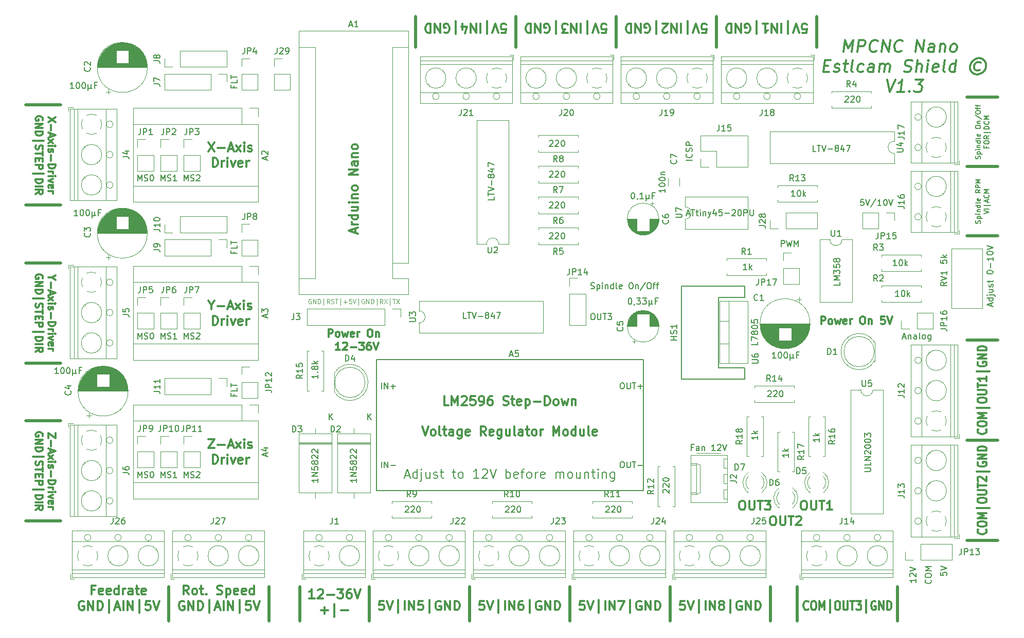
<source format=gto>
G04 #@! TF.GenerationSoftware,KiCad,Pcbnew,(5.0.2)-1*
G04 #@! TF.CreationDate,2019-04-01T16:01:03+02:00*
G04 #@! TF.ProjectId,MPCNC Nano Estlcam Shield,4d50434e-4320-44e6-916e-6f204573746c,1.3*
G04 #@! TF.SameCoordinates,Original*
G04 #@! TF.FileFunction,Legend,Top*
G04 #@! TF.FilePolarity,Positive*
%FSLAX46Y46*%
G04 Gerber Fmt 4.6, Leading zero omitted, Abs format (unit mm)*
G04 Created by KiCad (PCBNEW (5.0.2)-1) date 01.04.2019 16:01:03*
%MOMM*%
%LPD*%
G01*
G04 APERTURE LIST*
%ADD10C,0.150000*%
%ADD11C,0.125000*%
%ADD12C,0.300000*%
%ADD13C,0.500000*%
%ADD14C,0.200000*%
%ADD15C,0.120000*%
G04 APERTURE END LIST*
D10*
X205880476Y-94526666D02*
X206356666Y-94526666D01*
X205785238Y-94812380D02*
X206118571Y-93812380D01*
X206451904Y-94812380D01*
X206785238Y-94145714D02*
X206785238Y-94812380D01*
X206785238Y-94240952D02*
X206832857Y-94193333D01*
X206928095Y-94145714D01*
X207070952Y-94145714D01*
X207166190Y-94193333D01*
X207213809Y-94288571D01*
X207213809Y-94812380D01*
X208118571Y-94812380D02*
X208118571Y-94288571D01*
X208070952Y-94193333D01*
X207975714Y-94145714D01*
X207785238Y-94145714D01*
X207690000Y-94193333D01*
X208118571Y-94764761D02*
X208023333Y-94812380D01*
X207785238Y-94812380D01*
X207690000Y-94764761D01*
X207642380Y-94669523D01*
X207642380Y-94574285D01*
X207690000Y-94479047D01*
X207785238Y-94431428D01*
X208023333Y-94431428D01*
X208118571Y-94383809D01*
X208737619Y-94812380D02*
X208642380Y-94764761D01*
X208594761Y-94669523D01*
X208594761Y-93812380D01*
X209261428Y-94812380D02*
X209166190Y-94764761D01*
X209118571Y-94717142D01*
X209070952Y-94621904D01*
X209070952Y-94336190D01*
X209118571Y-94240952D01*
X209166190Y-94193333D01*
X209261428Y-94145714D01*
X209404285Y-94145714D01*
X209499523Y-94193333D01*
X209547142Y-94240952D01*
X209594761Y-94336190D01*
X209594761Y-94621904D01*
X209547142Y-94717142D01*
X209499523Y-94764761D01*
X209404285Y-94812380D01*
X209261428Y-94812380D01*
X210451904Y-94145714D02*
X210451904Y-94955238D01*
X210404285Y-95050476D01*
X210356666Y-95098095D01*
X210261428Y-95145714D01*
X210118571Y-95145714D01*
X210023333Y-95098095D01*
X210451904Y-94764761D02*
X210356666Y-94812380D01*
X210166190Y-94812380D01*
X210070952Y-94764761D01*
X210023333Y-94717142D01*
X209975714Y-94621904D01*
X209975714Y-94336190D01*
X210023333Y-94240952D01*
X210070952Y-94193333D01*
X210166190Y-94145714D01*
X210356666Y-94145714D01*
X210451904Y-94193333D01*
X95723571Y-103892857D02*
X95723571Y-104226190D01*
X96247380Y-104226190D02*
X95247380Y-104226190D01*
X95247380Y-103750000D01*
X96247380Y-102892857D02*
X96247380Y-103369047D01*
X95247380Y-103369047D01*
X95247380Y-102702380D02*
X95247380Y-102130952D01*
X96247380Y-102416666D02*
X95247380Y-102416666D01*
X95723571Y-80397857D02*
X95723571Y-80731190D01*
X96247380Y-80731190D02*
X95247380Y-80731190D01*
X95247380Y-80255000D01*
X96247380Y-79397857D02*
X96247380Y-79874047D01*
X95247380Y-79874047D01*
X95247380Y-79207380D02*
X95247380Y-78635952D01*
X96247380Y-78921666D02*
X95247380Y-78921666D01*
X95723571Y-53092857D02*
X95723571Y-53426190D01*
X96247380Y-53426190D02*
X95247380Y-53426190D01*
X95247380Y-52950000D01*
X96247380Y-52092857D02*
X96247380Y-52569047D01*
X95247380Y-52569047D01*
X95247380Y-51902380D02*
X95247380Y-51330952D01*
X96247380Y-51616666D02*
X95247380Y-51616666D01*
X185830238Y-79572380D02*
X185830238Y-78572380D01*
X186211190Y-78572380D01*
X186306428Y-78620000D01*
X186354047Y-78667619D01*
X186401666Y-78762857D01*
X186401666Y-78905714D01*
X186354047Y-79000952D01*
X186306428Y-79048571D01*
X186211190Y-79096190D01*
X185830238Y-79096190D01*
X186735000Y-78572380D02*
X186973095Y-79572380D01*
X187163571Y-78858095D01*
X187354047Y-79572380D01*
X187592142Y-78572380D01*
X187973095Y-79572380D02*
X187973095Y-78572380D01*
X188306428Y-79286666D01*
X188639761Y-78572380D01*
X188639761Y-79572380D01*
X199409761Y-71802380D02*
X198933571Y-71802380D01*
X198885952Y-72278571D01*
X198933571Y-72230952D01*
X199028809Y-72183333D01*
X199266904Y-72183333D01*
X199362142Y-72230952D01*
X199409761Y-72278571D01*
X199457380Y-72373809D01*
X199457380Y-72611904D01*
X199409761Y-72707142D01*
X199362142Y-72754761D01*
X199266904Y-72802380D01*
X199028809Y-72802380D01*
X198933571Y-72754761D01*
X198885952Y-72707142D01*
X199743095Y-71802380D02*
X200076428Y-72802380D01*
X200409761Y-71802380D01*
X201457380Y-71754761D02*
X200600238Y-73040476D01*
X202314523Y-72802380D02*
X201743095Y-72802380D01*
X202028809Y-72802380D02*
X202028809Y-71802380D01*
X201933571Y-71945238D01*
X201838333Y-72040476D01*
X201743095Y-72088095D01*
X202933571Y-71802380D02*
X203028809Y-71802380D01*
X203124047Y-71850000D01*
X203171666Y-71897619D01*
X203219285Y-71992857D01*
X203266904Y-72183333D01*
X203266904Y-72421428D01*
X203219285Y-72611904D01*
X203171666Y-72707142D01*
X203124047Y-72754761D01*
X203028809Y-72802380D01*
X202933571Y-72802380D01*
X202838333Y-72754761D01*
X202790714Y-72707142D01*
X202743095Y-72611904D01*
X202695476Y-72421428D01*
X202695476Y-72183333D01*
X202743095Y-71992857D01*
X202790714Y-71897619D01*
X202838333Y-71850000D01*
X202933571Y-71802380D01*
X203552619Y-71802380D02*
X203885952Y-72802380D01*
X204219285Y-71802380D01*
X171177380Y-65356190D02*
X170177380Y-65356190D01*
X171082142Y-64308571D02*
X171129761Y-64356190D01*
X171177380Y-64499047D01*
X171177380Y-64594285D01*
X171129761Y-64737142D01*
X171034523Y-64832380D01*
X170939285Y-64880000D01*
X170748809Y-64927619D01*
X170605952Y-64927619D01*
X170415476Y-64880000D01*
X170320238Y-64832380D01*
X170225000Y-64737142D01*
X170177380Y-64594285D01*
X170177380Y-64499047D01*
X170225000Y-64356190D01*
X170272619Y-64308571D01*
X171129761Y-63927619D02*
X171177380Y-63784761D01*
X171177380Y-63546666D01*
X171129761Y-63451428D01*
X171082142Y-63403809D01*
X170986904Y-63356190D01*
X170891666Y-63356190D01*
X170796428Y-63403809D01*
X170748809Y-63451428D01*
X170701190Y-63546666D01*
X170653571Y-63737142D01*
X170605952Y-63832380D01*
X170558333Y-63880000D01*
X170463095Y-63927619D01*
X170367857Y-63927619D01*
X170272619Y-63880000D01*
X170225000Y-63832380D01*
X170177380Y-63737142D01*
X170177380Y-63499047D01*
X170225000Y-63356190D01*
X171177380Y-62927619D02*
X170177380Y-62927619D01*
X170177380Y-62546666D01*
X170225000Y-62451428D01*
X170272619Y-62403809D01*
X170367857Y-62356190D01*
X170510714Y-62356190D01*
X170605952Y-62403809D01*
X170653571Y-62451428D01*
X170701190Y-62546666D01*
X170701190Y-62927619D01*
X154741071Y-90637380D02*
X154931547Y-90637380D01*
X155026785Y-90685000D01*
X155122023Y-90780238D01*
X155169642Y-90970714D01*
X155169642Y-91304047D01*
X155122023Y-91494523D01*
X155026785Y-91589761D01*
X154931547Y-91637380D01*
X154741071Y-91637380D01*
X154645833Y-91589761D01*
X154550595Y-91494523D01*
X154502976Y-91304047D01*
X154502976Y-90970714D01*
X154550595Y-90780238D01*
X154645833Y-90685000D01*
X154741071Y-90637380D01*
X155598214Y-90637380D02*
X155598214Y-91446904D01*
X155645833Y-91542142D01*
X155693452Y-91589761D01*
X155788690Y-91637380D01*
X155979166Y-91637380D01*
X156074404Y-91589761D01*
X156122023Y-91542142D01*
X156169642Y-91446904D01*
X156169642Y-90637380D01*
X156502976Y-90637380D02*
X157074404Y-90637380D01*
X156788690Y-91637380D02*
X156788690Y-90637380D01*
X157312500Y-90637380D02*
X157931547Y-90637380D01*
X157598214Y-91018333D01*
X157741071Y-91018333D01*
X157836309Y-91065952D01*
X157883928Y-91113571D01*
X157931547Y-91208809D01*
X157931547Y-91446904D01*
X157883928Y-91542142D01*
X157836309Y-91589761D01*
X157741071Y-91637380D01*
X157455357Y-91637380D01*
X157360119Y-91589761D01*
X157312500Y-91542142D01*
X154502976Y-86509761D02*
X154645833Y-86557380D01*
X154883928Y-86557380D01*
X154979166Y-86509761D01*
X155026785Y-86462142D01*
X155074404Y-86366904D01*
X155074404Y-86271666D01*
X155026785Y-86176428D01*
X154979166Y-86128809D01*
X154883928Y-86081190D01*
X154693452Y-86033571D01*
X154598214Y-85985952D01*
X154550595Y-85938333D01*
X154502976Y-85843095D01*
X154502976Y-85747857D01*
X154550595Y-85652619D01*
X154598214Y-85605000D01*
X154693452Y-85557380D01*
X154931547Y-85557380D01*
X155074404Y-85605000D01*
X155502976Y-85890714D02*
X155502976Y-86890714D01*
X155502976Y-85938333D02*
X155598214Y-85890714D01*
X155788690Y-85890714D01*
X155883928Y-85938333D01*
X155931547Y-85985952D01*
X155979166Y-86081190D01*
X155979166Y-86366904D01*
X155931547Y-86462142D01*
X155883928Y-86509761D01*
X155788690Y-86557380D01*
X155598214Y-86557380D01*
X155502976Y-86509761D01*
X156407738Y-86557380D02*
X156407738Y-85890714D01*
X156407738Y-85557380D02*
X156360119Y-85605000D01*
X156407738Y-85652619D01*
X156455357Y-85605000D01*
X156407738Y-85557380D01*
X156407738Y-85652619D01*
X156883928Y-85890714D02*
X156883928Y-86557380D01*
X156883928Y-85985952D02*
X156931547Y-85938333D01*
X157026785Y-85890714D01*
X157169642Y-85890714D01*
X157264880Y-85938333D01*
X157312500Y-86033571D01*
X157312500Y-86557380D01*
X158217261Y-86557380D02*
X158217261Y-85557380D01*
X158217261Y-86509761D02*
X158122023Y-86557380D01*
X157931547Y-86557380D01*
X157836309Y-86509761D01*
X157788690Y-86462142D01*
X157741071Y-86366904D01*
X157741071Y-86081190D01*
X157788690Y-85985952D01*
X157836309Y-85938333D01*
X157931547Y-85890714D01*
X158122023Y-85890714D01*
X158217261Y-85938333D01*
X158836309Y-86557380D02*
X158741071Y-86509761D01*
X158693452Y-86414523D01*
X158693452Y-85557380D01*
X159598214Y-86509761D02*
X159502976Y-86557380D01*
X159312500Y-86557380D01*
X159217261Y-86509761D01*
X159169642Y-86414523D01*
X159169642Y-86033571D01*
X159217261Y-85938333D01*
X159312500Y-85890714D01*
X159502976Y-85890714D01*
X159598214Y-85938333D01*
X159645833Y-86033571D01*
X159645833Y-86128809D01*
X159169642Y-86224047D01*
X161026785Y-85557380D02*
X161217261Y-85557380D01*
X161312500Y-85605000D01*
X161407738Y-85700238D01*
X161455357Y-85890714D01*
X161455357Y-86224047D01*
X161407738Y-86414523D01*
X161312500Y-86509761D01*
X161217261Y-86557380D01*
X161026785Y-86557380D01*
X160931547Y-86509761D01*
X160836309Y-86414523D01*
X160788690Y-86224047D01*
X160788690Y-85890714D01*
X160836309Y-85700238D01*
X160931547Y-85605000D01*
X161026785Y-85557380D01*
X161883928Y-85890714D02*
X161883928Y-86557380D01*
X161883928Y-85985952D02*
X161931547Y-85938333D01*
X162026785Y-85890714D01*
X162169642Y-85890714D01*
X162264880Y-85938333D01*
X162312500Y-86033571D01*
X162312500Y-86557380D01*
X163502976Y-85509761D02*
X162645833Y-86795476D01*
X164026785Y-85557380D02*
X164217261Y-85557380D01*
X164312500Y-85605000D01*
X164407738Y-85700238D01*
X164455357Y-85890714D01*
X164455357Y-86224047D01*
X164407738Y-86414523D01*
X164312500Y-86509761D01*
X164217261Y-86557380D01*
X164026785Y-86557380D01*
X163931547Y-86509761D01*
X163836309Y-86414523D01*
X163788690Y-86224047D01*
X163788690Y-85890714D01*
X163836309Y-85700238D01*
X163931547Y-85605000D01*
X164026785Y-85557380D01*
X164741071Y-85890714D02*
X165122023Y-85890714D01*
X164883928Y-86557380D02*
X164883928Y-85700238D01*
X164931547Y-85605000D01*
X165026785Y-85557380D01*
X165122023Y-85557380D01*
X165312500Y-85890714D02*
X165693452Y-85890714D01*
X165455357Y-86557380D02*
X165455357Y-85700238D01*
X165502976Y-85605000D01*
X165598214Y-85557380D01*
X165693452Y-85557380D01*
X212087380Y-133285476D02*
X212087380Y-133761666D01*
X212563571Y-133809285D01*
X212515952Y-133761666D01*
X212468333Y-133666428D01*
X212468333Y-133428333D01*
X212515952Y-133333095D01*
X212563571Y-133285476D01*
X212658809Y-133237857D01*
X212896904Y-133237857D01*
X212992142Y-133285476D01*
X213039761Y-133333095D01*
X213087380Y-133428333D01*
X213087380Y-133666428D01*
X213039761Y-133761666D01*
X212992142Y-133809285D01*
X212087380Y-132952142D02*
X213087380Y-132618809D01*
X212087380Y-132285476D01*
X210452142Y-134515714D02*
X210499761Y-134563333D01*
X210547380Y-134706190D01*
X210547380Y-134801428D01*
X210499761Y-134944285D01*
X210404523Y-135039523D01*
X210309285Y-135087142D01*
X210118809Y-135134761D01*
X209975952Y-135134761D01*
X209785476Y-135087142D01*
X209690238Y-135039523D01*
X209595000Y-134944285D01*
X209547380Y-134801428D01*
X209547380Y-134706190D01*
X209595000Y-134563333D01*
X209642619Y-134515714D01*
X209547380Y-133896666D02*
X209547380Y-133706190D01*
X209595000Y-133610952D01*
X209690238Y-133515714D01*
X209880714Y-133468095D01*
X210214047Y-133468095D01*
X210404523Y-133515714D01*
X210499761Y-133610952D01*
X210547380Y-133706190D01*
X210547380Y-133896666D01*
X210499761Y-133991904D01*
X210404523Y-134087142D01*
X210214047Y-134134761D01*
X209880714Y-134134761D01*
X209690238Y-134087142D01*
X209595000Y-133991904D01*
X209547380Y-133896666D01*
X210547380Y-133039523D02*
X209547380Y-133039523D01*
X210261666Y-132706190D01*
X209547380Y-132372857D01*
X210547380Y-132372857D01*
X208007380Y-134349047D02*
X208007380Y-134920476D01*
X208007380Y-134634761D02*
X207007380Y-134634761D01*
X207150238Y-134730000D01*
X207245476Y-134825238D01*
X207293095Y-134920476D01*
X207102619Y-133968095D02*
X207055000Y-133920476D01*
X207007380Y-133825238D01*
X207007380Y-133587142D01*
X207055000Y-133491904D01*
X207102619Y-133444285D01*
X207197857Y-133396666D01*
X207293095Y-133396666D01*
X207435952Y-133444285D01*
X208007380Y-134015714D01*
X208007380Y-133396666D01*
X207007380Y-133110952D02*
X208007380Y-132777619D01*
X207007380Y-132444285D01*
D11*
X108444285Y-88270000D02*
X108372857Y-88234285D01*
X108265714Y-88234285D01*
X108158571Y-88270000D01*
X108087142Y-88341428D01*
X108051428Y-88412857D01*
X108015714Y-88555714D01*
X108015714Y-88662857D01*
X108051428Y-88805714D01*
X108087142Y-88877142D01*
X108158571Y-88948571D01*
X108265714Y-88984285D01*
X108337142Y-88984285D01*
X108444285Y-88948571D01*
X108479999Y-88912857D01*
X108479999Y-88662857D01*
X108337142Y-88662857D01*
X108801428Y-88984285D02*
X108801428Y-88234285D01*
X109229999Y-88984285D01*
X109229999Y-88234285D01*
X109587142Y-88984285D02*
X109587142Y-88234285D01*
X109765714Y-88234285D01*
X109872857Y-88270000D01*
X109944285Y-88341428D01*
X109979999Y-88412857D01*
X110015714Y-88555714D01*
X110015714Y-88662857D01*
X109979999Y-88805714D01*
X109944285Y-88877142D01*
X109872857Y-88948571D01*
X109765714Y-88984285D01*
X109587142Y-88984285D01*
X110515714Y-89234285D02*
X110515714Y-88162857D01*
X111479999Y-88984285D02*
X111229999Y-88627142D01*
X111051428Y-88984285D02*
X111051428Y-88234285D01*
X111337142Y-88234285D01*
X111408571Y-88270000D01*
X111444285Y-88305714D01*
X111479999Y-88377142D01*
X111479999Y-88484285D01*
X111444285Y-88555714D01*
X111408571Y-88591428D01*
X111337142Y-88627142D01*
X111051428Y-88627142D01*
X111765714Y-88948571D02*
X111872857Y-88984285D01*
X112051428Y-88984285D01*
X112122857Y-88948571D01*
X112158571Y-88912857D01*
X112194285Y-88841428D01*
X112194285Y-88770000D01*
X112158571Y-88698571D01*
X112122857Y-88662857D01*
X112051428Y-88627142D01*
X111908571Y-88591428D01*
X111837142Y-88555714D01*
X111801428Y-88520000D01*
X111765714Y-88448571D01*
X111765714Y-88377142D01*
X111801428Y-88305714D01*
X111837142Y-88270000D01*
X111908571Y-88234285D01*
X112087142Y-88234285D01*
X112194285Y-88270000D01*
X112408571Y-88234285D02*
X112837142Y-88234285D01*
X112622857Y-88984285D02*
X112622857Y-88234285D01*
X113265714Y-89234285D02*
X113265714Y-88162857D01*
X113801428Y-88698571D02*
X114372857Y-88698571D01*
X114087142Y-88984285D02*
X114087142Y-88412857D01*
X115087142Y-88234285D02*
X114729999Y-88234285D01*
X114694285Y-88591428D01*
X114729999Y-88555714D01*
X114801428Y-88520000D01*
X114979999Y-88520000D01*
X115051428Y-88555714D01*
X115087142Y-88591428D01*
X115122857Y-88662857D01*
X115122857Y-88841428D01*
X115087142Y-88912857D01*
X115051428Y-88948571D01*
X114979999Y-88984285D01*
X114801428Y-88984285D01*
X114729999Y-88948571D01*
X114694285Y-88912857D01*
X115337142Y-88234285D02*
X115587142Y-88984285D01*
X115837142Y-88234285D01*
X116265714Y-89234285D02*
X116265714Y-88162857D01*
X117194285Y-88270000D02*
X117122857Y-88234285D01*
X117015714Y-88234285D01*
X116908571Y-88270000D01*
X116837142Y-88341428D01*
X116801428Y-88412857D01*
X116765714Y-88555714D01*
X116765714Y-88662857D01*
X116801428Y-88805714D01*
X116837142Y-88877142D01*
X116908571Y-88948571D01*
X117015714Y-88984285D01*
X117087142Y-88984285D01*
X117194285Y-88948571D01*
X117229999Y-88912857D01*
X117229999Y-88662857D01*
X117087142Y-88662857D01*
X117551428Y-88984285D02*
X117551428Y-88234285D01*
X117979999Y-88984285D01*
X117979999Y-88234285D01*
X118337142Y-88984285D02*
X118337142Y-88234285D01*
X118515714Y-88234285D01*
X118622857Y-88270000D01*
X118694285Y-88341428D01*
X118729999Y-88412857D01*
X118765714Y-88555714D01*
X118765714Y-88662857D01*
X118729999Y-88805714D01*
X118694285Y-88877142D01*
X118622857Y-88948571D01*
X118515714Y-88984285D01*
X118337142Y-88984285D01*
X119265714Y-89234285D02*
X119265714Y-88162857D01*
X120229999Y-88984285D02*
X119979999Y-88627142D01*
X119801428Y-88984285D02*
X119801428Y-88234285D01*
X120087142Y-88234285D01*
X120158571Y-88270000D01*
X120194285Y-88305714D01*
X120229999Y-88377142D01*
X120229999Y-88484285D01*
X120194285Y-88555714D01*
X120158571Y-88591428D01*
X120087142Y-88627142D01*
X119801428Y-88627142D01*
X120479999Y-88234285D02*
X120979999Y-88984285D01*
X120979999Y-88234285D02*
X120479999Y-88984285D01*
X121444285Y-89234285D02*
X121444285Y-88162857D01*
X121872857Y-88234285D02*
X122301428Y-88234285D01*
X122087142Y-88984285D02*
X122087142Y-88234285D01*
X122479999Y-88234285D02*
X122979999Y-88984285D01*
X122979999Y-88234285D02*
X122479999Y-88984285D01*
D12*
X179305714Y-121478571D02*
X179591428Y-121478571D01*
X179734285Y-121550000D01*
X179877142Y-121692857D01*
X179948571Y-121978571D01*
X179948571Y-122478571D01*
X179877142Y-122764285D01*
X179734285Y-122907142D01*
X179591428Y-122978571D01*
X179305714Y-122978571D01*
X179162857Y-122907142D01*
X179020000Y-122764285D01*
X178948571Y-122478571D01*
X178948571Y-121978571D01*
X179020000Y-121692857D01*
X179162857Y-121550000D01*
X179305714Y-121478571D01*
X180591428Y-121478571D02*
X180591428Y-122692857D01*
X180662857Y-122835714D01*
X180734285Y-122907142D01*
X180877142Y-122978571D01*
X181162857Y-122978571D01*
X181305714Y-122907142D01*
X181377142Y-122835714D01*
X181448571Y-122692857D01*
X181448571Y-121478571D01*
X181948571Y-121478571D02*
X182805714Y-121478571D01*
X182377142Y-122978571D02*
X182377142Y-121478571D01*
X183162857Y-121478571D02*
X184091428Y-121478571D01*
X183591428Y-122050000D01*
X183805714Y-122050000D01*
X183948571Y-122121428D01*
X184020000Y-122192857D01*
X184091428Y-122335714D01*
X184091428Y-122692857D01*
X184020000Y-122835714D01*
X183948571Y-122907142D01*
X183805714Y-122978571D01*
X183377142Y-122978571D01*
X183234285Y-122907142D01*
X183162857Y-122835714D01*
X184385714Y-124018571D02*
X184671428Y-124018571D01*
X184814285Y-124090000D01*
X184957142Y-124232857D01*
X185028571Y-124518571D01*
X185028571Y-125018571D01*
X184957142Y-125304285D01*
X184814285Y-125447142D01*
X184671428Y-125518571D01*
X184385714Y-125518571D01*
X184242857Y-125447142D01*
X184100000Y-125304285D01*
X184028571Y-125018571D01*
X184028571Y-124518571D01*
X184100000Y-124232857D01*
X184242857Y-124090000D01*
X184385714Y-124018571D01*
X185671428Y-124018571D02*
X185671428Y-125232857D01*
X185742857Y-125375714D01*
X185814285Y-125447142D01*
X185957142Y-125518571D01*
X186242857Y-125518571D01*
X186385714Y-125447142D01*
X186457142Y-125375714D01*
X186528571Y-125232857D01*
X186528571Y-124018571D01*
X187028571Y-124018571D02*
X187885714Y-124018571D01*
X187457142Y-125518571D02*
X187457142Y-124018571D01*
X188314285Y-124161428D02*
X188385714Y-124090000D01*
X188528571Y-124018571D01*
X188885714Y-124018571D01*
X189028571Y-124090000D01*
X189100000Y-124161428D01*
X189171428Y-124304285D01*
X189171428Y-124447142D01*
X189100000Y-124661428D01*
X188242857Y-125518571D01*
X189171428Y-125518571D01*
X189465714Y-121478571D02*
X189751428Y-121478571D01*
X189894285Y-121550000D01*
X190037142Y-121692857D01*
X190108571Y-121978571D01*
X190108571Y-122478571D01*
X190037142Y-122764285D01*
X189894285Y-122907142D01*
X189751428Y-122978571D01*
X189465714Y-122978571D01*
X189322857Y-122907142D01*
X189180000Y-122764285D01*
X189108571Y-122478571D01*
X189108571Y-121978571D01*
X189180000Y-121692857D01*
X189322857Y-121550000D01*
X189465714Y-121478571D01*
X190751428Y-121478571D02*
X190751428Y-122692857D01*
X190822857Y-122835714D01*
X190894285Y-122907142D01*
X191037142Y-122978571D01*
X191322857Y-122978571D01*
X191465714Y-122907142D01*
X191537142Y-122835714D01*
X191608571Y-122692857D01*
X191608571Y-121478571D01*
X192108571Y-121478571D02*
X192965714Y-121478571D01*
X192537142Y-122978571D02*
X192537142Y-121478571D01*
X194251428Y-122978571D02*
X193394285Y-122978571D01*
X193822857Y-122978571D02*
X193822857Y-121478571D01*
X193680000Y-121692857D01*
X193537142Y-121835714D01*
X193394285Y-121907142D01*
D10*
X220421666Y-89382619D02*
X220421666Y-88906428D01*
X220707380Y-89477857D02*
X219707380Y-89144523D01*
X220707380Y-88811190D01*
X220707380Y-88049285D02*
X219707380Y-88049285D01*
X220659761Y-88049285D02*
X220707380Y-88144523D01*
X220707380Y-88335000D01*
X220659761Y-88430238D01*
X220612142Y-88477857D01*
X220516904Y-88525476D01*
X220231190Y-88525476D01*
X220135952Y-88477857D01*
X220088333Y-88430238D01*
X220040714Y-88335000D01*
X220040714Y-88144523D01*
X220088333Y-88049285D01*
X220040714Y-87573095D02*
X220897857Y-87573095D01*
X220993095Y-87620714D01*
X221040714Y-87715952D01*
X221040714Y-87763571D01*
X219707380Y-87573095D02*
X219755000Y-87620714D01*
X219802619Y-87573095D01*
X219755000Y-87525476D01*
X219707380Y-87573095D01*
X219802619Y-87573095D01*
X220040714Y-86668333D02*
X220707380Y-86668333D01*
X220040714Y-87096904D02*
X220564523Y-87096904D01*
X220659761Y-87049285D01*
X220707380Y-86954047D01*
X220707380Y-86811190D01*
X220659761Y-86715952D01*
X220612142Y-86668333D01*
X220659761Y-86239761D02*
X220707380Y-86144523D01*
X220707380Y-85954047D01*
X220659761Y-85858809D01*
X220564523Y-85811190D01*
X220516904Y-85811190D01*
X220421666Y-85858809D01*
X220374047Y-85954047D01*
X220374047Y-86096904D01*
X220326428Y-86192142D01*
X220231190Y-86239761D01*
X220183571Y-86239761D01*
X220088333Y-86192142D01*
X220040714Y-86096904D01*
X220040714Y-85954047D01*
X220088333Y-85858809D01*
X220040714Y-85525476D02*
X220040714Y-85144523D01*
X219707380Y-85382619D02*
X220564523Y-85382619D01*
X220659761Y-85335000D01*
X220707380Y-85239761D01*
X220707380Y-85144523D01*
X219707380Y-83858809D02*
X219707380Y-83763571D01*
X219755000Y-83668333D01*
X219802619Y-83620714D01*
X219897857Y-83573095D01*
X220088333Y-83525476D01*
X220326428Y-83525476D01*
X220516904Y-83573095D01*
X220612142Y-83620714D01*
X220659761Y-83668333D01*
X220707380Y-83763571D01*
X220707380Y-83858809D01*
X220659761Y-83954047D01*
X220612142Y-84001666D01*
X220516904Y-84049285D01*
X220326428Y-84096904D01*
X220088333Y-84096904D01*
X219897857Y-84049285D01*
X219802619Y-84001666D01*
X219755000Y-83954047D01*
X219707380Y-83858809D01*
X220326428Y-83096904D02*
X220326428Y-82335000D01*
X220707380Y-81335000D02*
X220707380Y-81906428D01*
X220707380Y-81620714D02*
X219707380Y-81620714D01*
X219850238Y-81715952D01*
X219945476Y-81811190D01*
X219993095Y-81906428D01*
X219707380Y-80715952D02*
X219707380Y-80620714D01*
X219755000Y-80525476D01*
X219802619Y-80477857D01*
X219897857Y-80430238D01*
X220088333Y-80382619D01*
X220326428Y-80382619D01*
X220516904Y-80430238D01*
X220612142Y-80477857D01*
X220659761Y-80525476D01*
X220707380Y-80620714D01*
X220707380Y-80715952D01*
X220659761Y-80811190D01*
X220612142Y-80858809D01*
X220516904Y-80906428D01*
X220326428Y-80954047D01*
X220088333Y-80954047D01*
X219897857Y-80906428D01*
X219802619Y-80858809D01*
X219755000Y-80811190D01*
X219707380Y-80715952D01*
X219707380Y-80096904D02*
X220707380Y-79763571D01*
X219707380Y-79430238D01*
X171376190Y-112703571D02*
X171042857Y-112703571D01*
X171042857Y-113227380D02*
X171042857Y-112227380D01*
X171519047Y-112227380D01*
X172328571Y-113227380D02*
X172328571Y-112703571D01*
X172280952Y-112608333D01*
X172185714Y-112560714D01*
X171995238Y-112560714D01*
X171900000Y-112608333D01*
X172328571Y-113179761D02*
X172233333Y-113227380D01*
X171995238Y-113227380D01*
X171900000Y-113179761D01*
X171852380Y-113084523D01*
X171852380Y-112989285D01*
X171900000Y-112894047D01*
X171995238Y-112846428D01*
X172233333Y-112846428D01*
X172328571Y-112798809D01*
X172804761Y-112560714D02*
X172804761Y-113227380D01*
X172804761Y-112655952D02*
X172852380Y-112608333D01*
X172947619Y-112560714D01*
X173090476Y-112560714D01*
X173185714Y-112608333D01*
X173233333Y-112703571D01*
X173233333Y-113227380D01*
X174995238Y-113227380D02*
X174423809Y-113227380D01*
X174709523Y-113227380D02*
X174709523Y-112227380D01*
X174614285Y-112370238D01*
X174519047Y-112465476D01*
X174423809Y-112513095D01*
X175376190Y-112322619D02*
X175423809Y-112275000D01*
X175519047Y-112227380D01*
X175757142Y-112227380D01*
X175852380Y-112275000D01*
X175900000Y-112322619D01*
X175947619Y-112417857D01*
X175947619Y-112513095D01*
X175900000Y-112655952D01*
X175328571Y-113227380D01*
X175947619Y-113227380D01*
X176233333Y-112227380D02*
X176566666Y-113227380D01*
X176900000Y-112227380D01*
X87524285Y-68777380D02*
X87524285Y-67777380D01*
X87857619Y-68491666D01*
X88190952Y-67777380D01*
X88190952Y-68777380D01*
X88619523Y-68729761D02*
X88762380Y-68777380D01*
X89000476Y-68777380D01*
X89095714Y-68729761D01*
X89143333Y-68682142D01*
X89190952Y-68586904D01*
X89190952Y-68491666D01*
X89143333Y-68396428D01*
X89095714Y-68348809D01*
X89000476Y-68301190D01*
X88810000Y-68253571D01*
X88714761Y-68205952D01*
X88667142Y-68158333D01*
X88619523Y-68063095D01*
X88619523Y-67967857D01*
X88667142Y-67872619D01*
X88714761Y-67825000D01*
X88810000Y-67777380D01*
X89048095Y-67777380D01*
X89190952Y-67825000D01*
X89571904Y-67872619D02*
X89619523Y-67825000D01*
X89714761Y-67777380D01*
X89952857Y-67777380D01*
X90048095Y-67825000D01*
X90095714Y-67872619D01*
X90143333Y-67967857D01*
X90143333Y-68063095D01*
X90095714Y-68205952D01*
X89524285Y-68777380D01*
X90143333Y-68777380D01*
X87524285Y-94812380D02*
X87524285Y-93812380D01*
X87857619Y-94526666D01*
X88190952Y-93812380D01*
X88190952Y-94812380D01*
X88619523Y-94764761D02*
X88762380Y-94812380D01*
X89000476Y-94812380D01*
X89095714Y-94764761D01*
X89143333Y-94717142D01*
X89190952Y-94621904D01*
X89190952Y-94526666D01*
X89143333Y-94431428D01*
X89095714Y-94383809D01*
X89000476Y-94336190D01*
X88810000Y-94288571D01*
X88714761Y-94240952D01*
X88667142Y-94193333D01*
X88619523Y-94098095D01*
X88619523Y-94002857D01*
X88667142Y-93907619D01*
X88714761Y-93860000D01*
X88810000Y-93812380D01*
X89048095Y-93812380D01*
X89190952Y-93860000D01*
X89571904Y-93907619D02*
X89619523Y-93860000D01*
X89714761Y-93812380D01*
X89952857Y-93812380D01*
X90048095Y-93860000D01*
X90095714Y-93907619D01*
X90143333Y-94002857D01*
X90143333Y-94098095D01*
X90095714Y-94240952D01*
X89524285Y-94812380D01*
X90143333Y-94812380D01*
X87524285Y-117672380D02*
X87524285Y-116672380D01*
X87857619Y-117386666D01*
X88190952Y-116672380D01*
X88190952Y-117672380D01*
X88619523Y-117624761D02*
X88762380Y-117672380D01*
X89000476Y-117672380D01*
X89095714Y-117624761D01*
X89143333Y-117577142D01*
X89190952Y-117481904D01*
X89190952Y-117386666D01*
X89143333Y-117291428D01*
X89095714Y-117243809D01*
X89000476Y-117196190D01*
X88810000Y-117148571D01*
X88714761Y-117100952D01*
X88667142Y-117053333D01*
X88619523Y-116958095D01*
X88619523Y-116862857D01*
X88667142Y-116767619D01*
X88714761Y-116720000D01*
X88810000Y-116672380D01*
X89048095Y-116672380D01*
X89190952Y-116720000D01*
X89571904Y-116767619D02*
X89619523Y-116720000D01*
X89714761Y-116672380D01*
X89952857Y-116672380D01*
X90048095Y-116720000D01*
X90095714Y-116767619D01*
X90143333Y-116862857D01*
X90143333Y-116958095D01*
X90095714Y-117100952D01*
X89524285Y-117672380D01*
X90143333Y-117672380D01*
X83714285Y-117672380D02*
X83714285Y-116672380D01*
X84047619Y-117386666D01*
X84380952Y-116672380D01*
X84380952Y-117672380D01*
X84809523Y-117624761D02*
X84952380Y-117672380D01*
X85190476Y-117672380D01*
X85285714Y-117624761D01*
X85333333Y-117577142D01*
X85380952Y-117481904D01*
X85380952Y-117386666D01*
X85333333Y-117291428D01*
X85285714Y-117243809D01*
X85190476Y-117196190D01*
X85000000Y-117148571D01*
X84904761Y-117100952D01*
X84857142Y-117053333D01*
X84809523Y-116958095D01*
X84809523Y-116862857D01*
X84857142Y-116767619D01*
X84904761Y-116720000D01*
X85000000Y-116672380D01*
X85238095Y-116672380D01*
X85380952Y-116720000D01*
X86333333Y-117672380D02*
X85761904Y-117672380D01*
X86047619Y-117672380D02*
X86047619Y-116672380D01*
X85952380Y-116815238D01*
X85857142Y-116910476D01*
X85761904Y-116958095D01*
X83714285Y-94812380D02*
X83714285Y-93812380D01*
X84047619Y-94526666D01*
X84380952Y-93812380D01*
X84380952Y-94812380D01*
X84809523Y-94764761D02*
X84952380Y-94812380D01*
X85190476Y-94812380D01*
X85285714Y-94764761D01*
X85333333Y-94717142D01*
X85380952Y-94621904D01*
X85380952Y-94526666D01*
X85333333Y-94431428D01*
X85285714Y-94383809D01*
X85190476Y-94336190D01*
X85000000Y-94288571D01*
X84904761Y-94240952D01*
X84857142Y-94193333D01*
X84809523Y-94098095D01*
X84809523Y-94002857D01*
X84857142Y-93907619D01*
X84904761Y-93860000D01*
X85000000Y-93812380D01*
X85238095Y-93812380D01*
X85380952Y-93860000D01*
X86333333Y-94812380D02*
X85761904Y-94812380D01*
X86047619Y-94812380D02*
X86047619Y-93812380D01*
X85952380Y-93955238D01*
X85857142Y-94050476D01*
X85761904Y-94098095D01*
X79904285Y-117672380D02*
X79904285Y-116672380D01*
X80237619Y-117386666D01*
X80570952Y-116672380D01*
X80570952Y-117672380D01*
X80999523Y-117624761D02*
X81142380Y-117672380D01*
X81380476Y-117672380D01*
X81475714Y-117624761D01*
X81523333Y-117577142D01*
X81570952Y-117481904D01*
X81570952Y-117386666D01*
X81523333Y-117291428D01*
X81475714Y-117243809D01*
X81380476Y-117196190D01*
X81190000Y-117148571D01*
X81094761Y-117100952D01*
X81047142Y-117053333D01*
X80999523Y-116958095D01*
X80999523Y-116862857D01*
X81047142Y-116767619D01*
X81094761Y-116720000D01*
X81190000Y-116672380D01*
X81428095Y-116672380D01*
X81570952Y-116720000D01*
X82190000Y-116672380D02*
X82285238Y-116672380D01*
X82380476Y-116720000D01*
X82428095Y-116767619D01*
X82475714Y-116862857D01*
X82523333Y-117053333D01*
X82523333Y-117291428D01*
X82475714Y-117481904D01*
X82428095Y-117577142D01*
X82380476Y-117624761D01*
X82285238Y-117672380D01*
X82190000Y-117672380D01*
X82094761Y-117624761D01*
X82047142Y-117577142D01*
X81999523Y-117481904D01*
X81951904Y-117291428D01*
X81951904Y-117053333D01*
X81999523Y-116862857D01*
X82047142Y-116767619D01*
X82094761Y-116720000D01*
X82190000Y-116672380D01*
X79904285Y-94812380D02*
X79904285Y-93812380D01*
X80237619Y-94526666D01*
X80570952Y-93812380D01*
X80570952Y-94812380D01*
X80999523Y-94764761D02*
X81142380Y-94812380D01*
X81380476Y-94812380D01*
X81475714Y-94764761D01*
X81523333Y-94717142D01*
X81570952Y-94621904D01*
X81570952Y-94526666D01*
X81523333Y-94431428D01*
X81475714Y-94383809D01*
X81380476Y-94336190D01*
X81190000Y-94288571D01*
X81094761Y-94240952D01*
X81047142Y-94193333D01*
X80999523Y-94098095D01*
X80999523Y-94002857D01*
X81047142Y-93907619D01*
X81094761Y-93860000D01*
X81190000Y-93812380D01*
X81428095Y-93812380D01*
X81570952Y-93860000D01*
X82190000Y-93812380D02*
X82285238Y-93812380D01*
X82380476Y-93860000D01*
X82428095Y-93907619D01*
X82475714Y-94002857D01*
X82523333Y-94193333D01*
X82523333Y-94431428D01*
X82475714Y-94621904D01*
X82428095Y-94717142D01*
X82380476Y-94764761D01*
X82285238Y-94812380D01*
X82190000Y-94812380D01*
X82094761Y-94764761D01*
X82047142Y-94717142D01*
X81999523Y-94621904D01*
X81951904Y-94431428D01*
X81951904Y-94193333D01*
X81999523Y-94002857D01*
X82047142Y-93907619D01*
X82094761Y-93860000D01*
X82190000Y-93812380D01*
X83714285Y-68777380D02*
X83714285Y-67777380D01*
X84047619Y-68491666D01*
X84380952Y-67777380D01*
X84380952Y-68777380D01*
X84809523Y-68729761D02*
X84952380Y-68777380D01*
X85190476Y-68777380D01*
X85285714Y-68729761D01*
X85333333Y-68682142D01*
X85380952Y-68586904D01*
X85380952Y-68491666D01*
X85333333Y-68396428D01*
X85285714Y-68348809D01*
X85190476Y-68301190D01*
X85000000Y-68253571D01*
X84904761Y-68205952D01*
X84857142Y-68158333D01*
X84809523Y-68063095D01*
X84809523Y-67967857D01*
X84857142Y-67872619D01*
X84904761Y-67825000D01*
X85000000Y-67777380D01*
X85238095Y-67777380D01*
X85380952Y-67825000D01*
X86333333Y-68777380D02*
X85761904Y-68777380D01*
X86047619Y-68777380D02*
X86047619Y-67777380D01*
X85952380Y-67920238D01*
X85857142Y-68015476D01*
X85761904Y-68063095D01*
X79904285Y-68777380D02*
X79904285Y-67777380D01*
X80237619Y-68491666D01*
X80570952Y-67777380D01*
X80570952Y-68777380D01*
X80999523Y-68729761D02*
X81142380Y-68777380D01*
X81380476Y-68777380D01*
X81475714Y-68729761D01*
X81523333Y-68682142D01*
X81570952Y-68586904D01*
X81570952Y-68491666D01*
X81523333Y-68396428D01*
X81475714Y-68348809D01*
X81380476Y-68301190D01*
X81190000Y-68253571D01*
X81094761Y-68205952D01*
X81047142Y-68158333D01*
X80999523Y-68063095D01*
X80999523Y-67967857D01*
X81047142Y-67872619D01*
X81094761Y-67825000D01*
X81190000Y-67777380D01*
X81428095Y-67777380D01*
X81570952Y-67825000D01*
X82190000Y-67777380D02*
X82285238Y-67777380D01*
X82380476Y-67825000D01*
X82428095Y-67872619D01*
X82475714Y-67967857D01*
X82523333Y-68158333D01*
X82523333Y-68396428D01*
X82475714Y-68586904D01*
X82428095Y-68682142D01*
X82380476Y-68729761D01*
X82285238Y-68777380D01*
X82190000Y-68777380D01*
X82094761Y-68729761D01*
X82047142Y-68682142D01*
X81999523Y-68586904D01*
X81951904Y-68396428D01*
X81951904Y-68158333D01*
X81999523Y-67967857D01*
X82047142Y-67872619D01*
X82094761Y-67825000D01*
X82190000Y-67777380D01*
D12*
X91517142Y-111313571D02*
X92517142Y-111313571D01*
X91517142Y-112813571D01*
X92517142Y-112813571D01*
X93088571Y-112242142D02*
X94231428Y-112242142D01*
X94874285Y-112385000D02*
X95588571Y-112385000D01*
X94731428Y-112813571D02*
X95231428Y-111313571D01*
X95731428Y-112813571D01*
X96088571Y-112813571D02*
X96874285Y-111813571D01*
X96088571Y-111813571D02*
X96874285Y-112813571D01*
X97445714Y-112813571D02*
X97445714Y-111813571D01*
X97445714Y-111313571D02*
X97374285Y-111385000D01*
X97445714Y-111456428D01*
X97517142Y-111385000D01*
X97445714Y-111313571D01*
X97445714Y-111456428D01*
X98088571Y-112742142D02*
X98231428Y-112813571D01*
X98517142Y-112813571D01*
X98660000Y-112742142D01*
X98731428Y-112599285D01*
X98731428Y-112527857D01*
X98660000Y-112385000D01*
X98517142Y-112313571D01*
X98302857Y-112313571D01*
X98160000Y-112242142D01*
X98088571Y-112099285D01*
X98088571Y-112027857D01*
X98160000Y-111885000D01*
X98302857Y-111813571D01*
X98517142Y-111813571D01*
X98660000Y-111885000D01*
X92267142Y-115363571D02*
X92267142Y-113863571D01*
X92624285Y-113863571D01*
X92838571Y-113935000D01*
X92981428Y-114077857D01*
X93052857Y-114220714D01*
X93124285Y-114506428D01*
X93124285Y-114720714D01*
X93052857Y-115006428D01*
X92981428Y-115149285D01*
X92838571Y-115292142D01*
X92624285Y-115363571D01*
X92267142Y-115363571D01*
X93767142Y-115363571D02*
X93767142Y-114363571D01*
X93767142Y-114649285D02*
X93838571Y-114506428D01*
X93910000Y-114435000D01*
X94052857Y-114363571D01*
X94195714Y-114363571D01*
X94695714Y-115363571D02*
X94695714Y-114363571D01*
X94695714Y-113863571D02*
X94624285Y-113935000D01*
X94695714Y-114006428D01*
X94767142Y-113935000D01*
X94695714Y-113863571D01*
X94695714Y-114006428D01*
X95267142Y-114363571D02*
X95624285Y-115363571D01*
X95981428Y-114363571D01*
X97124285Y-115292142D02*
X96981428Y-115363571D01*
X96695714Y-115363571D01*
X96552857Y-115292142D01*
X96481428Y-115149285D01*
X96481428Y-114577857D01*
X96552857Y-114435000D01*
X96695714Y-114363571D01*
X96981428Y-114363571D01*
X97124285Y-114435000D01*
X97195714Y-114577857D01*
X97195714Y-114720714D01*
X96481428Y-114863571D01*
X97838571Y-115363571D02*
X97838571Y-114363571D01*
X97838571Y-114649285D02*
X97910000Y-114506428D01*
X97981428Y-114435000D01*
X98124285Y-114363571D01*
X98267142Y-114363571D01*
X92017142Y-89239285D02*
X92017142Y-89953571D01*
X91517142Y-88453571D02*
X92017142Y-89239285D01*
X92517142Y-88453571D01*
X93017142Y-89382142D02*
X94160000Y-89382142D01*
X94802857Y-89525000D02*
X95517142Y-89525000D01*
X94660000Y-89953571D02*
X95160000Y-88453571D01*
X95660000Y-89953571D01*
X96017142Y-89953571D02*
X96802857Y-88953571D01*
X96017142Y-88953571D02*
X96802857Y-89953571D01*
X97374285Y-89953571D02*
X97374285Y-88953571D01*
X97374285Y-88453571D02*
X97302857Y-88525000D01*
X97374285Y-88596428D01*
X97445714Y-88525000D01*
X97374285Y-88453571D01*
X97374285Y-88596428D01*
X98017142Y-89882142D02*
X98160000Y-89953571D01*
X98445714Y-89953571D01*
X98588571Y-89882142D01*
X98660000Y-89739285D01*
X98660000Y-89667857D01*
X98588571Y-89525000D01*
X98445714Y-89453571D01*
X98231428Y-89453571D01*
X98088571Y-89382142D01*
X98017142Y-89239285D01*
X98017142Y-89167857D01*
X98088571Y-89025000D01*
X98231428Y-88953571D01*
X98445714Y-88953571D01*
X98588571Y-89025000D01*
X92267142Y-92503571D02*
X92267142Y-91003571D01*
X92624285Y-91003571D01*
X92838571Y-91075000D01*
X92981428Y-91217857D01*
X93052857Y-91360714D01*
X93124285Y-91646428D01*
X93124285Y-91860714D01*
X93052857Y-92146428D01*
X92981428Y-92289285D01*
X92838571Y-92432142D01*
X92624285Y-92503571D01*
X92267142Y-92503571D01*
X93767142Y-92503571D02*
X93767142Y-91503571D01*
X93767142Y-91789285D02*
X93838571Y-91646428D01*
X93910000Y-91575000D01*
X94052857Y-91503571D01*
X94195714Y-91503571D01*
X94695714Y-92503571D02*
X94695714Y-91503571D01*
X94695714Y-91003571D02*
X94624285Y-91075000D01*
X94695714Y-91146428D01*
X94767142Y-91075000D01*
X94695714Y-91003571D01*
X94695714Y-91146428D01*
X95267142Y-91503571D02*
X95624285Y-92503571D01*
X95981428Y-91503571D01*
X97124285Y-92432142D02*
X96981428Y-92503571D01*
X96695714Y-92503571D01*
X96552857Y-92432142D01*
X96481428Y-92289285D01*
X96481428Y-91717857D01*
X96552857Y-91575000D01*
X96695714Y-91503571D01*
X96981428Y-91503571D01*
X97124285Y-91575000D01*
X97195714Y-91717857D01*
X97195714Y-91860714D01*
X96481428Y-92003571D01*
X97838571Y-92503571D02*
X97838571Y-91503571D01*
X97838571Y-91789285D02*
X97910000Y-91646428D01*
X97981428Y-91575000D01*
X98124285Y-91503571D01*
X98267142Y-91503571D01*
X91517142Y-62418571D02*
X92517142Y-63918571D01*
X92517142Y-62418571D02*
X91517142Y-63918571D01*
X93088571Y-63347142D02*
X94231428Y-63347142D01*
X94874285Y-63490000D02*
X95588571Y-63490000D01*
X94731428Y-63918571D02*
X95231428Y-62418571D01*
X95731428Y-63918571D01*
X96088571Y-63918571D02*
X96874285Y-62918571D01*
X96088571Y-62918571D02*
X96874285Y-63918571D01*
X97445714Y-63918571D02*
X97445714Y-62918571D01*
X97445714Y-62418571D02*
X97374285Y-62490000D01*
X97445714Y-62561428D01*
X97517142Y-62490000D01*
X97445714Y-62418571D01*
X97445714Y-62561428D01*
X98088571Y-63847142D02*
X98231428Y-63918571D01*
X98517142Y-63918571D01*
X98660000Y-63847142D01*
X98731428Y-63704285D01*
X98731428Y-63632857D01*
X98660000Y-63490000D01*
X98517142Y-63418571D01*
X98302857Y-63418571D01*
X98160000Y-63347142D01*
X98088571Y-63204285D01*
X98088571Y-63132857D01*
X98160000Y-62990000D01*
X98302857Y-62918571D01*
X98517142Y-62918571D01*
X98660000Y-62990000D01*
X92267142Y-66468571D02*
X92267142Y-64968571D01*
X92624285Y-64968571D01*
X92838571Y-65040000D01*
X92981428Y-65182857D01*
X93052857Y-65325714D01*
X93124285Y-65611428D01*
X93124285Y-65825714D01*
X93052857Y-66111428D01*
X92981428Y-66254285D01*
X92838571Y-66397142D01*
X92624285Y-66468571D01*
X92267142Y-66468571D01*
X93767142Y-66468571D02*
X93767142Y-65468571D01*
X93767142Y-65754285D02*
X93838571Y-65611428D01*
X93910000Y-65540000D01*
X94052857Y-65468571D01*
X94195714Y-65468571D01*
X94695714Y-66468571D02*
X94695714Y-65468571D01*
X94695714Y-64968571D02*
X94624285Y-65040000D01*
X94695714Y-65111428D01*
X94767142Y-65040000D01*
X94695714Y-64968571D01*
X94695714Y-65111428D01*
X95267142Y-65468571D02*
X95624285Y-66468571D01*
X95981428Y-65468571D01*
X97124285Y-66397142D02*
X96981428Y-66468571D01*
X96695714Y-66468571D01*
X96552857Y-66397142D01*
X96481428Y-66254285D01*
X96481428Y-65682857D01*
X96552857Y-65540000D01*
X96695714Y-65468571D01*
X96981428Y-65468571D01*
X97124285Y-65540000D01*
X97195714Y-65682857D01*
X97195714Y-65825714D01*
X96481428Y-65968571D01*
X97838571Y-66468571D02*
X97838571Y-65468571D01*
X97838571Y-65754285D02*
X97910000Y-65611428D01*
X97981428Y-65540000D01*
X98124285Y-65468571D01*
X98267142Y-65468571D01*
X111313333Y-94472976D02*
X111313333Y-93222976D01*
X111789523Y-93222976D01*
X111908571Y-93282500D01*
X111968095Y-93342023D01*
X112027619Y-93461071D01*
X112027619Y-93639642D01*
X111968095Y-93758690D01*
X111908571Y-93818214D01*
X111789523Y-93877738D01*
X111313333Y-93877738D01*
X112741904Y-94472976D02*
X112622857Y-94413452D01*
X112563333Y-94353928D01*
X112503809Y-94234880D01*
X112503809Y-93877738D01*
X112563333Y-93758690D01*
X112622857Y-93699166D01*
X112741904Y-93639642D01*
X112920476Y-93639642D01*
X113039523Y-93699166D01*
X113099047Y-93758690D01*
X113158571Y-93877738D01*
X113158571Y-94234880D01*
X113099047Y-94353928D01*
X113039523Y-94413452D01*
X112920476Y-94472976D01*
X112741904Y-94472976D01*
X113575238Y-93639642D02*
X113813333Y-94472976D01*
X114051428Y-93877738D01*
X114289523Y-94472976D01*
X114527619Y-93639642D01*
X115480000Y-94413452D02*
X115360952Y-94472976D01*
X115122857Y-94472976D01*
X115003809Y-94413452D01*
X114944285Y-94294404D01*
X114944285Y-93818214D01*
X115003809Y-93699166D01*
X115122857Y-93639642D01*
X115360952Y-93639642D01*
X115480000Y-93699166D01*
X115539523Y-93818214D01*
X115539523Y-93937261D01*
X114944285Y-94056309D01*
X116075238Y-94472976D02*
X116075238Y-93639642D01*
X116075238Y-93877738D02*
X116134761Y-93758690D01*
X116194285Y-93699166D01*
X116313333Y-93639642D01*
X116432380Y-93639642D01*
X118039523Y-93222976D02*
X118277619Y-93222976D01*
X118396666Y-93282500D01*
X118515714Y-93401547D01*
X118575238Y-93639642D01*
X118575238Y-94056309D01*
X118515714Y-94294404D01*
X118396666Y-94413452D01*
X118277619Y-94472976D01*
X118039523Y-94472976D01*
X117920476Y-94413452D01*
X117801428Y-94294404D01*
X117741904Y-94056309D01*
X117741904Y-93639642D01*
X117801428Y-93401547D01*
X117920476Y-93282500D01*
X118039523Y-93222976D01*
X119110952Y-93639642D02*
X119110952Y-94472976D01*
X119110952Y-93758690D02*
X119170476Y-93699166D01*
X119289523Y-93639642D01*
X119468095Y-93639642D01*
X119587142Y-93699166D01*
X119646666Y-93818214D01*
X119646666Y-94472976D01*
X113218095Y-96647976D02*
X112503809Y-96647976D01*
X112860952Y-96647976D02*
X112860952Y-95397976D01*
X112741904Y-95576547D01*
X112622857Y-95695595D01*
X112503809Y-95755119D01*
X113694285Y-95517023D02*
X113753809Y-95457500D01*
X113872857Y-95397976D01*
X114170476Y-95397976D01*
X114289523Y-95457500D01*
X114349047Y-95517023D01*
X114408571Y-95636071D01*
X114408571Y-95755119D01*
X114349047Y-95933690D01*
X113634761Y-96647976D01*
X114408571Y-96647976D01*
X114944285Y-96171785D02*
X115896666Y-96171785D01*
X116372857Y-95397976D02*
X117146666Y-95397976D01*
X116730000Y-95874166D01*
X116908571Y-95874166D01*
X117027619Y-95933690D01*
X117087142Y-95993214D01*
X117146666Y-96112261D01*
X117146666Y-96409880D01*
X117087142Y-96528928D01*
X117027619Y-96588452D01*
X116908571Y-96647976D01*
X116551428Y-96647976D01*
X116432380Y-96588452D01*
X116372857Y-96528928D01*
X118218095Y-95397976D02*
X117980000Y-95397976D01*
X117860952Y-95457500D01*
X117801428Y-95517023D01*
X117682380Y-95695595D01*
X117622857Y-95933690D01*
X117622857Y-96409880D01*
X117682380Y-96528928D01*
X117741904Y-96588452D01*
X117860952Y-96647976D01*
X118099047Y-96647976D01*
X118218095Y-96588452D01*
X118277619Y-96528928D01*
X118337142Y-96409880D01*
X118337142Y-96112261D01*
X118277619Y-95993214D01*
X118218095Y-95933690D01*
X118099047Y-95874166D01*
X117860952Y-95874166D01*
X117741904Y-95933690D01*
X117682380Y-95993214D01*
X117622857Y-96112261D01*
X118694285Y-95397976D02*
X119110952Y-96647976D01*
X119527619Y-95397976D01*
X192415000Y-92385476D02*
X192415000Y-91135476D01*
X192891190Y-91135476D01*
X193010238Y-91195000D01*
X193069761Y-91254523D01*
X193129285Y-91373571D01*
X193129285Y-91552142D01*
X193069761Y-91671190D01*
X193010238Y-91730714D01*
X192891190Y-91790238D01*
X192415000Y-91790238D01*
X193843571Y-92385476D02*
X193724523Y-92325952D01*
X193665000Y-92266428D01*
X193605476Y-92147380D01*
X193605476Y-91790238D01*
X193665000Y-91671190D01*
X193724523Y-91611666D01*
X193843571Y-91552142D01*
X194022142Y-91552142D01*
X194141190Y-91611666D01*
X194200714Y-91671190D01*
X194260238Y-91790238D01*
X194260238Y-92147380D01*
X194200714Y-92266428D01*
X194141190Y-92325952D01*
X194022142Y-92385476D01*
X193843571Y-92385476D01*
X194676904Y-91552142D02*
X194915000Y-92385476D01*
X195153095Y-91790238D01*
X195391190Y-92385476D01*
X195629285Y-91552142D01*
X196581666Y-92325952D02*
X196462619Y-92385476D01*
X196224523Y-92385476D01*
X196105476Y-92325952D01*
X196045952Y-92206904D01*
X196045952Y-91730714D01*
X196105476Y-91611666D01*
X196224523Y-91552142D01*
X196462619Y-91552142D01*
X196581666Y-91611666D01*
X196641190Y-91730714D01*
X196641190Y-91849761D01*
X196045952Y-91968809D01*
X197176904Y-92385476D02*
X197176904Y-91552142D01*
X197176904Y-91790238D02*
X197236428Y-91671190D01*
X197295952Y-91611666D01*
X197415000Y-91552142D01*
X197534047Y-91552142D01*
X199141190Y-91135476D02*
X199379285Y-91135476D01*
X199498333Y-91195000D01*
X199617380Y-91314047D01*
X199676904Y-91552142D01*
X199676904Y-91968809D01*
X199617380Y-92206904D01*
X199498333Y-92325952D01*
X199379285Y-92385476D01*
X199141190Y-92385476D01*
X199022142Y-92325952D01*
X198903095Y-92206904D01*
X198843571Y-91968809D01*
X198843571Y-91552142D01*
X198903095Y-91314047D01*
X199022142Y-91195000D01*
X199141190Y-91135476D01*
X200212619Y-91552142D02*
X200212619Y-92385476D01*
X200212619Y-91671190D02*
X200272142Y-91611666D01*
X200391190Y-91552142D01*
X200569761Y-91552142D01*
X200688809Y-91611666D01*
X200748333Y-91730714D01*
X200748333Y-92385476D01*
X202891190Y-91135476D02*
X202295952Y-91135476D01*
X202236428Y-91730714D01*
X202295952Y-91671190D01*
X202415000Y-91611666D01*
X202712619Y-91611666D01*
X202831666Y-91671190D01*
X202891190Y-91730714D01*
X202950714Y-91849761D01*
X202950714Y-92147380D01*
X202891190Y-92266428D01*
X202831666Y-92325952D01*
X202712619Y-92385476D01*
X202415000Y-92385476D01*
X202295952Y-92325952D01*
X202236428Y-92266428D01*
X203307857Y-91135476D02*
X203724523Y-92385476D01*
X204141190Y-91135476D01*
D13*
X125640000Y-46735000D02*
X125640000Y-41655000D01*
D12*
X196085029Y-47514761D02*
X196335029Y-45514761D01*
X196823125Y-46943333D01*
X197668363Y-45514761D01*
X197418363Y-47514761D01*
X198370744Y-47514761D02*
X198620744Y-45514761D01*
X199382648Y-45514761D01*
X199561220Y-45610000D01*
X199644553Y-45705238D01*
X199715982Y-45895714D01*
X199680267Y-46181428D01*
X199561220Y-46371904D01*
X199454077Y-46467142D01*
X199251696Y-46562380D01*
X198489791Y-46562380D01*
X201537410Y-47324285D02*
X201430267Y-47419523D01*
X201132648Y-47514761D01*
X200942172Y-47514761D01*
X200668363Y-47419523D01*
X200501696Y-47229047D01*
X200430267Y-47038571D01*
X200382648Y-46657619D01*
X200418363Y-46371904D01*
X200561220Y-45990952D01*
X200680267Y-45800476D01*
X200894553Y-45610000D01*
X201192172Y-45514761D01*
X201382648Y-45514761D01*
X201656458Y-45610000D01*
X201739791Y-45705238D01*
X202370744Y-47514761D02*
X202620744Y-45514761D01*
X203513601Y-47514761D01*
X203763601Y-45514761D01*
X205632648Y-47324285D02*
X205525505Y-47419523D01*
X205227886Y-47514761D01*
X205037410Y-47514761D01*
X204763601Y-47419523D01*
X204596934Y-47229047D01*
X204525505Y-47038571D01*
X204477886Y-46657619D01*
X204513601Y-46371904D01*
X204656458Y-45990952D01*
X204775505Y-45800476D01*
X204989791Y-45610000D01*
X205287410Y-45514761D01*
X205477886Y-45514761D01*
X205751696Y-45610000D01*
X205835029Y-45705238D01*
X207989791Y-47514761D02*
X208239791Y-45514761D01*
X209132648Y-47514761D01*
X209382648Y-45514761D01*
X210942172Y-47514761D02*
X211073125Y-46467142D01*
X211001696Y-46276666D01*
X210823125Y-46181428D01*
X210442172Y-46181428D01*
X210239791Y-46276666D01*
X210954077Y-47419523D02*
X210751696Y-47514761D01*
X210275505Y-47514761D01*
X210096934Y-47419523D01*
X210025505Y-47229047D01*
X210049315Y-47038571D01*
X210168363Y-46848095D01*
X210370744Y-46752857D01*
X210846934Y-46752857D01*
X211049315Y-46657619D01*
X212061220Y-46181428D02*
X211894553Y-47514761D01*
X212037410Y-46371904D02*
X212144553Y-46276666D01*
X212346934Y-46181428D01*
X212632648Y-46181428D01*
X212811220Y-46276666D01*
X212882648Y-46467142D01*
X212751696Y-47514761D01*
X213989791Y-47514761D02*
X213811220Y-47419523D01*
X213727886Y-47324285D01*
X213656458Y-47133809D01*
X213727886Y-46562380D01*
X213846934Y-46371904D01*
X213954077Y-46276666D01*
X214156458Y-46181428D01*
X214442172Y-46181428D01*
X214620744Y-46276666D01*
X214704077Y-46371904D01*
X214775505Y-46562380D01*
X214704077Y-47133809D01*
X214585029Y-47324285D01*
X214477886Y-47419523D01*
X214275505Y-47514761D01*
X213989791Y-47514761D01*
X192930267Y-49767142D02*
X193596934Y-49767142D01*
X193751696Y-50814761D02*
X192799315Y-50814761D01*
X193049315Y-48814761D01*
X194001696Y-48814761D01*
X194525505Y-50719523D02*
X194704077Y-50814761D01*
X195085029Y-50814761D01*
X195287410Y-50719523D01*
X195406458Y-50529047D01*
X195418363Y-50433809D01*
X195346934Y-50243333D01*
X195168363Y-50148095D01*
X194882648Y-50148095D01*
X194704077Y-50052857D01*
X194632648Y-49862380D01*
X194644553Y-49767142D01*
X194763601Y-49576666D01*
X194965982Y-49481428D01*
X195251696Y-49481428D01*
X195430267Y-49576666D01*
X196108839Y-49481428D02*
X196870744Y-49481428D01*
X196477886Y-48814761D02*
X196263601Y-50529047D01*
X196335029Y-50719523D01*
X196513601Y-50814761D01*
X196704077Y-50814761D01*
X197656458Y-50814761D02*
X197477886Y-50719523D01*
X197406458Y-50529047D01*
X197620744Y-48814761D01*
X199287410Y-50719523D02*
X199085029Y-50814761D01*
X198704077Y-50814761D01*
X198525505Y-50719523D01*
X198442172Y-50624285D01*
X198370744Y-50433809D01*
X198442172Y-49862380D01*
X198561220Y-49671904D01*
X198668363Y-49576666D01*
X198870744Y-49481428D01*
X199251696Y-49481428D01*
X199430267Y-49576666D01*
X200989791Y-50814761D02*
X201120744Y-49767142D01*
X201049315Y-49576666D01*
X200870744Y-49481428D01*
X200489791Y-49481428D01*
X200287410Y-49576666D01*
X201001696Y-50719523D02*
X200799315Y-50814761D01*
X200323125Y-50814761D01*
X200144553Y-50719523D01*
X200073124Y-50529047D01*
X200096934Y-50338571D01*
X200215982Y-50148095D01*
X200418363Y-50052857D01*
X200894553Y-50052857D01*
X201096934Y-49957619D01*
X201942172Y-50814761D02*
X202108839Y-49481428D01*
X202085029Y-49671904D02*
X202192172Y-49576666D01*
X202394553Y-49481428D01*
X202680267Y-49481428D01*
X202858839Y-49576666D01*
X202930267Y-49767142D01*
X202799315Y-50814761D01*
X202930267Y-49767142D02*
X203049315Y-49576666D01*
X203251696Y-49481428D01*
X203537410Y-49481428D01*
X203715982Y-49576666D01*
X203787410Y-49767142D01*
X203656458Y-50814761D01*
X206049315Y-50719523D02*
X206323124Y-50814761D01*
X206799315Y-50814761D01*
X207001696Y-50719523D01*
X207108839Y-50624285D01*
X207227886Y-50433809D01*
X207251696Y-50243333D01*
X207180267Y-50052857D01*
X207096934Y-49957619D01*
X206918363Y-49862380D01*
X206549315Y-49767142D01*
X206370744Y-49671904D01*
X206287410Y-49576666D01*
X206215982Y-49386190D01*
X206239791Y-49195714D01*
X206358839Y-49005238D01*
X206465982Y-48910000D01*
X206668363Y-48814761D01*
X207144553Y-48814761D01*
X207418363Y-48910000D01*
X208037410Y-50814761D02*
X208287410Y-48814761D01*
X208894553Y-50814761D02*
X209025505Y-49767142D01*
X208954077Y-49576666D01*
X208775505Y-49481428D01*
X208489791Y-49481428D01*
X208287410Y-49576666D01*
X208180267Y-49671904D01*
X209846934Y-50814761D02*
X210013601Y-49481428D01*
X210096934Y-48814761D02*
X209989791Y-48910000D01*
X210073125Y-49005238D01*
X210180267Y-48910000D01*
X210096934Y-48814761D01*
X210073125Y-49005238D01*
X211573124Y-50719523D02*
X211370744Y-50814761D01*
X210989791Y-50814761D01*
X210811220Y-50719523D01*
X210739791Y-50529047D01*
X210835029Y-49767142D01*
X210954077Y-49576666D01*
X211156458Y-49481428D01*
X211537410Y-49481428D01*
X211715982Y-49576666D01*
X211787410Y-49767142D01*
X211763601Y-49957619D01*
X210787410Y-50148095D01*
X212799315Y-50814761D02*
X212620744Y-50719523D01*
X212549315Y-50529047D01*
X212763601Y-48814761D01*
X214418363Y-50814761D02*
X214668363Y-48814761D01*
X214430267Y-50719523D02*
X214227886Y-50814761D01*
X213846934Y-50814761D01*
X213668363Y-50719523D01*
X213585029Y-50624285D01*
X213513601Y-50433809D01*
X213585029Y-49862380D01*
X213704077Y-49671904D01*
X213811220Y-49576666D01*
X214013601Y-49481428D01*
X214394553Y-49481428D01*
X214573124Y-49576666D01*
X218704077Y-49290952D02*
X218525505Y-49195714D01*
X218144553Y-49195714D01*
X217942172Y-49290952D01*
X217727886Y-49481428D01*
X217608839Y-49671904D01*
X217561220Y-50052857D01*
X217632648Y-50243333D01*
X217799315Y-50433809D01*
X217977886Y-50529047D01*
X218358839Y-50529047D01*
X218561220Y-50433809D01*
X218418363Y-48529047D02*
X217930267Y-48624285D01*
X217418363Y-48910000D01*
X217073124Y-49386190D01*
X216918363Y-49862380D01*
X216954077Y-50338571D01*
X217180267Y-50814761D01*
X217620744Y-51100476D01*
X218085029Y-51195714D01*
X218573124Y-51100476D01*
X219085029Y-50814761D01*
X219430267Y-50338571D01*
X219585029Y-49862380D01*
X219549315Y-49386190D01*
X219323124Y-48910000D01*
X218882648Y-48624285D01*
X218418363Y-48529047D01*
X203287410Y-52114761D02*
X203704077Y-54114761D01*
X204620744Y-52114761D01*
X206085029Y-54114761D02*
X204942172Y-54114761D01*
X205513601Y-54114761D02*
X205763601Y-52114761D01*
X205537410Y-52400476D01*
X205323125Y-52590952D01*
X205120744Y-52686190D01*
X206965982Y-53924285D02*
X207049315Y-54019523D01*
X206942172Y-54114761D01*
X206858839Y-54019523D01*
X206965982Y-53924285D01*
X206942172Y-54114761D01*
X207954077Y-52114761D02*
X209192172Y-52114761D01*
X208430267Y-52876666D01*
X208715982Y-52876666D01*
X208894553Y-52971904D01*
X208977886Y-53067142D01*
X209049315Y-53257619D01*
X208989791Y-53733809D01*
X208870744Y-53924285D01*
X208763601Y-54019523D01*
X208561220Y-54114761D01*
X207989791Y-54114761D01*
X207811220Y-54019523D01*
X207727886Y-53924285D01*
X66387142Y-58257857D02*
X65187142Y-59057857D01*
X66387142Y-59057857D02*
X65187142Y-58257857D01*
X65644285Y-59515000D02*
X65644285Y-60429285D01*
X65530000Y-60943571D02*
X65530000Y-61515000D01*
X65187142Y-60829285D02*
X66387142Y-61229285D01*
X65187142Y-61629285D01*
X65187142Y-61915000D02*
X65987142Y-62543571D01*
X65987142Y-61915000D02*
X65187142Y-62543571D01*
X65187142Y-63000714D02*
X65987142Y-63000714D01*
X66387142Y-63000714D02*
X66330000Y-62943571D01*
X66272857Y-63000714D01*
X66330000Y-63057857D01*
X66387142Y-63000714D01*
X66272857Y-63000714D01*
X65244285Y-63515000D02*
X65187142Y-63629285D01*
X65187142Y-63857857D01*
X65244285Y-63972142D01*
X65358571Y-64029285D01*
X65415714Y-64029285D01*
X65530000Y-63972142D01*
X65587142Y-63857857D01*
X65587142Y-63686428D01*
X65644285Y-63572142D01*
X65758571Y-63515000D01*
X65815714Y-63515000D01*
X65930000Y-63572142D01*
X65987142Y-63686428D01*
X65987142Y-63857857D01*
X65930000Y-63972142D01*
X65644285Y-64543571D02*
X65644285Y-65457857D01*
X65187142Y-66029285D02*
X66387142Y-66029285D01*
X66387142Y-66315000D01*
X66330000Y-66486428D01*
X66215714Y-66600714D01*
X66101428Y-66657857D01*
X65872857Y-66715000D01*
X65701428Y-66715000D01*
X65472857Y-66657857D01*
X65358571Y-66600714D01*
X65244285Y-66486428D01*
X65187142Y-66315000D01*
X65187142Y-66029285D01*
X65187142Y-67229285D02*
X65987142Y-67229285D01*
X65758571Y-67229285D02*
X65872857Y-67286428D01*
X65930000Y-67343571D01*
X65987142Y-67457857D01*
X65987142Y-67572142D01*
X65187142Y-67972142D02*
X65987142Y-67972142D01*
X66387142Y-67972142D02*
X66330000Y-67915000D01*
X66272857Y-67972142D01*
X66330000Y-68029285D01*
X66387142Y-67972142D01*
X66272857Y-67972142D01*
X65987142Y-68429285D02*
X65187142Y-68715000D01*
X65987142Y-69000714D01*
X65244285Y-69915000D02*
X65187142Y-69800714D01*
X65187142Y-69572142D01*
X65244285Y-69457857D01*
X65358571Y-69400714D01*
X65815714Y-69400714D01*
X65930000Y-69457857D01*
X65987142Y-69572142D01*
X65987142Y-69800714D01*
X65930000Y-69915000D01*
X65815714Y-69972142D01*
X65701428Y-69972142D01*
X65587142Y-69400714D01*
X65187142Y-70486428D02*
X65987142Y-70486428D01*
X65758571Y-70486428D02*
X65872857Y-70543571D01*
X65930000Y-70600714D01*
X65987142Y-70715000D01*
X65987142Y-70829285D01*
X64230000Y-58800714D02*
X64287142Y-58686428D01*
X64287142Y-58515000D01*
X64230000Y-58343571D01*
X64115714Y-58229285D01*
X64001428Y-58172142D01*
X63772857Y-58115000D01*
X63601428Y-58115000D01*
X63372857Y-58172142D01*
X63258571Y-58229285D01*
X63144285Y-58343571D01*
X63087142Y-58515000D01*
X63087142Y-58629285D01*
X63144285Y-58800714D01*
X63201428Y-58857857D01*
X63601428Y-58857857D01*
X63601428Y-58629285D01*
X63087142Y-59372142D02*
X64287142Y-59372142D01*
X63087142Y-60057857D01*
X64287142Y-60057857D01*
X63087142Y-60629285D02*
X64287142Y-60629285D01*
X64287142Y-60915000D01*
X64230000Y-61086428D01*
X64115714Y-61200714D01*
X64001428Y-61257857D01*
X63772857Y-61315000D01*
X63601428Y-61315000D01*
X63372857Y-61257857D01*
X63258571Y-61200714D01*
X63144285Y-61086428D01*
X63087142Y-60915000D01*
X63087142Y-60629285D01*
X62687142Y-62115000D02*
X64401428Y-62115000D01*
X63144285Y-62915000D02*
X63087142Y-63086428D01*
X63087142Y-63372142D01*
X63144285Y-63486428D01*
X63201428Y-63543571D01*
X63315714Y-63600714D01*
X63430000Y-63600714D01*
X63544285Y-63543571D01*
X63601428Y-63486428D01*
X63658571Y-63372142D01*
X63715714Y-63143571D01*
X63772857Y-63029285D01*
X63830000Y-62972142D01*
X63944285Y-62915000D01*
X64058571Y-62915000D01*
X64172857Y-62972142D01*
X64230000Y-63029285D01*
X64287142Y-63143571D01*
X64287142Y-63429285D01*
X64230000Y-63600714D01*
X64287142Y-63943571D02*
X64287142Y-64629285D01*
X63087142Y-64286428D02*
X64287142Y-64286428D01*
X63715714Y-65029285D02*
X63715714Y-65429285D01*
X63087142Y-65600714D02*
X63087142Y-65029285D01*
X64287142Y-65029285D01*
X64287142Y-65600714D01*
X63087142Y-66115000D02*
X64287142Y-66115000D01*
X64287142Y-66572142D01*
X64230000Y-66686428D01*
X64172857Y-66743571D01*
X64058571Y-66800714D01*
X63887142Y-66800714D01*
X63772857Y-66743571D01*
X63715714Y-66686428D01*
X63658571Y-66572142D01*
X63658571Y-66115000D01*
X62687142Y-67600714D02*
X64401428Y-67600714D01*
X63087142Y-68457857D02*
X64287142Y-68457857D01*
X64287142Y-68743571D01*
X64230000Y-68915000D01*
X64115714Y-69029285D01*
X64001428Y-69086428D01*
X63772857Y-69143571D01*
X63601428Y-69143571D01*
X63372857Y-69086428D01*
X63258571Y-69029285D01*
X63144285Y-68915000D01*
X63087142Y-68743571D01*
X63087142Y-68457857D01*
X63087142Y-69657857D02*
X64287142Y-69657857D01*
X63087142Y-70915000D02*
X63658571Y-70515000D01*
X63087142Y-70229285D02*
X64287142Y-70229285D01*
X64287142Y-70686428D01*
X64230000Y-70800714D01*
X64172857Y-70857857D01*
X64058571Y-70915000D01*
X63887142Y-70915000D01*
X63772857Y-70857857D01*
X63715714Y-70800714D01*
X63658571Y-70686428D01*
X63658571Y-70229285D01*
X65758571Y-84692857D02*
X65187142Y-84692857D01*
X66387142Y-84292857D02*
X65758571Y-84692857D01*
X66387142Y-85092857D01*
X65644285Y-85492857D02*
X65644285Y-86407142D01*
X65530000Y-86921428D02*
X65530000Y-87492857D01*
X65187142Y-86807142D02*
X66387142Y-87207142D01*
X65187142Y-87607142D01*
X65187142Y-87892857D02*
X65987142Y-88521428D01*
X65987142Y-87892857D02*
X65187142Y-88521428D01*
X65187142Y-88978571D02*
X65987142Y-88978571D01*
X66387142Y-88978571D02*
X66330000Y-88921428D01*
X66272857Y-88978571D01*
X66330000Y-89035714D01*
X66387142Y-88978571D01*
X66272857Y-88978571D01*
X65244285Y-89492857D02*
X65187142Y-89607142D01*
X65187142Y-89835714D01*
X65244285Y-89950000D01*
X65358571Y-90007142D01*
X65415714Y-90007142D01*
X65530000Y-89950000D01*
X65587142Y-89835714D01*
X65587142Y-89664285D01*
X65644285Y-89550000D01*
X65758571Y-89492857D01*
X65815714Y-89492857D01*
X65930000Y-89550000D01*
X65987142Y-89664285D01*
X65987142Y-89835714D01*
X65930000Y-89950000D01*
X65644285Y-90521428D02*
X65644285Y-91435714D01*
X65187142Y-92007142D02*
X66387142Y-92007142D01*
X66387142Y-92292857D01*
X66330000Y-92464285D01*
X66215714Y-92578571D01*
X66101428Y-92635714D01*
X65872857Y-92692857D01*
X65701428Y-92692857D01*
X65472857Y-92635714D01*
X65358571Y-92578571D01*
X65244285Y-92464285D01*
X65187142Y-92292857D01*
X65187142Y-92007142D01*
X65187142Y-93207142D02*
X65987142Y-93207142D01*
X65758571Y-93207142D02*
X65872857Y-93264285D01*
X65930000Y-93321428D01*
X65987142Y-93435714D01*
X65987142Y-93550000D01*
X65187142Y-93950000D02*
X65987142Y-93950000D01*
X66387142Y-93950000D02*
X66330000Y-93892857D01*
X66272857Y-93950000D01*
X66330000Y-94007142D01*
X66387142Y-93950000D01*
X66272857Y-93950000D01*
X65987142Y-94407142D02*
X65187142Y-94692857D01*
X65987142Y-94978571D01*
X65244285Y-95892857D02*
X65187142Y-95778571D01*
X65187142Y-95550000D01*
X65244285Y-95435714D01*
X65358571Y-95378571D01*
X65815714Y-95378571D01*
X65930000Y-95435714D01*
X65987142Y-95550000D01*
X65987142Y-95778571D01*
X65930000Y-95892857D01*
X65815714Y-95950000D01*
X65701428Y-95950000D01*
X65587142Y-95378571D01*
X65187142Y-96464285D02*
X65987142Y-96464285D01*
X65758571Y-96464285D02*
X65872857Y-96521428D01*
X65930000Y-96578571D01*
X65987142Y-96692857D01*
X65987142Y-96807142D01*
X64230000Y-84835714D02*
X64287142Y-84721428D01*
X64287142Y-84550000D01*
X64230000Y-84378571D01*
X64115714Y-84264285D01*
X64001428Y-84207142D01*
X63772857Y-84150000D01*
X63601428Y-84150000D01*
X63372857Y-84207142D01*
X63258571Y-84264285D01*
X63144285Y-84378571D01*
X63087142Y-84550000D01*
X63087142Y-84664285D01*
X63144285Y-84835714D01*
X63201428Y-84892857D01*
X63601428Y-84892857D01*
X63601428Y-84664285D01*
X63087142Y-85407142D02*
X64287142Y-85407142D01*
X63087142Y-86092857D01*
X64287142Y-86092857D01*
X63087142Y-86664285D02*
X64287142Y-86664285D01*
X64287142Y-86950000D01*
X64230000Y-87121428D01*
X64115714Y-87235714D01*
X64001428Y-87292857D01*
X63772857Y-87350000D01*
X63601428Y-87350000D01*
X63372857Y-87292857D01*
X63258571Y-87235714D01*
X63144285Y-87121428D01*
X63087142Y-86950000D01*
X63087142Y-86664285D01*
X62687142Y-88150000D02*
X64401428Y-88150000D01*
X63144285Y-88950000D02*
X63087142Y-89121428D01*
X63087142Y-89407142D01*
X63144285Y-89521428D01*
X63201428Y-89578571D01*
X63315714Y-89635714D01*
X63430000Y-89635714D01*
X63544285Y-89578571D01*
X63601428Y-89521428D01*
X63658571Y-89407142D01*
X63715714Y-89178571D01*
X63772857Y-89064285D01*
X63830000Y-89007142D01*
X63944285Y-88950000D01*
X64058571Y-88950000D01*
X64172857Y-89007142D01*
X64230000Y-89064285D01*
X64287142Y-89178571D01*
X64287142Y-89464285D01*
X64230000Y-89635714D01*
X64287142Y-89978571D02*
X64287142Y-90664285D01*
X63087142Y-90321428D02*
X64287142Y-90321428D01*
X63715714Y-91064285D02*
X63715714Y-91464285D01*
X63087142Y-91635714D02*
X63087142Y-91064285D01*
X64287142Y-91064285D01*
X64287142Y-91635714D01*
X63087142Y-92150000D02*
X64287142Y-92150000D01*
X64287142Y-92607142D01*
X64230000Y-92721428D01*
X64172857Y-92778571D01*
X64058571Y-92835714D01*
X63887142Y-92835714D01*
X63772857Y-92778571D01*
X63715714Y-92721428D01*
X63658571Y-92607142D01*
X63658571Y-92150000D01*
X62687142Y-93635714D02*
X64401428Y-93635714D01*
X63087142Y-94492857D02*
X64287142Y-94492857D01*
X64287142Y-94778571D01*
X64230000Y-94950000D01*
X64115714Y-95064285D01*
X64001428Y-95121428D01*
X63772857Y-95178571D01*
X63601428Y-95178571D01*
X63372857Y-95121428D01*
X63258571Y-95064285D01*
X63144285Y-94950000D01*
X63087142Y-94778571D01*
X63087142Y-94492857D01*
X63087142Y-95692857D02*
X64287142Y-95692857D01*
X63087142Y-96950000D02*
X63658571Y-96550000D01*
X63087142Y-96264285D02*
X64287142Y-96264285D01*
X64287142Y-96721428D01*
X64230000Y-96835714D01*
X64172857Y-96892857D01*
X64058571Y-96950000D01*
X63887142Y-96950000D01*
X63772857Y-96892857D01*
X63715714Y-96835714D01*
X63658571Y-96721428D01*
X63658571Y-96264285D01*
X66387142Y-110327857D02*
X66387142Y-111127857D01*
X65187142Y-110327857D01*
X65187142Y-111127857D01*
X65644285Y-111585000D02*
X65644285Y-112499285D01*
X65530000Y-113013571D02*
X65530000Y-113585000D01*
X65187142Y-112899285D02*
X66387142Y-113299285D01*
X65187142Y-113699285D01*
X65187142Y-113985000D02*
X65987142Y-114613571D01*
X65987142Y-113985000D02*
X65187142Y-114613571D01*
X65187142Y-115070714D02*
X65987142Y-115070714D01*
X66387142Y-115070714D02*
X66330000Y-115013571D01*
X66272857Y-115070714D01*
X66330000Y-115127857D01*
X66387142Y-115070714D01*
X66272857Y-115070714D01*
X65244285Y-115585000D02*
X65187142Y-115699285D01*
X65187142Y-115927857D01*
X65244285Y-116042142D01*
X65358571Y-116099285D01*
X65415714Y-116099285D01*
X65530000Y-116042142D01*
X65587142Y-115927857D01*
X65587142Y-115756428D01*
X65644285Y-115642142D01*
X65758571Y-115585000D01*
X65815714Y-115585000D01*
X65930000Y-115642142D01*
X65987142Y-115756428D01*
X65987142Y-115927857D01*
X65930000Y-116042142D01*
X65644285Y-116613571D02*
X65644285Y-117527857D01*
X65187142Y-118099285D02*
X66387142Y-118099285D01*
X66387142Y-118385000D01*
X66330000Y-118556428D01*
X66215714Y-118670714D01*
X66101428Y-118727857D01*
X65872857Y-118785000D01*
X65701428Y-118785000D01*
X65472857Y-118727857D01*
X65358571Y-118670714D01*
X65244285Y-118556428D01*
X65187142Y-118385000D01*
X65187142Y-118099285D01*
X65187142Y-119299285D02*
X65987142Y-119299285D01*
X65758571Y-119299285D02*
X65872857Y-119356428D01*
X65930000Y-119413571D01*
X65987142Y-119527857D01*
X65987142Y-119642142D01*
X65187142Y-120042142D02*
X65987142Y-120042142D01*
X66387142Y-120042142D02*
X66330000Y-119985000D01*
X66272857Y-120042142D01*
X66330000Y-120099285D01*
X66387142Y-120042142D01*
X66272857Y-120042142D01*
X65987142Y-120499285D02*
X65187142Y-120785000D01*
X65987142Y-121070714D01*
X65244285Y-121985000D02*
X65187142Y-121870714D01*
X65187142Y-121642142D01*
X65244285Y-121527857D01*
X65358571Y-121470714D01*
X65815714Y-121470714D01*
X65930000Y-121527857D01*
X65987142Y-121642142D01*
X65987142Y-121870714D01*
X65930000Y-121985000D01*
X65815714Y-122042142D01*
X65701428Y-122042142D01*
X65587142Y-121470714D01*
X65187142Y-122556428D02*
X65987142Y-122556428D01*
X65758571Y-122556428D02*
X65872857Y-122613571D01*
X65930000Y-122670714D01*
X65987142Y-122785000D01*
X65987142Y-122899285D01*
X64230000Y-110870714D02*
X64287142Y-110756428D01*
X64287142Y-110585000D01*
X64230000Y-110413571D01*
X64115714Y-110299285D01*
X64001428Y-110242142D01*
X63772857Y-110185000D01*
X63601428Y-110185000D01*
X63372857Y-110242142D01*
X63258571Y-110299285D01*
X63144285Y-110413571D01*
X63087142Y-110585000D01*
X63087142Y-110699285D01*
X63144285Y-110870714D01*
X63201428Y-110927857D01*
X63601428Y-110927857D01*
X63601428Y-110699285D01*
X63087142Y-111442142D02*
X64287142Y-111442142D01*
X63087142Y-112127857D01*
X64287142Y-112127857D01*
X63087142Y-112699285D02*
X64287142Y-112699285D01*
X64287142Y-112985000D01*
X64230000Y-113156428D01*
X64115714Y-113270714D01*
X64001428Y-113327857D01*
X63772857Y-113385000D01*
X63601428Y-113385000D01*
X63372857Y-113327857D01*
X63258571Y-113270714D01*
X63144285Y-113156428D01*
X63087142Y-112985000D01*
X63087142Y-112699285D01*
X62687142Y-114185000D02*
X64401428Y-114185000D01*
X63144285Y-114985000D02*
X63087142Y-115156428D01*
X63087142Y-115442142D01*
X63144285Y-115556428D01*
X63201428Y-115613571D01*
X63315714Y-115670714D01*
X63430000Y-115670714D01*
X63544285Y-115613571D01*
X63601428Y-115556428D01*
X63658571Y-115442142D01*
X63715714Y-115213571D01*
X63772857Y-115099285D01*
X63830000Y-115042142D01*
X63944285Y-114985000D01*
X64058571Y-114985000D01*
X64172857Y-115042142D01*
X64230000Y-115099285D01*
X64287142Y-115213571D01*
X64287142Y-115499285D01*
X64230000Y-115670714D01*
X64287142Y-116013571D02*
X64287142Y-116699285D01*
X63087142Y-116356428D02*
X64287142Y-116356428D01*
X63715714Y-117099285D02*
X63715714Y-117499285D01*
X63087142Y-117670714D02*
X63087142Y-117099285D01*
X64287142Y-117099285D01*
X64287142Y-117670714D01*
X63087142Y-118185000D02*
X64287142Y-118185000D01*
X64287142Y-118642142D01*
X64230000Y-118756428D01*
X64172857Y-118813571D01*
X64058571Y-118870714D01*
X63887142Y-118870714D01*
X63772857Y-118813571D01*
X63715714Y-118756428D01*
X63658571Y-118642142D01*
X63658571Y-118185000D01*
X62687142Y-119670714D02*
X64401428Y-119670714D01*
X63087142Y-120527857D02*
X64287142Y-120527857D01*
X64287142Y-120813571D01*
X64230000Y-120985000D01*
X64115714Y-121099285D01*
X64001428Y-121156428D01*
X63772857Y-121213571D01*
X63601428Y-121213571D01*
X63372857Y-121156428D01*
X63258571Y-121099285D01*
X63144285Y-120985000D01*
X63087142Y-120813571D01*
X63087142Y-120527857D01*
X63087142Y-121727857D02*
X64287142Y-121727857D01*
X63087142Y-122985000D02*
X63658571Y-122585000D01*
X63087142Y-122299285D02*
X64287142Y-122299285D01*
X64287142Y-122756428D01*
X64230000Y-122870714D01*
X64172857Y-122927857D01*
X64058571Y-122985000D01*
X63887142Y-122985000D01*
X63772857Y-122927857D01*
X63715714Y-122870714D01*
X63658571Y-122756428D01*
X63658571Y-122299285D01*
X72780714Y-136157857D02*
X72280714Y-136157857D01*
X72280714Y-136943571D02*
X72280714Y-135443571D01*
X72995000Y-135443571D01*
X74137857Y-136872142D02*
X73995000Y-136943571D01*
X73709285Y-136943571D01*
X73566428Y-136872142D01*
X73495000Y-136729285D01*
X73495000Y-136157857D01*
X73566428Y-136015000D01*
X73709285Y-135943571D01*
X73995000Y-135943571D01*
X74137857Y-136015000D01*
X74209285Y-136157857D01*
X74209285Y-136300714D01*
X73495000Y-136443571D01*
X75423571Y-136872142D02*
X75280714Y-136943571D01*
X74995000Y-136943571D01*
X74852142Y-136872142D01*
X74780714Y-136729285D01*
X74780714Y-136157857D01*
X74852142Y-136015000D01*
X74995000Y-135943571D01*
X75280714Y-135943571D01*
X75423571Y-136015000D01*
X75495000Y-136157857D01*
X75495000Y-136300714D01*
X74780714Y-136443571D01*
X76780714Y-136943571D02*
X76780714Y-135443571D01*
X76780714Y-136872142D02*
X76637857Y-136943571D01*
X76352142Y-136943571D01*
X76209285Y-136872142D01*
X76137857Y-136800714D01*
X76066428Y-136657857D01*
X76066428Y-136229285D01*
X76137857Y-136086428D01*
X76209285Y-136015000D01*
X76352142Y-135943571D01*
X76637857Y-135943571D01*
X76780714Y-136015000D01*
X77495000Y-136943571D02*
X77495000Y-135943571D01*
X77495000Y-136229285D02*
X77566428Y-136086428D01*
X77637857Y-136015000D01*
X77780714Y-135943571D01*
X77923571Y-135943571D01*
X79066428Y-136943571D02*
X79066428Y-136157857D01*
X78995000Y-136015000D01*
X78852142Y-135943571D01*
X78566428Y-135943571D01*
X78423571Y-136015000D01*
X79066428Y-136872142D02*
X78923571Y-136943571D01*
X78566428Y-136943571D01*
X78423571Y-136872142D01*
X78352142Y-136729285D01*
X78352142Y-136586428D01*
X78423571Y-136443571D01*
X78566428Y-136372142D01*
X78923571Y-136372142D01*
X79066428Y-136300714D01*
X79566428Y-135943571D02*
X80137857Y-135943571D01*
X79780714Y-135443571D02*
X79780714Y-136729285D01*
X79852142Y-136872142D01*
X79995000Y-136943571D01*
X80137857Y-136943571D01*
X81209285Y-136872142D02*
X81066428Y-136943571D01*
X80780714Y-136943571D01*
X80637857Y-136872142D01*
X80566428Y-136729285D01*
X80566428Y-136157857D01*
X80637857Y-136015000D01*
X80780714Y-135943571D01*
X81066428Y-135943571D01*
X81209285Y-136015000D01*
X81280714Y-136157857D01*
X81280714Y-136300714D01*
X80566428Y-136443571D01*
X71030714Y-138065000D02*
X70887857Y-137993571D01*
X70673571Y-137993571D01*
X70459285Y-138065000D01*
X70316428Y-138207857D01*
X70245000Y-138350714D01*
X70173571Y-138636428D01*
X70173571Y-138850714D01*
X70245000Y-139136428D01*
X70316428Y-139279285D01*
X70459285Y-139422142D01*
X70673571Y-139493571D01*
X70816428Y-139493571D01*
X71030714Y-139422142D01*
X71102142Y-139350714D01*
X71102142Y-138850714D01*
X70816428Y-138850714D01*
X71745000Y-139493571D02*
X71745000Y-137993571D01*
X72602142Y-139493571D01*
X72602142Y-137993571D01*
X73316428Y-139493571D02*
X73316428Y-137993571D01*
X73673571Y-137993571D01*
X73887857Y-138065000D01*
X74030714Y-138207857D01*
X74102142Y-138350714D01*
X74173571Y-138636428D01*
X74173571Y-138850714D01*
X74102142Y-139136428D01*
X74030714Y-139279285D01*
X73887857Y-139422142D01*
X73673571Y-139493571D01*
X73316428Y-139493571D01*
X75173571Y-139993571D02*
X75173571Y-137850714D01*
X76173571Y-139065000D02*
X76887857Y-139065000D01*
X76030714Y-139493571D02*
X76530714Y-137993571D01*
X77030714Y-139493571D01*
X77530714Y-139493571D02*
X77530714Y-137993571D01*
X78245000Y-139493571D02*
X78245000Y-137993571D01*
X79102142Y-139493571D01*
X79102142Y-137993571D01*
X80173571Y-139993571D02*
X80173571Y-137850714D01*
X81959285Y-137993571D02*
X81245000Y-137993571D01*
X81173571Y-138707857D01*
X81245000Y-138636428D01*
X81387857Y-138565000D01*
X81745000Y-138565000D01*
X81887857Y-138636428D01*
X81959285Y-138707857D01*
X82030714Y-138850714D01*
X82030714Y-139207857D01*
X81959285Y-139350714D01*
X81887857Y-139422142D01*
X81745000Y-139493571D01*
X81387857Y-139493571D01*
X81245000Y-139422142D01*
X81173571Y-139350714D01*
X82459285Y-137993571D02*
X82959285Y-139493571D01*
X83459285Y-137993571D01*
X88326428Y-136943571D02*
X87826428Y-136229285D01*
X87469285Y-136943571D02*
X87469285Y-135443571D01*
X88040714Y-135443571D01*
X88183571Y-135515000D01*
X88255000Y-135586428D01*
X88326428Y-135729285D01*
X88326428Y-135943571D01*
X88255000Y-136086428D01*
X88183571Y-136157857D01*
X88040714Y-136229285D01*
X87469285Y-136229285D01*
X89183571Y-136943571D02*
X89040714Y-136872142D01*
X88969285Y-136800714D01*
X88897857Y-136657857D01*
X88897857Y-136229285D01*
X88969285Y-136086428D01*
X89040714Y-136015000D01*
X89183571Y-135943571D01*
X89397857Y-135943571D01*
X89540714Y-136015000D01*
X89612142Y-136086428D01*
X89683571Y-136229285D01*
X89683571Y-136657857D01*
X89612142Y-136800714D01*
X89540714Y-136872142D01*
X89397857Y-136943571D01*
X89183571Y-136943571D01*
X90112142Y-135943571D02*
X90683571Y-135943571D01*
X90326428Y-135443571D02*
X90326428Y-136729285D01*
X90397857Y-136872142D01*
X90540714Y-136943571D01*
X90683571Y-136943571D01*
X91183571Y-136800714D02*
X91255000Y-136872142D01*
X91183571Y-136943571D01*
X91112142Y-136872142D01*
X91183571Y-136800714D01*
X91183571Y-136943571D01*
X92969285Y-136872142D02*
X93183571Y-136943571D01*
X93540714Y-136943571D01*
X93683571Y-136872142D01*
X93755000Y-136800714D01*
X93826428Y-136657857D01*
X93826428Y-136515000D01*
X93755000Y-136372142D01*
X93683571Y-136300714D01*
X93540714Y-136229285D01*
X93255000Y-136157857D01*
X93112142Y-136086428D01*
X93040714Y-136015000D01*
X92969285Y-135872142D01*
X92969285Y-135729285D01*
X93040714Y-135586428D01*
X93112142Y-135515000D01*
X93255000Y-135443571D01*
X93612142Y-135443571D01*
X93826428Y-135515000D01*
X94469285Y-135943571D02*
X94469285Y-137443571D01*
X94469285Y-136015000D02*
X94612142Y-135943571D01*
X94897857Y-135943571D01*
X95040714Y-136015000D01*
X95112142Y-136086428D01*
X95183571Y-136229285D01*
X95183571Y-136657857D01*
X95112142Y-136800714D01*
X95040714Y-136872142D01*
X94897857Y-136943571D01*
X94612142Y-136943571D01*
X94469285Y-136872142D01*
X96397857Y-136872142D02*
X96255000Y-136943571D01*
X95969285Y-136943571D01*
X95826428Y-136872142D01*
X95755000Y-136729285D01*
X95755000Y-136157857D01*
X95826428Y-136015000D01*
X95969285Y-135943571D01*
X96255000Y-135943571D01*
X96397857Y-136015000D01*
X96469285Y-136157857D01*
X96469285Y-136300714D01*
X95755000Y-136443571D01*
X97683571Y-136872142D02*
X97540714Y-136943571D01*
X97255000Y-136943571D01*
X97112142Y-136872142D01*
X97040714Y-136729285D01*
X97040714Y-136157857D01*
X97112142Y-136015000D01*
X97255000Y-135943571D01*
X97540714Y-135943571D01*
X97683571Y-136015000D01*
X97755000Y-136157857D01*
X97755000Y-136300714D01*
X97040714Y-136443571D01*
X99040714Y-136943571D02*
X99040714Y-135443571D01*
X99040714Y-136872142D02*
X98897857Y-136943571D01*
X98612142Y-136943571D01*
X98469285Y-136872142D01*
X98397857Y-136800714D01*
X98326428Y-136657857D01*
X98326428Y-136229285D01*
X98397857Y-136086428D01*
X98469285Y-136015000D01*
X98612142Y-135943571D01*
X98897857Y-135943571D01*
X99040714Y-136015000D01*
X87540714Y-138065000D02*
X87397857Y-137993571D01*
X87183571Y-137993571D01*
X86969285Y-138065000D01*
X86826428Y-138207857D01*
X86755000Y-138350714D01*
X86683571Y-138636428D01*
X86683571Y-138850714D01*
X86755000Y-139136428D01*
X86826428Y-139279285D01*
X86969285Y-139422142D01*
X87183571Y-139493571D01*
X87326428Y-139493571D01*
X87540714Y-139422142D01*
X87612142Y-139350714D01*
X87612142Y-138850714D01*
X87326428Y-138850714D01*
X88255000Y-139493571D02*
X88255000Y-137993571D01*
X89112142Y-139493571D01*
X89112142Y-137993571D01*
X89826428Y-139493571D02*
X89826428Y-137993571D01*
X90183571Y-137993571D01*
X90397857Y-138065000D01*
X90540714Y-138207857D01*
X90612142Y-138350714D01*
X90683571Y-138636428D01*
X90683571Y-138850714D01*
X90612142Y-139136428D01*
X90540714Y-139279285D01*
X90397857Y-139422142D01*
X90183571Y-139493571D01*
X89826428Y-139493571D01*
X91683571Y-139993571D02*
X91683571Y-137850714D01*
X92683571Y-139065000D02*
X93397857Y-139065000D01*
X92540714Y-139493571D02*
X93040714Y-137993571D01*
X93540714Y-139493571D01*
X94040714Y-139493571D02*
X94040714Y-137993571D01*
X94755000Y-139493571D02*
X94755000Y-137993571D01*
X95612142Y-139493571D01*
X95612142Y-137993571D01*
X96683571Y-139993571D02*
X96683571Y-137850714D01*
X98469285Y-137993571D02*
X97755000Y-137993571D01*
X97683571Y-138707857D01*
X97755000Y-138636428D01*
X97897857Y-138565000D01*
X98255000Y-138565000D01*
X98397857Y-138636428D01*
X98469285Y-138707857D01*
X98540714Y-138850714D01*
X98540714Y-139207857D01*
X98469285Y-139350714D01*
X98397857Y-139422142D01*
X98255000Y-139493571D01*
X97897857Y-139493571D01*
X97755000Y-139422142D01*
X97683571Y-139350714D01*
X98969285Y-137993571D02*
X99469285Y-139493571D01*
X99969285Y-137993571D01*
X109019285Y-137578571D02*
X108162142Y-137578571D01*
X108590714Y-137578571D02*
X108590714Y-136078571D01*
X108447857Y-136292857D01*
X108305000Y-136435714D01*
X108162142Y-136507142D01*
X109590714Y-136221428D02*
X109662142Y-136150000D01*
X109805000Y-136078571D01*
X110162142Y-136078571D01*
X110305000Y-136150000D01*
X110376428Y-136221428D01*
X110447857Y-136364285D01*
X110447857Y-136507142D01*
X110376428Y-136721428D01*
X109519285Y-137578571D01*
X110447857Y-137578571D01*
X111090714Y-137007142D02*
X112233571Y-137007142D01*
X112805000Y-136078571D02*
X113733571Y-136078571D01*
X113233571Y-136650000D01*
X113447857Y-136650000D01*
X113590714Y-136721428D01*
X113662142Y-136792857D01*
X113733571Y-136935714D01*
X113733571Y-137292857D01*
X113662142Y-137435714D01*
X113590714Y-137507142D01*
X113447857Y-137578571D01*
X113019285Y-137578571D01*
X112876428Y-137507142D01*
X112805000Y-137435714D01*
X115019285Y-136078571D02*
X114733571Y-136078571D01*
X114590714Y-136150000D01*
X114519285Y-136221428D01*
X114376428Y-136435714D01*
X114305000Y-136721428D01*
X114305000Y-137292857D01*
X114376428Y-137435714D01*
X114447857Y-137507142D01*
X114590714Y-137578571D01*
X114876428Y-137578571D01*
X115019285Y-137507142D01*
X115090714Y-137435714D01*
X115162142Y-137292857D01*
X115162142Y-136935714D01*
X115090714Y-136792857D01*
X115019285Y-136721428D01*
X114876428Y-136650000D01*
X114590714Y-136650000D01*
X114447857Y-136721428D01*
X114376428Y-136792857D01*
X114305000Y-136935714D01*
X115590714Y-136078571D02*
X116090714Y-137578571D01*
X116590714Y-136078571D01*
X110090714Y-139557142D02*
X111233571Y-139557142D01*
X110662142Y-140128571D02*
X110662142Y-138985714D01*
X112305000Y-140628571D02*
X112305000Y-138485714D01*
X113376428Y-139557142D02*
X114519285Y-139557142D01*
X120417857Y-137988571D02*
X119703571Y-137988571D01*
X119632142Y-138702857D01*
X119703571Y-138631428D01*
X119846428Y-138560000D01*
X120203571Y-138560000D01*
X120346428Y-138631428D01*
X120417857Y-138702857D01*
X120489285Y-138845714D01*
X120489285Y-139202857D01*
X120417857Y-139345714D01*
X120346428Y-139417142D01*
X120203571Y-139488571D01*
X119846428Y-139488571D01*
X119703571Y-139417142D01*
X119632142Y-139345714D01*
X120917857Y-137988571D02*
X121417857Y-139488571D01*
X121917857Y-137988571D01*
X122775000Y-139988571D02*
X122775000Y-137845714D01*
X123846428Y-139488571D02*
X123846428Y-137988571D01*
X124560714Y-139488571D02*
X124560714Y-137988571D01*
X125417857Y-139488571D01*
X125417857Y-137988571D01*
X126846428Y-137988571D02*
X126132142Y-137988571D01*
X126060714Y-138702857D01*
X126132142Y-138631428D01*
X126275000Y-138560000D01*
X126632142Y-138560000D01*
X126775000Y-138631428D01*
X126846428Y-138702857D01*
X126917857Y-138845714D01*
X126917857Y-139202857D01*
X126846428Y-139345714D01*
X126775000Y-139417142D01*
X126632142Y-139488571D01*
X126275000Y-139488571D01*
X126132142Y-139417142D01*
X126060714Y-139345714D01*
X127917857Y-139988571D02*
X127917857Y-137845714D01*
X129775000Y-138060000D02*
X129632142Y-137988571D01*
X129417857Y-137988571D01*
X129203571Y-138060000D01*
X129060714Y-138202857D01*
X128989285Y-138345714D01*
X128917857Y-138631428D01*
X128917857Y-138845714D01*
X128989285Y-139131428D01*
X129060714Y-139274285D01*
X129203571Y-139417142D01*
X129417857Y-139488571D01*
X129560714Y-139488571D01*
X129775000Y-139417142D01*
X129846428Y-139345714D01*
X129846428Y-138845714D01*
X129560714Y-138845714D01*
X130489285Y-139488571D02*
X130489285Y-137988571D01*
X131346428Y-139488571D01*
X131346428Y-137988571D01*
X132060714Y-139488571D02*
X132060714Y-137988571D01*
X132417857Y-137988571D01*
X132632142Y-138060000D01*
X132775000Y-138202857D01*
X132846428Y-138345714D01*
X132917857Y-138631428D01*
X132917857Y-138845714D01*
X132846428Y-139131428D01*
X132775000Y-139274285D01*
X132632142Y-139417142D01*
X132417857Y-139488571D01*
X132060714Y-139488571D01*
X136927857Y-137988571D02*
X136213571Y-137988571D01*
X136142142Y-138702857D01*
X136213571Y-138631428D01*
X136356428Y-138560000D01*
X136713571Y-138560000D01*
X136856428Y-138631428D01*
X136927857Y-138702857D01*
X136999285Y-138845714D01*
X136999285Y-139202857D01*
X136927857Y-139345714D01*
X136856428Y-139417142D01*
X136713571Y-139488571D01*
X136356428Y-139488571D01*
X136213571Y-139417142D01*
X136142142Y-139345714D01*
X137427857Y-137988571D02*
X137927857Y-139488571D01*
X138427857Y-137988571D01*
X139285000Y-139988571D02*
X139285000Y-137845714D01*
X140356428Y-139488571D02*
X140356428Y-137988571D01*
X141070714Y-139488571D02*
X141070714Y-137988571D01*
X141927857Y-139488571D01*
X141927857Y-137988571D01*
X143285000Y-137988571D02*
X142999285Y-137988571D01*
X142856428Y-138060000D01*
X142785000Y-138131428D01*
X142642142Y-138345714D01*
X142570714Y-138631428D01*
X142570714Y-139202857D01*
X142642142Y-139345714D01*
X142713571Y-139417142D01*
X142856428Y-139488571D01*
X143142142Y-139488571D01*
X143285000Y-139417142D01*
X143356428Y-139345714D01*
X143427857Y-139202857D01*
X143427857Y-138845714D01*
X143356428Y-138702857D01*
X143285000Y-138631428D01*
X143142142Y-138560000D01*
X142856428Y-138560000D01*
X142713571Y-138631428D01*
X142642142Y-138702857D01*
X142570714Y-138845714D01*
X144427857Y-139988571D02*
X144427857Y-137845714D01*
X146285000Y-138060000D02*
X146142142Y-137988571D01*
X145927857Y-137988571D01*
X145713571Y-138060000D01*
X145570714Y-138202857D01*
X145499285Y-138345714D01*
X145427857Y-138631428D01*
X145427857Y-138845714D01*
X145499285Y-139131428D01*
X145570714Y-139274285D01*
X145713571Y-139417142D01*
X145927857Y-139488571D01*
X146070714Y-139488571D01*
X146285000Y-139417142D01*
X146356428Y-139345714D01*
X146356428Y-138845714D01*
X146070714Y-138845714D01*
X146999285Y-139488571D02*
X146999285Y-137988571D01*
X147856428Y-139488571D01*
X147856428Y-137988571D01*
X148570714Y-139488571D02*
X148570714Y-137988571D01*
X148927857Y-137988571D01*
X149142142Y-138060000D01*
X149285000Y-138202857D01*
X149356428Y-138345714D01*
X149427857Y-138631428D01*
X149427857Y-138845714D01*
X149356428Y-139131428D01*
X149285000Y-139274285D01*
X149142142Y-139417142D01*
X148927857Y-139488571D01*
X148570714Y-139488571D01*
X153437857Y-137988571D02*
X152723571Y-137988571D01*
X152652142Y-138702857D01*
X152723571Y-138631428D01*
X152866428Y-138560000D01*
X153223571Y-138560000D01*
X153366428Y-138631428D01*
X153437857Y-138702857D01*
X153509285Y-138845714D01*
X153509285Y-139202857D01*
X153437857Y-139345714D01*
X153366428Y-139417142D01*
X153223571Y-139488571D01*
X152866428Y-139488571D01*
X152723571Y-139417142D01*
X152652142Y-139345714D01*
X153937857Y-137988571D02*
X154437857Y-139488571D01*
X154937857Y-137988571D01*
X155795000Y-139988571D02*
X155795000Y-137845714D01*
X156866428Y-139488571D02*
X156866428Y-137988571D01*
X157580714Y-139488571D02*
X157580714Y-137988571D01*
X158437857Y-139488571D01*
X158437857Y-137988571D01*
X159009285Y-137988571D02*
X160009285Y-137988571D01*
X159366428Y-139488571D01*
X160937857Y-139988571D02*
X160937857Y-137845714D01*
X162795000Y-138060000D02*
X162652142Y-137988571D01*
X162437857Y-137988571D01*
X162223571Y-138060000D01*
X162080714Y-138202857D01*
X162009285Y-138345714D01*
X161937857Y-138631428D01*
X161937857Y-138845714D01*
X162009285Y-139131428D01*
X162080714Y-139274285D01*
X162223571Y-139417142D01*
X162437857Y-139488571D01*
X162580714Y-139488571D01*
X162795000Y-139417142D01*
X162866428Y-139345714D01*
X162866428Y-138845714D01*
X162580714Y-138845714D01*
X163509285Y-139488571D02*
X163509285Y-137988571D01*
X164366428Y-139488571D01*
X164366428Y-137988571D01*
X165080714Y-139488571D02*
X165080714Y-137988571D01*
X165437857Y-137988571D01*
X165652142Y-138060000D01*
X165795000Y-138202857D01*
X165866428Y-138345714D01*
X165937857Y-138631428D01*
X165937857Y-138845714D01*
X165866428Y-139131428D01*
X165795000Y-139274285D01*
X165652142Y-139417142D01*
X165437857Y-139488571D01*
X165080714Y-139488571D01*
X169947857Y-137988571D02*
X169233571Y-137988571D01*
X169162142Y-138702857D01*
X169233571Y-138631428D01*
X169376428Y-138560000D01*
X169733571Y-138560000D01*
X169876428Y-138631428D01*
X169947857Y-138702857D01*
X170019285Y-138845714D01*
X170019285Y-139202857D01*
X169947857Y-139345714D01*
X169876428Y-139417142D01*
X169733571Y-139488571D01*
X169376428Y-139488571D01*
X169233571Y-139417142D01*
X169162142Y-139345714D01*
X170447857Y-137988571D02*
X170947857Y-139488571D01*
X171447857Y-137988571D01*
X172305000Y-139988571D02*
X172305000Y-137845714D01*
X173376428Y-139488571D02*
X173376428Y-137988571D01*
X174090714Y-139488571D02*
X174090714Y-137988571D01*
X174947857Y-139488571D01*
X174947857Y-137988571D01*
X175876428Y-138631428D02*
X175733571Y-138560000D01*
X175662142Y-138488571D01*
X175590714Y-138345714D01*
X175590714Y-138274285D01*
X175662142Y-138131428D01*
X175733571Y-138060000D01*
X175876428Y-137988571D01*
X176162142Y-137988571D01*
X176305000Y-138060000D01*
X176376428Y-138131428D01*
X176447857Y-138274285D01*
X176447857Y-138345714D01*
X176376428Y-138488571D01*
X176305000Y-138560000D01*
X176162142Y-138631428D01*
X175876428Y-138631428D01*
X175733571Y-138702857D01*
X175662142Y-138774285D01*
X175590714Y-138917142D01*
X175590714Y-139202857D01*
X175662142Y-139345714D01*
X175733571Y-139417142D01*
X175876428Y-139488571D01*
X176162142Y-139488571D01*
X176305000Y-139417142D01*
X176376428Y-139345714D01*
X176447857Y-139202857D01*
X176447857Y-138917142D01*
X176376428Y-138774285D01*
X176305000Y-138702857D01*
X176162142Y-138631428D01*
X177447857Y-139988571D02*
X177447857Y-137845714D01*
X179305000Y-138060000D02*
X179162142Y-137988571D01*
X178947857Y-137988571D01*
X178733571Y-138060000D01*
X178590714Y-138202857D01*
X178519285Y-138345714D01*
X178447857Y-138631428D01*
X178447857Y-138845714D01*
X178519285Y-139131428D01*
X178590714Y-139274285D01*
X178733571Y-139417142D01*
X178947857Y-139488571D01*
X179090714Y-139488571D01*
X179305000Y-139417142D01*
X179376428Y-139345714D01*
X179376428Y-138845714D01*
X179090714Y-138845714D01*
X180019285Y-139488571D02*
X180019285Y-137988571D01*
X180876428Y-139488571D01*
X180876428Y-137988571D01*
X181590714Y-139488571D02*
X181590714Y-137988571D01*
X181947857Y-137988571D01*
X182162142Y-138060000D01*
X182305000Y-138202857D01*
X182376428Y-138345714D01*
X182447857Y-138631428D01*
X182447857Y-138845714D01*
X182376428Y-139131428D01*
X182305000Y-139274285D01*
X182162142Y-139417142D01*
X181947857Y-139488571D01*
X181590714Y-139488571D01*
X190301666Y-139345714D02*
X190242142Y-139417142D01*
X190063571Y-139488571D01*
X189944523Y-139488571D01*
X189765952Y-139417142D01*
X189646904Y-139274285D01*
X189587380Y-139131428D01*
X189527857Y-138845714D01*
X189527857Y-138631428D01*
X189587380Y-138345714D01*
X189646904Y-138202857D01*
X189765952Y-138060000D01*
X189944523Y-137988571D01*
X190063571Y-137988571D01*
X190242142Y-138060000D01*
X190301666Y-138131428D01*
X191075476Y-137988571D02*
X191313571Y-137988571D01*
X191432619Y-138060000D01*
X191551666Y-138202857D01*
X191611190Y-138488571D01*
X191611190Y-138988571D01*
X191551666Y-139274285D01*
X191432619Y-139417142D01*
X191313571Y-139488571D01*
X191075476Y-139488571D01*
X190956428Y-139417142D01*
X190837380Y-139274285D01*
X190777857Y-138988571D01*
X190777857Y-138488571D01*
X190837380Y-138202857D01*
X190956428Y-138060000D01*
X191075476Y-137988571D01*
X192146904Y-139488571D02*
X192146904Y-137988571D01*
X192563571Y-139060000D01*
X192980238Y-137988571D01*
X192980238Y-139488571D01*
X193873095Y-139988571D02*
X193873095Y-137845714D01*
X195004047Y-137988571D02*
X195242142Y-137988571D01*
X195361190Y-138060000D01*
X195480238Y-138202857D01*
X195539761Y-138488571D01*
X195539761Y-138988571D01*
X195480238Y-139274285D01*
X195361190Y-139417142D01*
X195242142Y-139488571D01*
X195004047Y-139488571D01*
X194885000Y-139417142D01*
X194765952Y-139274285D01*
X194706428Y-138988571D01*
X194706428Y-138488571D01*
X194765952Y-138202857D01*
X194885000Y-138060000D01*
X195004047Y-137988571D01*
X196075476Y-137988571D02*
X196075476Y-139202857D01*
X196135000Y-139345714D01*
X196194523Y-139417142D01*
X196313571Y-139488571D01*
X196551666Y-139488571D01*
X196670714Y-139417142D01*
X196730238Y-139345714D01*
X196789761Y-139202857D01*
X196789761Y-137988571D01*
X197206428Y-137988571D02*
X197920714Y-137988571D01*
X197563571Y-139488571D02*
X197563571Y-137988571D01*
X198218333Y-137988571D02*
X198992142Y-137988571D01*
X198575476Y-138560000D01*
X198754047Y-138560000D01*
X198873095Y-138631428D01*
X198932619Y-138702857D01*
X198992142Y-138845714D01*
X198992142Y-139202857D01*
X198932619Y-139345714D01*
X198873095Y-139417142D01*
X198754047Y-139488571D01*
X198396904Y-139488571D01*
X198277857Y-139417142D01*
X198218333Y-139345714D01*
X199825476Y-139988571D02*
X199825476Y-137845714D01*
X201373095Y-138060000D02*
X201254047Y-137988571D01*
X201075476Y-137988571D01*
X200896904Y-138060000D01*
X200777857Y-138202857D01*
X200718333Y-138345714D01*
X200658809Y-138631428D01*
X200658809Y-138845714D01*
X200718333Y-139131428D01*
X200777857Y-139274285D01*
X200896904Y-139417142D01*
X201075476Y-139488571D01*
X201194523Y-139488571D01*
X201373095Y-139417142D01*
X201432619Y-139345714D01*
X201432619Y-138845714D01*
X201194523Y-138845714D01*
X201968333Y-139488571D02*
X201968333Y-137988571D01*
X202682619Y-139488571D01*
X202682619Y-137988571D01*
X203277857Y-139488571D02*
X203277857Y-137988571D01*
X203575476Y-137988571D01*
X203754047Y-138060000D01*
X203873095Y-138202857D01*
X203932619Y-138345714D01*
X203992142Y-138631428D01*
X203992142Y-138845714D01*
X203932619Y-139131428D01*
X203873095Y-139274285D01*
X203754047Y-139417142D01*
X203575476Y-139488571D01*
X203277857Y-139488571D01*
X219520714Y-126218333D02*
X219592142Y-126277857D01*
X219663571Y-126456428D01*
X219663571Y-126575476D01*
X219592142Y-126754047D01*
X219449285Y-126873095D01*
X219306428Y-126932619D01*
X219020714Y-126992142D01*
X218806428Y-126992142D01*
X218520714Y-126932619D01*
X218377857Y-126873095D01*
X218235000Y-126754047D01*
X218163571Y-126575476D01*
X218163571Y-126456428D01*
X218235000Y-126277857D01*
X218306428Y-126218333D01*
X218163571Y-125444523D02*
X218163571Y-125206428D01*
X218235000Y-125087380D01*
X218377857Y-124968333D01*
X218663571Y-124908809D01*
X219163571Y-124908809D01*
X219449285Y-124968333D01*
X219592142Y-125087380D01*
X219663571Y-125206428D01*
X219663571Y-125444523D01*
X219592142Y-125563571D01*
X219449285Y-125682619D01*
X219163571Y-125742142D01*
X218663571Y-125742142D01*
X218377857Y-125682619D01*
X218235000Y-125563571D01*
X218163571Y-125444523D01*
X219663571Y-124373095D02*
X218163571Y-124373095D01*
X219235000Y-123956428D01*
X218163571Y-123539761D01*
X219663571Y-123539761D01*
X220163571Y-122646904D02*
X218020714Y-122646904D01*
X218163571Y-121515952D02*
X218163571Y-121277857D01*
X218235000Y-121158809D01*
X218377857Y-121039761D01*
X218663571Y-120980238D01*
X219163571Y-120980238D01*
X219449285Y-121039761D01*
X219592142Y-121158809D01*
X219663571Y-121277857D01*
X219663571Y-121515952D01*
X219592142Y-121635000D01*
X219449285Y-121754047D01*
X219163571Y-121813571D01*
X218663571Y-121813571D01*
X218377857Y-121754047D01*
X218235000Y-121635000D01*
X218163571Y-121515952D01*
X218163571Y-120444523D02*
X219377857Y-120444523D01*
X219520714Y-120385000D01*
X219592142Y-120325476D01*
X219663571Y-120206428D01*
X219663571Y-119968333D01*
X219592142Y-119849285D01*
X219520714Y-119789761D01*
X219377857Y-119730238D01*
X218163571Y-119730238D01*
X218163571Y-119313571D02*
X218163571Y-118599285D01*
X219663571Y-118956428D02*
X218163571Y-118956428D01*
X218306428Y-118242142D02*
X218235000Y-118182619D01*
X218163571Y-118063571D01*
X218163571Y-117765952D01*
X218235000Y-117646904D01*
X218306428Y-117587380D01*
X218449285Y-117527857D01*
X218592142Y-117527857D01*
X218806428Y-117587380D01*
X219663571Y-118301666D01*
X219663571Y-117527857D01*
X220163571Y-116694523D02*
X218020714Y-116694523D01*
X218235000Y-115146904D02*
X218163571Y-115265952D01*
X218163571Y-115444523D01*
X218235000Y-115623095D01*
X218377857Y-115742142D01*
X218520714Y-115801666D01*
X218806428Y-115861190D01*
X219020714Y-115861190D01*
X219306428Y-115801666D01*
X219449285Y-115742142D01*
X219592142Y-115623095D01*
X219663571Y-115444523D01*
X219663571Y-115325476D01*
X219592142Y-115146904D01*
X219520714Y-115087380D01*
X219020714Y-115087380D01*
X219020714Y-115325476D01*
X219663571Y-114551666D02*
X218163571Y-114551666D01*
X219663571Y-113837380D01*
X218163571Y-113837380D01*
X219663571Y-113242142D02*
X218163571Y-113242142D01*
X218163571Y-112944523D01*
X218235000Y-112765952D01*
X218377857Y-112646904D01*
X218520714Y-112587380D01*
X218806428Y-112527857D01*
X219020714Y-112527857D01*
X219306428Y-112587380D01*
X219449285Y-112646904D01*
X219592142Y-112765952D01*
X219663571Y-112944523D01*
X219663571Y-113242142D01*
X219520714Y-109708333D02*
X219592142Y-109767857D01*
X219663571Y-109946428D01*
X219663571Y-110065476D01*
X219592142Y-110244047D01*
X219449285Y-110363095D01*
X219306428Y-110422619D01*
X219020714Y-110482142D01*
X218806428Y-110482142D01*
X218520714Y-110422619D01*
X218377857Y-110363095D01*
X218235000Y-110244047D01*
X218163571Y-110065476D01*
X218163571Y-109946428D01*
X218235000Y-109767857D01*
X218306428Y-109708333D01*
X218163571Y-108934523D02*
X218163571Y-108696428D01*
X218235000Y-108577380D01*
X218377857Y-108458333D01*
X218663571Y-108398809D01*
X219163571Y-108398809D01*
X219449285Y-108458333D01*
X219592142Y-108577380D01*
X219663571Y-108696428D01*
X219663571Y-108934523D01*
X219592142Y-109053571D01*
X219449285Y-109172619D01*
X219163571Y-109232142D01*
X218663571Y-109232142D01*
X218377857Y-109172619D01*
X218235000Y-109053571D01*
X218163571Y-108934523D01*
X219663571Y-107863095D02*
X218163571Y-107863095D01*
X219235000Y-107446428D01*
X218163571Y-107029761D01*
X219663571Y-107029761D01*
X220163571Y-106136904D02*
X218020714Y-106136904D01*
X218163571Y-105005952D02*
X218163571Y-104767857D01*
X218235000Y-104648809D01*
X218377857Y-104529761D01*
X218663571Y-104470238D01*
X219163571Y-104470238D01*
X219449285Y-104529761D01*
X219592142Y-104648809D01*
X219663571Y-104767857D01*
X219663571Y-105005952D01*
X219592142Y-105125000D01*
X219449285Y-105244047D01*
X219163571Y-105303571D01*
X218663571Y-105303571D01*
X218377857Y-105244047D01*
X218235000Y-105125000D01*
X218163571Y-105005952D01*
X218163571Y-103934523D02*
X219377857Y-103934523D01*
X219520714Y-103875000D01*
X219592142Y-103815476D01*
X219663571Y-103696428D01*
X219663571Y-103458333D01*
X219592142Y-103339285D01*
X219520714Y-103279761D01*
X219377857Y-103220238D01*
X218163571Y-103220238D01*
X218163571Y-102803571D02*
X218163571Y-102089285D01*
X219663571Y-102446428D02*
X218163571Y-102446428D01*
X219663571Y-101017857D02*
X219663571Y-101732142D01*
X219663571Y-101375000D02*
X218163571Y-101375000D01*
X218377857Y-101494047D01*
X218520714Y-101613095D01*
X218592142Y-101732142D01*
X220163571Y-100184523D02*
X218020714Y-100184523D01*
X218235000Y-98636904D02*
X218163571Y-98755952D01*
X218163571Y-98934523D01*
X218235000Y-99113095D01*
X218377857Y-99232142D01*
X218520714Y-99291666D01*
X218806428Y-99351190D01*
X219020714Y-99351190D01*
X219306428Y-99291666D01*
X219449285Y-99232142D01*
X219592142Y-99113095D01*
X219663571Y-98934523D01*
X219663571Y-98815476D01*
X219592142Y-98636904D01*
X219520714Y-98577380D01*
X219020714Y-98577380D01*
X219020714Y-98815476D01*
X219663571Y-98041666D02*
X218163571Y-98041666D01*
X219663571Y-97327380D01*
X218163571Y-97327380D01*
X219663571Y-96732142D02*
X218163571Y-96732142D01*
X218163571Y-96434523D01*
X218235000Y-96255952D01*
X218377857Y-96136904D01*
X218520714Y-96077380D01*
X218806428Y-96017857D01*
X219020714Y-96017857D01*
X219306428Y-96077380D01*
X219449285Y-96136904D01*
X219592142Y-96255952D01*
X219663571Y-96434523D01*
X219663571Y-96732142D01*
D14*
X218608809Y-75754047D02*
X218646904Y-75639761D01*
X218646904Y-75449285D01*
X218608809Y-75373095D01*
X218570714Y-75335000D01*
X218494523Y-75296904D01*
X218418333Y-75296904D01*
X218342142Y-75335000D01*
X218304047Y-75373095D01*
X218265952Y-75449285D01*
X218227857Y-75601666D01*
X218189761Y-75677857D01*
X218151666Y-75715952D01*
X218075476Y-75754047D01*
X217999285Y-75754047D01*
X217923095Y-75715952D01*
X217885000Y-75677857D01*
X217846904Y-75601666D01*
X217846904Y-75411190D01*
X217885000Y-75296904D01*
X218113571Y-74954047D02*
X218913571Y-74954047D01*
X218151666Y-74954047D02*
X218113571Y-74877857D01*
X218113571Y-74725476D01*
X218151666Y-74649285D01*
X218189761Y-74611190D01*
X218265952Y-74573095D01*
X218494523Y-74573095D01*
X218570714Y-74611190D01*
X218608809Y-74649285D01*
X218646904Y-74725476D01*
X218646904Y-74877857D01*
X218608809Y-74954047D01*
X218646904Y-74230238D02*
X218113571Y-74230238D01*
X217846904Y-74230238D02*
X217885000Y-74268333D01*
X217923095Y-74230238D01*
X217885000Y-74192142D01*
X217846904Y-74230238D01*
X217923095Y-74230238D01*
X218113571Y-73849285D02*
X218646904Y-73849285D01*
X218189761Y-73849285D02*
X218151666Y-73811190D01*
X218113571Y-73735000D01*
X218113571Y-73620714D01*
X218151666Y-73544523D01*
X218227857Y-73506428D01*
X218646904Y-73506428D01*
X218646904Y-72782619D02*
X217846904Y-72782619D01*
X218608809Y-72782619D02*
X218646904Y-72858809D01*
X218646904Y-73011190D01*
X218608809Y-73087380D01*
X218570714Y-73125476D01*
X218494523Y-73163571D01*
X218265952Y-73163571D01*
X218189761Y-73125476D01*
X218151666Y-73087380D01*
X218113571Y-73011190D01*
X218113571Y-72858809D01*
X218151666Y-72782619D01*
X218646904Y-72287380D02*
X218608809Y-72363571D01*
X218532619Y-72401666D01*
X217846904Y-72401666D01*
X218608809Y-71677857D02*
X218646904Y-71754047D01*
X218646904Y-71906428D01*
X218608809Y-71982619D01*
X218532619Y-72020714D01*
X218227857Y-72020714D01*
X218151666Y-71982619D01*
X218113571Y-71906428D01*
X218113571Y-71754047D01*
X218151666Y-71677857D01*
X218227857Y-71639761D01*
X218304047Y-71639761D01*
X218380238Y-72020714D01*
X218646904Y-70230238D02*
X218265952Y-70496904D01*
X218646904Y-70687380D02*
X217846904Y-70687380D01*
X217846904Y-70382619D01*
X217885000Y-70306428D01*
X217923095Y-70268333D01*
X217999285Y-70230238D01*
X218113571Y-70230238D01*
X218189761Y-70268333D01*
X218227857Y-70306428D01*
X218265952Y-70382619D01*
X218265952Y-70687380D01*
X218646904Y-69887380D02*
X217846904Y-69887380D01*
X217846904Y-69582619D01*
X217885000Y-69506428D01*
X217923095Y-69468333D01*
X217999285Y-69430238D01*
X218113571Y-69430238D01*
X218189761Y-69468333D01*
X218227857Y-69506428D01*
X218265952Y-69582619D01*
X218265952Y-69887380D01*
X218646904Y-69087380D02*
X217846904Y-69087380D01*
X218418333Y-68820714D01*
X217846904Y-68554047D01*
X218646904Y-68554047D01*
X219246904Y-74173095D02*
X220046904Y-73906428D01*
X219246904Y-73639761D01*
X220046904Y-73373095D02*
X219246904Y-73373095D01*
X220313571Y-72801666D02*
X219170714Y-72801666D01*
X219818333Y-72268333D02*
X219818333Y-71887380D01*
X220046904Y-72344523D02*
X219246904Y-72077857D01*
X220046904Y-71811190D01*
X219970714Y-71087380D02*
X220008809Y-71125476D01*
X220046904Y-71239761D01*
X220046904Y-71315952D01*
X220008809Y-71430238D01*
X219932619Y-71506428D01*
X219856428Y-71544523D01*
X219704047Y-71582619D01*
X219589761Y-71582619D01*
X219437380Y-71544523D01*
X219361190Y-71506428D01*
X219285000Y-71430238D01*
X219246904Y-71315952D01*
X219246904Y-71239761D01*
X219285000Y-71125476D01*
X219323095Y-71087380D01*
X220046904Y-70744523D02*
X219246904Y-70744523D01*
X219818333Y-70477857D01*
X219246904Y-70211190D01*
X220046904Y-70211190D01*
X218608809Y-65143095D02*
X218646904Y-65028809D01*
X218646904Y-64838333D01*
X218608809Y-64762142D01*
X218570714Y-64724047D01*
X218494523Y-64685952D01*
X218418333Y-64685952D01*
X218342142Y-64724047D01*
X218304047Y-64762142D01*
X218265952Y-64838333D01*
X218227857Y-64990714D01*
X218189761Y-65066904D01*
X218151666Y-65105000D01*
X218075476Y-65143095D01*
X217999285Y-65143095D01*
X217923095Y-65105000D01*
X217885000Y-65066904D01*
X217846904Y-64990714D01*
X217846904Y-64800238D01*
X217885000Y-64685952D01*
X218113571Y-64343095D02*
X218913571Y-64343095D01*
X218151666Y-64343095D02*
X218113571Y-64266904D01*
X218113571Y-64114523D01*
X218151666Y-64038333D01*
X218189761Y-64000238D01*
X218265952Y-63962142D01*
X218494523Y-63962142D01*
X218570714Y-64000238D01*
X218608809Y-64038333D01*
X218646904Y-64114523D01*
X218646904Y-64266904D01*
X218608809Y-64343095D01*
X218646904Y-63619285D02*
X218113571Y-63619285D01*
X217846904Y-63619285D02*
X217885000Y-63657380D01*
X217923095Y-63619285D01*
X217885000Y-63581190D01*
X217846904Y-63619285D01*
X217923095Y-63619285D01*
X218113571Y-63238333D02*
X218646904Y-63238333D01*
X218189761Y-63238333D02*
X218151666Y-63200238D01*
X218113571Y-63124047D01*
X218113571Y-63009761D01*
X218151666Y-62933571D01*
X218227857Y-62895476D01*
X218646904Y-62895476D01*
X218646904Y-62171666D02*
X217846904Y-62171666D01*
X218608809Y-62171666D02*
X218646904Y-62247857D01*
X218646904Y-62400238D01*
X218608809Y-62476428D01*
X218570714Y-62514523D01*
X218494523Y-62552619D01*
X218265952Y-62552619D01*
X218189761Y-62514523D01*
X218151666Y-62476428D01*
X218113571Y-62400238D01*
X218113571Y-62247857D01*
X218151666Y-62171666D01*
X218646904Y-61676428D02*
X218608809Y-61752619D01*
X218532619Y-61790714D01*
X217846904Y-61790714D01*
X218608809Y-61066904D02*
X218646904Y-61143095D01*
X218646904Y-61295476D01*
X218608809Y-61371666D01*
X218532619Y-61409761D01*
X218227857Y-61409761D01*
X218151666Y-61371666D01*
X218113571Y-61295476D01*
X218113571Y-61143095D01*
X218151666Y-61066904D01*
X218227857Y-61028809D01*
X218304047Y-61028809D01*
X218380238Y-61409761D01*
X217846904Y-59924047D02*
X217846904Y-59771666D01*
X217885000Y-59695476D01*
X217961190Y-59619285D01*
X218113571Y-59581190D01*
X218380238Y-59581190D01*
X218532619Y-59619285D01*
X218608809Y-59695476D01*
X218646904Y-59771666D01*
X218646904Y-59924047D01*
X218608809Y-60000238D01*
X218532619Y-60076428D01*
X218380238Y-60114523D01*
X218113571Y-60114523D01*
X217961190Y-60076428D01*
X217885000Y-60000238D01*
X217846904Y-59924047D01*
X218113571Y-59238333D02*
X218646904Y-59238333D01*
X218189761Y-59238333D02*
X218151666Y-59200238D01*
X218113571Y-59124047D01*
X218113571Y-59009761D01*
X218151666Y-58933571D01*
X218227857Y-58895476D01*
X218646904Y-58895476D01*
X217808809Y-57943095D02*
X218837380Y-58628809D01*
X217846904Y-57524047D02*
X217846904Y-57371666D01*
X217885000Y-57295476D01*
X217961190Y-57219285D01*
X218113571Y-57181190D01*
X218380238Y-57181190D01*
X218532619Y-57219285D01*
X218608809Y-57295476D01*
X218646904Y-57371666D01*
X218646904Y-57524047D01*
X218608809Y-57600238D01*
X218532619Y-57676428D01*
X218380238Y-57714523D01*
X218113571Y-57714523D01*
X217961190Y-57676428D01*
X217885000Y-57600238D01*
X217846904Y-57524047D01*
X218113571Y-56952619D02*
X218113571Y-56647857D01*
X218646904Y-56838333D02*
X217961190Y-56838333D01*
X217885000Y-56800238D01*
X217846904Y-56724047D01*
X217846904Y-56647857D01*
X218113571Y-56495476D02*
X218113571Y-56190714D01*
X218646904Y-56381190D02*
X217961190Y-56381190D01*
X217885000Y-56343095D01*
X217846904Y-56266904D01*
X217846904Y-56190714D01*
X219627857Y-63047857D02*
X219627857Y-63314523D01*
X220046904Y-63314523D02*
X219246904Y-63314523D01*
X219246904Y-62933571D01*
X219246904Y-62476428D02*
X219246904Y-62324047D01*
X219285000Y-62247857D01*
X219361190Y-62171666D01*
X219513571Y-62133571D01*
X219780238Y-62133571D01*
X219932619Y-62171666D01*
X220008809Y-62247857D01*
X220046904Y-62324047D01*
X220046904Y-62476428D01*
X220008809Y-62552619D01*
X219932619Y-62628809D01*
X219780238Y-62666904D01*
X219513571Y-62666904D01*
X219361190Y-62628809D01*
X219285000Y-62552619D01*
X219246904Y-62476428D01*
X220046904Y-61333571D02*
X219665952Y-61600238D01*
X220046904Y-61790714D02*
X219246904Y-61790714D01*
X219246904Y-61485952D01*
X219285000Y-61409761D01*
X219323095Y-61371666D01*
X219399285Y-61333571D01*
X219513571Y-61333571D01*
X219589761Y-61371666D01*
X219627857Y-61409761D01*
X219665952Y-61485952D01*
X219665952Y-61790714D01*
X220313571Y-60800238D02*
X219170714Y-60800238D01*
X220046904Y-60228809D02*
X219246904Y-60228809D01*
X219246904Y-60038333D01*
X219285000Y-59924047D01*
X219361190Y-59847857D01*
X219437380Y-59809761D01*
X219589761Y-59771666D01*
X219704047Y-59771666D01*
X219856428Y-59809761D01*
X219932619Y-59847857D01*
X220008809Y-59924047D01*
X220046904Y-60038333D01*
X220046904Y-60228809D01*
X219970714Y-58971666D02*
X220008809Y-59009761D01*
X220046904Y-59124047D01*
X220046904Y-59200238D01*
X220008809Y-59314523D01*
X219932619Y-59390714D01*
X219856428Y-59428809D01*
X219704047Y-59466904D01*
X219589761Y-59466904D01*
X219437380Y-59428809D01*
X219361190Y-59390714D01*
X219285000Y-59314523D01*
X219246904Y-59200238D01*
X219246904Y-59124047D01*
X219285000Y-59009761D01*
X219323095Y-58971666D01*
X220046904Y-58628809D02*
X219246904Y-58628809D01*
X219818333Y-58362142D01*
X219246904Y-58095476D01*
X220046904Y-58095476D01*
D13*
X67220000Y-56260000D02*
X61505000Y-56260000D01*
X67220000Y-72770000D02*
X61505000Y-72770000D01*
X67220000Y-82295000D02*
X61505000Y-82295000D01*
X67220000Y-98805000D02*
X61505000Y-98805000D01*
X67220000Y-108330000D02*
X61505000Y-108330000D01*
X67220000Y-124840000D02*
X61505000Y-124840000D01*
X85000000Y-135635000D02*
X85000000Y-141350000D01*
X101510000Y-135635000D02*
X101510000Y-141350000D01*
X106590000Y-135635000D02*
X106590000Y-141350000D01*
X118020000Y-135635000D02*
X118020000Y-141350000D01*
X134530000Y-135635000D02*
X134530000Y-141350000D01*
X151040000Y-135635000D02*
X151040000Y-141350000D01*
X167550000Y-135635000D02*
X167550000Y-141350000D01*
X184060000Y-135635000D02*
X184060000Y-141350000D01*
X188505000Y-135635000D02*
X188505000Y-141350000D01*
X205015000Y-135635000D02*
X205015000Y-141350000D01*
X216445000Y-128015000D02*
X221525000Y-128015000D01*
X216445000Y-111505000D02*
X221525000Y-111505000D01*
X216445000Y-94995000D02*
X221525000Y-94995000D01*
X216445000Y-77850000D02*
X221525000Y-77850000D01*
X216445000Y-66420000D02*
X221525000Y-66420000D01*
X216445000Y-54990000D02*
X221525000Y-54990000D01*
D12*
X139752142Y-44381428D02*
X140466428Y-44381428D01*
X140537857Y-43667142D01*
X140466428Y-43738571D01*
X140323571Y-43810000D01*
X139966428Y-43810000D01*
X139823571Y-43738571D01*
X139752142Y-43667142D01*
X139680714Y-43524285D01*
X139680714Y-43167142D01*
X139752142Y-43024285D01*
X139823571Y-42952857D01*
X139966428Y-42881428D01*
X140323571Y-42881428D01*
X140466428Y-42952857D01*
X140537857Y-43024285D01*
X139252142Y-44381428D02*
X138752142Y-42881428D01*
X138252142Y-44381428D01*
X137395000Y-42381428D02*
X137395000Y-44524285D01*
X136323571Y-42881428D02*
X136323571Y-44381428D01*
X135609285Y-42881428D02*
X135609285Y-44381428D01*
X134752142Y-42881428D01*
X134752142Y-44381428D01*
X133395000Y-43881428D02*
X133395000Y-42881428D01*
X133752142Y-44452857D02*
X134109285Y-43381428D01*
X133180714Y-43381428D01*
X132252142Y-42381428D02*
X132252142Y-44524285D01*
X130395000Y-44310000D02*
X130537857Y-44381428D01*
X130752142Y-44381428D01*
X130966428Y-44310000D01*
X131109285Y-44167142D01*
X131180714Y-44024285D01*
X131252142Y-43738571D01*
X131252142Y-43524285D01*
X131180714Y-43238571D01*
X131109285Y-43095714D01*
X130966428Y-42952857D01*
X130752142Y-42881428D01*
X130609285Y-42881428D01*
X130395000Y-42952857D01*
X130323571Y-43024285D01*
X130323571Y-43524285D01*
X130609285Y-43524285D01*
X129680714Y-42881428D02*
X129680714Y-44381428D01*
X128823571Y-42881428D01*
X128823571Y-44381428D01*
X128109285Y-42881428D02*
X128109285Y-44381428D01*
X127752142Y-44381428D01*
X127537857Y-44310000D01*
X127395000Y-44167142D01*
X127323571Y-44024285D01*
X127252142Y-43738571D01*
X127252142Y-43524285D01*
X127323571Y-43238571D01*
X127395000Y-43095714D01*
X127537857Y-42952857D01*
X127752142Y-42881428D01*
X128109285Y-42881428D01*
X156262142Y-44381428D02*
X156976428Y-44381428D01*
X157047857Y-43667142D01*
X156976428Y-43738571D01*
X156833571Y-43810000D01*
X156476428Y-43810000D01*
X156333571Y-43738571D01*
X156262142Y-43667142D01*
X156190714Y-43524285D01*
X156190714Y-43167142D01*
X156262142Y-43024285D01*
X156333571Y-42952857D01*
X156476428Y-42881428D01*
X156833571Y-42881428D01*
X156976428Y-42952857D01*
X157047857Y-43024285D01*
X155762142Y-44381428D02*
X155262142Y-42881428D01*
X154762142Y-44381428D01*
X153905000Y-42381428D02*
X153905000Y-44524285D01*
X152833571Y-42881428D02*
X152833571Y-44381428D01*
X152119285Y-42881428D02*
X152119285Y-44381428D01*
X151262142Y-42881428D01*
X151262142Y-44381428D01*
X150690714Y-44381428D02*
X149762142Y-44381428D01*
X150262142Y-43810000D01*
X150047857Y-43810000D01*
X149905000Y-43738571D01*
X149833571Y-43667142D01*
X149762142Y-43524285D01*
X149762142Y-43167142D01*
X149833571Y-43024285D01*
X149905000Y-42952857D01*
X150047857Y-42881428D01*
X150476428Y-42881428D01*
X150619285Y-42952857D01*
X150690714Y-43024285D01*
X148762142Y-42381428D02*
X148762142Y-44524285D01*
X146905000Y-44310000D02*
X147047857Y-44381428D01*
X147262142Y-44381428D01*
X147476428Y-44310000D01*
X147619285Y-44167142D01*
X147690714Y-44024285D01*
X147762142Y-43738571D01*
X147762142Y-43524285D01*
X147690714Y-43238571D01*
X147619285Y-43095714D01*
X147476428Y-42952857D01*
X147262142Y-42881428D01*
X147119285Y-42881428D01*
X146905000Y-42952857D01*
X146833571Y-43024285D01*
X146833571Y-43524285D01*
X147119285Y-43524285D01*
X146190714Y-42881428D02*
X146190714Y-44381428D01*
X145333571Y-42881428D01*
X145333571Y-44381428D01*
X144619285Y-42881428D02*
X144619285Y-44381428D01*
X144262142Y-44381428D01*
X144047857Y-44310000D01*
X143905000Y-44167142D01*
X143833571Y-44024285D01*
X143762142Y-43738571D01*
X143762142Y-43524285D01*
X143833571Y-43238571D01*
X143905000Y-43095714D01*
X144047857Y-42952857D01*
X144262142Y-42881428D01*
X144619285Y-42881428D01*
X172772142Y-44381428D02*
X173486428Y-44381428D01*
X173557857Y-43667142D01*
X173486428Y-43738571D01*
X173343571Y-43810000D01*
X172986428Y-43810000D01*
X172843571Y-43738571D01*
X172772142Y-43667142D01*
X172700714Y-43524285D01*
X172700714Y-43167142D01*
X172772142Y-43024285D01*
X172843571Y-42952857D01*
X172986428Y-42881428D01*
X173343571Y-42881428D01*
X173486428Y-42952857D01*
X173557857Y-43024285D01*
X172272142Y-44381428D02*
X171772142Y-42881428D01*
X171272142Y-44381428D01*
X170415000Y-42381428D02*
X170415000Y-44524285D01*
X169343571Y-42881428D02*
X169343571Y-44381428D01*
X168629285Y-42881428D02*
X168629285Y-44381428D01*
X167772142Y-42881428D01*
X167772142Y-44381428D01*
X167129285Y-44238571D02*
X167057857Y-44310000D01*
X166915000Y-44381428D01*
X166557857Y-44381428D01*
X166415000Y-44310000D01*
X166343571Y-44238571D01*
X166272142Y-44095714D01*
X166272142Y-43952857D01*
X166343571Y-43738571D01*
X167200714Y-42881428D01*
X166272142Y-42881428D01*
X165272142Y-42381428D02*
X165272142Y-44524285D01*
X163415000Y-44310000D02*
X163557857Y-44381428D01*
X163772142Y-44381428D01*
X163986428Y-44310000D01*
X164129285Y-44167142D01*
X164200714Y-44024285D01*
X164272142Y-43738571D01*
X164272142Y-43524285D01*
X164200714Y-43238571D01*
X164129285Y-43095714D01*
X163986428Y-42952857D01*
X163772142Y-42881428D01*
X163629285Y-42881428D01*
X163415000Y-42952857D01*
X163343571Y-43024285D01*
X163343571Y-43524285D01*
X163629285Y-43524285D01*
X162700714Y-42881428D02*
X162700714Y-44381428D01*
X161843571Y-42881428D01*
X161843571Y-44381428D01*
X161129285Y-42881428D02*
X161129285Y-44381428D01*
X160772142Y-44381428D01*
X160557857Y-44310000D01*
X160415000Y-44167142D01*
X160343571Y-44024285D01*
X160272142Y-43738571D01*
X160272142Y-43524285D01*
X160343571Y-43238571D01*
X160415000Y-43095714D01*
X160557857Y-42952857D01*
X160772142Y-42881428D01*
X161129285Y-42881428D01*
X189282142Y-44381428D02*
X189996428Y-44381428D01*
X190067857Y-43667142D01*
X189996428Y-43738571D01*
X189853571Y-43810000D01*
X189496428Y-43810000D01*
X189353571Y-43738571D01*
X189282142Y-43667142D01*
X189210714Y-43524285D01*
X189210714Y-43167142D01*
X189282142Y-43024285D01*
X189353571Y-42952857D01*
X189496428Y-42881428D01*
X189853571Y-42881428D01*
X189996428Y-42952857D01*
X190067857Y-43024285D01*
X188782142Y-44381428D02*
X188282142Y-42881428D01*
X187782142Y-44381428D01*
X186925000Y-42381428D02*
X186925000Y-44524285D01*
X185853571Y-42881428D02*
X185853571Y-44381428D01*
X185139285Y-42881428D02*
X185139285Y-44381428D01*
X184282142Y-42881428D01*
X184282142Y-44381428D01*
X182782142Y-42881428D02*
X183639285Y-42881428D01*
X183210714Y-42881428D02*
X183210714Y-44381428D01*
X183353571Y-44167142D01*
X183496428Y-44024285D01*
X183639285Y-43952857D01*
X181782142Y-42381428D02*
X181782142Y-44524285D01*
X179925000Y-44310000D02*
X180067857Y-44381428D01*
X180282142Y-44381428D01*
X180496428Y-44310000D01*
X180639285Y-44167142D01*
X180710714Y-44024285D01*
X180782142Y-43738571D01*
X180782142Y-43524285D01*
X180710714Y-43238571D01*
X180639285Y-43095714D01*
X180496428Y-42952857D01*
X180282142Y-42881428D01*
X180139285Y-42881428D01*
X179925000Y-42952857D01*
X179853571Y-43024285D01*
X179853571Y-43524285D01*
X180139285Y-43524285D01*
X179210714Y-42881428D02*
X179210714Y-44381428D01*
X178353571Y-42881428D01*
X178353571Y-44381428D01*
X177639285Y-42881428D02*
X177639285Y-44381428D01*
X177282142Y-44381428D01*
X177067857Y-44310000D01*
X176925000Y-44167142D01*
X176853571Y-44024285D01*
X176782142Y-43738571D01*
X176782142Y-43524285D01*
X176853571Y-43238571D01*
X176925000Y-43095714D01*
X177067857Y-42952857D01*
X177282142Y-42881428D01*
X177639285Y-42881428D01*
D13*
X142150000Y-46735000D02*
X142150000Y-41655000D01*
X191680000Y-46735000D02*
X191680000Y-41655000D01*
X175170000Y-46735000D02*
X175170000Y-41655000D01*
X158660000Y-46735000D02*
X158660000Y-41655000D01*
D15*
G04 #@! TO.C,U6*
X175710000Y-98845000D02*
X175710000Y-88605000D01*
X180351000Y-98845000D02*
X180351000Y-88605000D01*
X175710000Y-98845000D02*
X180351000Y-98845000D01*
X175710000Y-88605000D02*
X180351000Y-88605000D01*
X177220000Y-98845000D02*
X177220000Y-88605000D01*
X175710000Y-95575000D02*
X177220000Y-95575000D01*
X175710000Y-91874000D02*
X177220000Y-91874000D01*
G04 #@! TO.C,C6*
X164830000Y-72485225D02*
X164330000Y-72485225D01*
X164580000Y-72235225D02*
X164580000Y-72735225D01*
X163389000Y-77641000D02*
X162821000Y-77641000D01*
X163623000Y-77601000D02*
X162587000Y-77601000D01*
X163782000Y-77561000D02*
X162428000Y-77561000D01*
X163910000Y-77521000D02*
X162300000Y-77521000D01*
X164020000Y-77481000D02*
X162190000Y-77481000D01*
X164116000Y-77441000D02*
X162094000Y-77441000D01*
X164203000Y-77401000D02*
X162007000Y-77401000D01*
X164283000Y-77361000D02*
X161927000Y-77361000D01*
X164356000Y-77321000D02*
X161854000Y-77321000D01*
X164424000Y-77281000D02*
X161786000Y-77281000D01*
X164488000Y-77241000D02*
X161722000Y-77241000D01*
X164548000Y-77201000D02*
X161662000Y-77201000D01*
X164605000Y-77161000D02*
X161605000Y-77161000D01*
X164659000Y-77121000D02*
X161551000Y-77121000D01*
X164710000Y-77081000D02*
X161500000Y-77081000D01*
X162065000Y-77041000D02*
X161452000Y-77041000D01*
X164758000Y-77041000D02*
X164145000Y-77041000D01*
X162065000Y-77001000D02*
X161406000Y-77001000D01*
X164804000Y-77001000D02*
X164145000Y-77001000D01*
X162065000Y-76961000D02*
X161362000Y-76961000D01*
X164848000Y-76961000D02*
X164145000Y-76961000D01*
X162065000Y-76921000D02*
X161320000Y-76921000D01*
X164890000Y-76921000D02*
X164145000Y-76921000D01*
X162065000Y-76881000D02*
X161279000Y-76881000D01*
X164931000Y-76881000D02*
X164145000Y-76881000D01*
X162065000Y-76841000D02*
X161241000Y-76841000D01*
X164969000Y-76841000D02*
X164145000Y-76841000D01*
X162065000Y-76801000D02*
X161204000Y-76801000D01*
X165006000Y-76801000D02*
X164145000Y-76801000D01*
X162065000Y-76761000D02*
X161168000Y-76761000D01*
X165042000Y-76761000D02*
X164145000Y-76761000D01*
X162065000Y-76721000D02*
X161134000Y-76721000D01*
X165076000Y-76721000D02*
X164145000Y-76721000D01*
X162065000Y-76681000D02*
X161101000Y-76681000D01*
X165109000Y-76681000D02*
X164145000Y-76681000D01*
X162065000Y-76641000D02*
X161070000Y-76641000D01*
X165140000Y-76641000D02*
X164145000Y-76641000D01*
X162065000Y-76601000D02*
X161040000Y-76601000D01*
X165170000Y-76601000D02*
X164145000Y-76601000D01*
X162065000Y-76561000D02*
X161010000Y-76561000D01*
X165200000Y-76561000D02*
X164145000Y-76561000D01*
X162065000Y-76521000D02*
X160983000Y-76521000D01*
X165227000Y-76521000D02*
X164145000Y-76521000D01*
X162065000Y-76481000D02*
X160956000Y-76481000D01*
X165254000Y-76481000D02*
X164145000Y-76481000D01*
X162065000Y-76441000D02*
X160930000Y-76441000D01*
X165280000Y-76441000D02*
X164145000Y-76441000D01*
X162065000Y-76401000D02*
X160905000Y-76401000D01*
X165305000Y-76401000D02*
X164145000Y-76401000D01*
X162065000Y-76361000D02*
X160881000Y-76361000D01*
X165329000Y-76361000D02*
X164145000Y-76361000D01*
X162065000Y-76321000D02*
X160858000Y-76321000D01*
X165352000Y-76321000D02*
X164145000Y-76321000D01*
X162065000Y-76281000D02*
X160837000Y-76281000D01*
X165373000Y-76281000D02*
X164145000Y-76281000D01*
X162065000Y-76241000D02*
X160815000Y-76241000D01*
X165395000Y-76241000D02*
X164145000Y-76241000D01*
X162065000Y-76201000D02*
X160795000Y-76201000D01*
X165415000Y-76201000D02*
X164145000Y-76201000D01*
X162065000Y-76161000D02*
X160776000Y-76161000D01*
X165434000Y-76161000D02*
X164145000Y-76161000D01*
X162065000Y-76121000D02*
X160757000Y-76121000D01*
X165453000Y-76121000D02*
X164145000Y-76121000D01*
X162065000Y-76081000D02*
X160740000Y-76081000D01*
X165470000Y-76081000D02*
X164145000Y-76081000D01*
X162065000Y-76041000D02*
X160723000Y-76041000D01*
X165487000Y-76041000D02*
X164145000Y-76041000D01*
X162065000Y-76001000D02*
X160707000Y-76001000D01*
X165503000Y-76001000D02*
X164145000Y-76001000D01*
X162065000Y-75961000D02*
X160691000Y-75961000D01*
X165519000Y-75961000D02*
X164145000Y-75961000D01*
X162065000Y-75921000D02*
X160677000Y-75921000D01*
X165533000Y-75921000D02*
X164145000Y-75921000D01*
X162065000Y-75881000D02*
X160663000Y-75881000D01*
X165547000Y-75881000D02*
X164145000Y-75881000D01*
X162065000Y-75841000D02*
X160650000Y-75841000D01*
X165560000Y-75841000D02*
X164145000Y-75841000D01*
X162065000Y-75801000D02*
X160637000Y-75801000D01*
X165573000Y-75801000D02*
X164145000Y-75801000D01*
X162065000Y-75761000D02*
X160625000Y-75761000D01*
X165585000Y-75761000D02*
X164145000Y-75761000D01*
X162065000Y-75720000D02*
X160614000Y-75720000D01*
X165596000Y-75720000D02*
X164145000Y-75720000D01*
X162065000Y-75680000D02*
X160604000Y-75680000D01*
X165606000Y-75680000D02*
X164145000Y-75680000D01*
X162065000Y-75640000D02*
X160594000Y-75640000D01*
X165616000Y-75640000D02*
X164145000Y-75640000D01*
X162065000Y-75600000D02*
X160585000Y-75600000D01*
X165625000Y-75600000D02*
X164145000Y-75600000D01*
X162065000Y-75560000D02*
X160577000Y-75560000D01*
X165633000Y-75560000D02*
X164145000Y-75560000D01*
X162065000Y-75520000D02*
X160569000Y-75520000D01*
X165641000Y-75520000D02*
X164145000Y-75520000D01*
X162065000Y-75480000D02*
X160562000Y-75480000D01*
X165648000Y-75480000D02*
X164145000Y-75480000D01*
X162065000Y-75440000D02*
X160555000Y-75440000D01*
X165655000Y-75440000D02*
X164145000Y-75440000D01*
X162065000Y-75400000D02*
X160549000Y-75400000D01*
X165661000Y-75400000D02*
X164145000Y-75400000D01*
X162065000Y-75360000D02*
X160544000Y-75360000D01*
X165666000Y-75360000D02*
X164145000Y-75360000D01*
X162065000Y-75320000D02*
X160540000Y-75320000D01*
X165670000Y-75320000D02*
X164145000Y-75320000D01*
X162065000Y-75280000D02*
X160536000Y-75280000D01*
X165674000Y-75280000D02*
X164145000Y-75280000D01*
X162065000Y-75240000D02*
X160532000Y-75240000D01*
X165678000Y-75240000D02*
X164145000Y-75240000D01*
X162065000Y-75200000D02*
X160529000Y-75200000D01*
X165681000Y-75200000D02*
X164145000Y-75200000D01*
X162065000Y-75160000D02*
X160527000Y-75160000D01*
X165683000Y-75160000D02*
X164145000Y-75160000D01*
X162065000Y-75120000D02*
X160526000Y-75120000D01*
X165684000Y-75120000D02*
X164145000Y-75120000D01*
X165685000Y-75080000D02*
X164145000Y-75080000D01*
X162065000Y-75080000D02*
X160525000Y-75080000D01*
X165685000Y-75040000D02*
X164145000Y-75040000D01*
X162065000Y-75040000D02*
X160525000Y-75040000D01*
X165725000Y-75040000D02*
G75*
G03X165725000Y-75040000I-2620000J0D01*
G01*
G04 #@! TO.C,C5*
X165725000Y-92725000D02*
G75*
G03X165725000Y-92725000I-2620000J0D01*
G01*
X164145000Y-92725000D02*
X165685000Y-92725000D01*
X160525000Y-92725000D02*
X162065000Y-92725000D01*
X164145000Y-92685000D02*
X165685000Y-92685000D01*
X160525000Y-92685000D02*
X162065000Y-92685000D01*
X160526000Y-92645000D02*
X162065000Y-92645000D01*
X164145000Y-92645000D02*
X165684000Y-92645000D01*
X160527000Y-92605000D02*
X162065000Y-92605000D01*
X164145000Y-92605000D02*
X165683000Y-92605000D01*
X160529000Y-92565000D02*
X162065000Y-92565000D01*
X164145000Y-92565000D02*
X165681000Y-92565000D01*
X160532000Y-92525000D02*
X162065000Y-92525000D01*
X164145000Y-92525000D02*
X165678000Y-92525000D01*
X160536000Y-92485000D02*
X162065000Y-92485000D01*
X164145000Y-92485000D02*
X165674000Y-92485000D01*
X160540000Y-92445000D02*
X162065000Y-92445000D01*
X164145000Y-92445000D02*
X165670000Y-92445000D01*
X160544000Y-92405000D02*
X162065000Y-92405000D01*
X164145000Y-92405000D02*
X165666000Y-92405000D01*
X160549000Y-92365000D02*
X162065000Y-92365000D01*
X164145000Y-92365000D02*
X165661000Y-92365000D01*
X160555000Y-92325000D02*
X162065000Y-92325000D01*
X164145000Y-92325000D02*
X165655000Y-92325000D01*
X160562000Y-92285000D02*
X162065000Y-92285000D01*
X164145000Y-92285000D02*
X165648000Y-92285000D01*
X160569000Y-92245000D02*
X162065000Y-92245000D01*
X164145000Y-92245000D02*
X165641000Y-92245000D01*
X160577000Y-92205000D02*
X162065000Y-92205000D01*
X164145000Y-92205000D02*
X165633000Y-92205000D01*
X160585000Y-92165000D02*
X162065000Y-92165000D01*
X164145000Y-92165000D02*
X165625000Y-92165000D01*
X160594000Y-92125000D02*
X162065000Y-92125000D01*
X164145000Y-92125000D02*
X165616000Y-92125000D01*
X160604000Y-92085000D02*
X162065000Y-92085000D01*
X164145000Y-92085000D02*
X165606000Y-92085000D01*
X160614000Y-92045000D02*
X162065000Y-92045000D01*
X164145000Y-92045000D02*
X165596000Y-92045000D01*
X160625000Y-92004000D02*
X162065000Y-92004000D01*
X164145000Y-92004000D02*
X165585000Y-92004000D01*
X160637000Y-91964000D02*
X162065000Y-91964000D01*
X164145000Y-91964000D02*
X165573000Y-91964000D01*
X160650000Y-91924000D02*
X162065000Y-91924000D01*
X164145000Y-91924000D02*
X165560000Y-91924000D01*
X160663000Y-91884000D02*
X162065000Y-91884000D01*
X164145000Y-91884000D02*
X165547000Y-91884000D01*
X160677000Y-91844000D02*
X162065000Y-91844000D01*
X164145000Y-91844000D02*
X165533000Y-91844000D01*
X160691000Y-91804000D02*
X162065000Y-91804000D01*
X164145000Y-91804000D02*
X165519000Y-91804000D01*
X160707000Y-91764000D02*
X162065000Y-91764000D01*
X164145000Y-91764000D02*
X165503000Y-91764000D01*
X160723000Y-91724000D02*
X162065000Y-91724000D01*
X164145000Y-91724000D02*
X165487000Y-91724000D01*
X160740000Y-91684000D02*
X162065000Y-91684000D01*
X164145000Y-91684000D02*
X165470000Y-91684000D01*
X160757000Y-91644000D02*
X162065000Y-91644000D01*
X164145000Y-91644000D02*
X165453000Y-91644000D01*
X160776000Y-91604000D02*
X162065000Y-91604000D01*
X164145000Y-91604000D02*
X165434000Y-91604000D01*
X160795000Y-91564000D02*
X162065000Y-91564000D01*
X164145000Y-91564000D02*
X165415000Y-91564000D01*
X160815000Y-91524000D02*
X162065000Y-91524000D01*
X164145000Y-91524000D02*
X165395000Y-91524000D01*
X160837000Y-91484000D02*
X162065000Y-91484000D01*
X164145000Y-91484000D02*
X165373000Y-91484000D01*
X160858000Y-91444000D02*
X162065000Y-91444000D01*
X164145000Y-91444000D02*
X165352000Y-91444000D01*
X160881000Y-91404000D02*
X162065000Y-91404000D01*
X164145000Y-91404000D02*
X165329000Y-91404000D01*
X160905000Y-91364000D02*
X162065000Y-91364000D01*
X164145000Y-91364000D02*
X165305000Y-91364000D01*
X160930000Y-91324000D02*
X162065000Y-91324000D01*
X164145000Y-91324000D02*
X165280000Y-91324000D01*
X160956000Y-91284000D02*
X162065000Y-91284000D01*
X164145000Y-91284000D02*
X165254000Y-91284000D01*
X160983000Y-91244000D02*
X162065000Y-91244000D01*
X164145000Y-91244000D02*
X165227000Y-91244000D01*
X161010000Y-91204000D02*
X162065000Y-91204000D01*
X164145000Y-91204000D02*
X165200000Y-91204000D01*
X161040000Y-91164000D02*
X162065000Y-91164000D01*
X164145000Y-91164000D02*
X165170000Y-91164000D01*
X161070000Y-91124000D02*
X162065000Y-91124000D01*
X164145000Y-91124000D02*
X165140000Y-91124000D01*
X161101000Y-91084000D02*
X162065000Y-91084000D01*
X164145000Y-91084000D02*
X165109000Y-91084000D01*
X161134000Y-91044000D02*
X162065000Y-91044000D01*
X164145000Y-91044000D02*
X165076000Y-91044000D01*
X161168000Y-91004000D02*
X162065000Y-91004000D01*
X164145000Y-91004000D02*
X165042000Y-91004000D01*
X161204000Y-90964000D02*
X162065000Y-90964000D01*
X164145000Y-90964000D02*
X165006000Y-90964000D01*
X161241000Y-90924000D02*
X162065000Y-90924000D01*
X164145000Y-90924000D02*
X164969000Y-90924000D01*
X161279000Y-90884000D02*
X162065000Y-90884000D01*
X164145000Y-90884000D02*
X164931000Y-90884000D01*
X161320000Y-90844000D02*
X162065000Y-90844000D01*
X164145000Y-90844000D02*
X164890000Y-90844000D01*
X161362000Y-90804000D02*
X162065000Y-90804000D01*
X164145000Y-90804000D02*
X164848000Y-90804000D01*
X161406000Y-90764000D02*
X162065000Y-90764000D01*
X164145000Y-90764000D02*
X164804000Y-90764000D01*
X161452000Y-90724000D02*
X162065000Y-90724000D01*
X164145000Y-90724000D02*
X164758000Y-90724000D01*
X161500000Y-90684000D02*
X164710000Y-90684000D01*
X161551000Y-90644000D02*
X164659000Y-90644000D01*
X161605000Y-90604000D02*
X164605000Y-90604000D01*
X161662000Y-90564000D02*
X164548000Y-90564000D01*
X161722000Y-90524000D02*
X164488000Y-90524000D01*
X161786000Y-90484000D02*
X164424000Y-90484000D01*
X161854000Y-90444000D02*
X164356000Y-90444000D01*
X161927000Y-90404000D02*
X164283000Y-90404000D01*
X162007000Y-90364000D02*
X164203000Y-90364000D01*
X162094000Y-90324000D02*
X164116000Y-90324000D01*
X162190000Y-90284000D02*
X164020000Y-90284000D01*
X162300000Y-90244000D02*
X163910000Y-90244000D01*
X162428000Y-90204000D02*
X163782000Y-90204000D01*
X162587000Y-90164000D02*
X163623000Y-90164000D01*
X162821000Y-90124000D02*
X163389000Y-90124000D01*
X161630000Y-95529775D02*
X161630000Y-95029775D01*
X161380000Y-95279775D02*
X161880000Y-95279775D01*
G04 #@! TO.C,C7*
X167265000Y-69609000D02*
X167265000Y-68351000D01*
X169105000Y-69609000D02*
X169105000Y-68351000D01*
D10*
G04 #@! TO.C,A5*
X119245000Y-119775000D02*
X119245000Y-98175000D01*
X163145000Y-119775000D02*
X119245000Y-119775000D01*
X163145000Y-98175000D02*
X163145000Y-119775000D01*
X119245000Y-98175000D02*
X163145000Y-98175000D01*
D15*
G04 #@! TO.C,R7*
X145865000Y-66320000D02*
X145865000Y-66650000D01*
X152405000Y-66320000D02*
X145865000Y-66320000D01*
X152405000Y-66650000D02*
X152405000Y-66320000D01*
X145865000Y-69060000D02*
X145865000Y-68730000D01*
X152405000Y-69060000D02*
X145865000Y-69060000D01*
X152405000Y-68730000D02*
X152405000Y-69060000D01*
G04 #@! TO.C,R8*
X145865000Y-61240000D02*
X145865000Y-61570000D01*
X152405000Y-61240000D02*
X145865000Y-61240000D01*
X152405000Y-61570000D02*
X152405000Y-61240000D01*
X145865000Y-63980000D02*
X145865000Y-63650000D01*
X152405000Y-63980000D02*
X145865000Y-63980000D01*
X152405000Y-63650000D02*
X152405000Y-63980000D01*
G04 #@! TO.C,C1*
X190593000Y-92300000D02*
G75*
G03X190593000Y-92300000I-4120000J0D01*
G01*
X190553000Y-92300000D02*
X182393000Y-92300000D01*
X190553000Y-92340000D02*
X182393000Y-92340000D01*
X190553000Y-92380000D02*
X182393000Y-92380000D01*
X190552000Y-92420000D02*
X182394000Y-92420000D01*
X190550000Y-92460000D02*
X182396000Y-92460000D01*
X190549000Y-92500000D02*
X182397000Y-92500000D01*
X190547000Y-92540000D02*
X182399000Y-92540000D01*
X190544000Y-92580000D02*
X182402000Y-92580000D01*
X190541000Y-92620000D02*
X182405000Y-92620000D01*
X190538000Y-92660000D02*
X182408000Y-92660000D01*
X190534000Y-92700000D02*
X182412000Y-92700000D01*
X190530000Y-92740000D02*
X182416000Y-92740000D01*
X190525000Y-92780000D02*
X182421000Y-92780000D01*
X190521000Y-92820000D02*
X182425000Y-92820000D01*
X190515000Y-92860000D02*
X182431000Y-92860000D01*
X190510000Y-92900000D02*
X182436000Y-92900000D01*
X190503000Y-92940000D02*
X182443000Y-92940000D01*
X190497000Y-92980000D02*
X182449000Y-92980000D01*
X190490000Y-93021000D02*
X187513000Y-93021000D01*
X185433000Y-93021000D02*
X182456000Y-93021000D01*
X190483000Y-93061000D02*
X187513000Y-93061000D01*
X185433000Y-93061000D02*
X182463000Y-93061000D01*
X190475000Y-93101000D02*
X187513000Y-93101000D01*
X185433000Y-93101000D02*
X182471000Y-93101000D01*
X190467000Y-93141000D02*
X187513000Y-93141000D01*
X185433000Y-93141000D02*
X182479000Y-93141000D01*
X190458000Y-93181000D02*
X187513000Y-93181000D01*
X185433000Y-93181000D02*
X182488000Y-93181000D01*
X190449000Y-93221000D02*
X187513000Y-93221000D01*
X185433000Y-93221000D02*
X182497000Y-93221000D01*
X190440000Y-93261000D02*
X187513000Y-93261000D01*
X185433000Y-93261000D02*
X182506000Y-93261000D01*
X190430000Y-93301000D02*
X187513000Y-93301000D01*
X185433000Y-93301000D02*
X182516000Y-93301000D01*
X190420000Y-93341000D02*
X187513000Y-93341000D01*
X185433000Y-93341000D02*
X182526000Y-93341000D01*
X190409000Y-93381000D02*
X187513000Y-93381000D01*
X185433000Y-93381000D02*
X182537000Y-93381000D01*
X190398000Y-93421000D02*
X187513000Y-93421000D01*
X185433000Y-93421000D02*
X182548000Y-93421000D01*
X190387000Y-93461000D02*
X187513000Y-93461000D01*
X185433000Y-93461000D02*
X182559000Y-93461000D01*
X190375000Y-93501000D02*
X187513000Y-93501000D01*
X185433000Y-93501000D02*
X182571000Y-93501000D01*
X190362000Y-93541000D02*
X187513000Y-93541000D01*
X185433000Y-93541000D02*
X182584000Y-93541000D01*
X190350000Y-93581000D02*
X187513000Y-93581000D01*
X185433000Y-93581000D02*
X182596000Y-93581000D01*
X190336000Y-93621000D02*
X187513000Y-93621000D01*
X185433000Y-93621000D02*
X182610000Y-93621000D01*
X190323000Y-93661000D02*
X187513000Y-93661000D01*
X185433000Y-93661000D02*
X182623000Y-93661000D01*
X190308000Y-93701000D02*
X187513000Y-93701000D01*
X185433000Y-93701000D02*
X182638000Y-93701000D01*
X190294000Y-93741000D02*
X187513000Y-93741000D01*
X185433000Y-93741000D02*
X182652000Y-93741000D01*
X190278000Y-93781000D02*
X187513000Y-93781000D01*
X185433000Y-93781000D02*
X182668000Y-93781000D01*
X190263000Y-93821000D02*
X187513000Y-93821000D01*
X185433000Y-93821000D02*
X182683000Y-93821000D01*
X190247000Y-93861000D02*
X187513000Y-93861000D01*
X185433000Y-93861000D02*
X182699000Y-93861000D01*
X190230000Y-93901000D02*
X187513000Y-93901000D01*
X185433000Y-93901000D02*
X182716000Y-93901000D01*
X190213000Y-93941000D02*
X187513000Y-93941000D01*
X185433000Y-93941000D02*
X182733000Y-93941000D01*
X190195000Y-93981000D02*
X187513000Y-93981000D01*
X185433000Y-93981000D02*
X182751000Y-93981000D01*
X190177000Y-94021000D02*
X187513000Y-94021000D01*
X185433000Y-94021000D02*
X182769000Y-94021000D01*
X190159000Y-94061000D02*
X187513000Y-94061000D01*
X185433000Y-94061000D02*
X182787000Y-94061000D01*
X190139000Y-94101000D02*
X187513000Y-94101000D01*
X185433000Y-94101000D02*
X182807000Y-94101000D01*
X190120000Y-94141000D02*
X187513000Y-94141000D01*
X185433000Y-94141000D02*
X182826000Y-94141000D01*
X190100000Y-94181000D02*
X187513000Y-94181000D01*
X185433000Y-94181000D02*
X182846000Y-94181000D01*
X190079000Y-94221000D02*
X187513000Y-94221000D01*
X185433000Y-94221000D02*
X182867000Y-94221000D01*
X190057000Y-94261000D02*
X187513000Y-94261000D01*
X185433000Y-94261000D02*
X182889000Y-94261000D01*
X190035000Y-94301000D02*
X187513000Y-94301000D01*
X185433000Y-94301000D02*
X182911000Y-94301000D01*
X190013000Y-94341000D02*
X187513000Y-94341000D01*
X185433000Y-94341000D02*
X182933000Y-94341000D01*
X189990000Y-94381000D02*
X187513000Y-94381000D01*
X185433000Y-94381000D02*
X182956000Y-94381000D01*
X189966000Y-94421000D02*
X187513000Y-94421000D01*
X185433000Y-94421000D02*
X182980000Y-94421000D01*
X189942000Y-94461000D02*
X187513000Y-94461000D01*
X185433000Y-94461000D02*
X183004000Y-94461000D01*
X189917000Y-94501000D02*
X187513000Y-94501000D01*
X185433000Y-94501000D02*
X183029000Y-94501000D01*
X189891000Y-94541000D02*
X187513000Y-94541000D01*
X185433000Y-94541000D02*
X183055000Y-94541000D01*
X189865000Y-94581000D02*
X187513000Y-94581000D01*
X185433000Y-94581000D02*
X183081000Y-94581000D01*
X189838000Y-94621000D02*
X187513000Y-94621000D01*
X185433000Y-94621000D02*
X183108000Y-94621000D01*
X189811000Y-94661000D02*
X187513000Y-94661000D01*
X185433000Y-94661000D02*
X183135000Y-94661000D01*
X189782000Y-94701000D02*
X187513000Y-94701000D01*
X185433000Y-94701000D02*
X183164000Y-94701000D01*
X189753000Y-94741000D02*
X187513000Y-94741000D01*
X185433000Y-94741000D02*
X183193000Y-94741000D01*
X189723000Y-94781000D02*
X187513000Y-94781000D01*
X185433000Y-94781000D02*
X183223000Y-94781000D01*
X189693000Y-94821000D02*
X187513000Y-94821000D01*
X185433000Y-94821000D02*
X183253000Y-94821000D01*
X189662000Y-94861000D02*
X187513000Y-94861000D01*
X185433000Y-94861000D02*
X183284000Y-94861000D01*
X189629000Y-94901000D02*
X187513000Y-94901000D01*
X185433000Y-94901000D02*
X183317000Y-94901000D01*
X189597000Y-94941000D02*
X187513000Y-94941000D01*
X185433000Y-94941000D02*
X183349000Y-94941000D01*
X189563000Y-94981000D02*
X187513000Y-94981000D01*
X185433000Y-94981000D02*
X183383000Y-94981000D01*
X189528000Y-95021000D02*
X187513000Y-95021000D01*
X185433000Y-95021000D02*
X183418000Y-95021000D01*
X189492000Y-95061000D02*
X187513000Y-95061000D01*
X185433000Y-95061000D02*
X183454000Y-95061000D01*
X189456000Y-95101000D02*
X183490000Y-95101000D01*
X189418000Y-95141000D02*
X183528000Y-95141000D01*
X189380000Y-95181000D02*
X183566000Y-95181000D01*
X189340000Y-95221000D02*
X183606000Y-95221000D01*
X189299000Y-95261000D02*
X183647000Y-95261000D01*
X189257000Y-95301000D02*
X183689000Y-95301000D01*
X189214000Y-95341000D02*
X183732000Y-95341000D01*
X189170000Y-95381000D02*
X183776000Y-95381000D01*
X189124000Y-95421000D02*
X183822000Y-95421000D01*
X189077000Y-95461000D02*
X183869000Y-95461000D01*
X189029000Y-95501000D02*
X183917000Y-95501000D01*
X188978000Y-95541000D02*
X183968000Y-95541000D01*
X188927000Y-95581000D02*
X184019000Y-95581000D01*
X188873000Y-95621000D02*
X184073000Y-95621000D01*
X188818000Y-95661000D02*
X184128000Y-95661000D01*
X188760000Y-95701000D02*
X184186000Y-95701000D01*
X188701000Y-95741000D02*
X184245000Y-95741000D01*
X188639000Y-95781000D02*
X184307000Y-95781000D01*
X188575000Y-95821000D02*
X184371000Y-95821000D01*
X188507000Y-95861000D02*
X184439000Y-95861000D01*
X188437000Y-95901000D02*
X184509000Y-95901000D01*
X188363000Y-95941000D02*
X184583000Y-95941000D01*
X188286000Y-95981000D02*
X184660000Y-95981000D01*
X188204000Y-96021000D02*
X184742000Y-96021000D01*
X188118000Y-96061000D02*
X184828000Y-96061000D01*
X188025000Y-96101000D02*
X184921000Y-96101000D01*
X187926000Y-96141000D02*
X185020000Y-96141000D01*
X187819000Y-96181000D02*
X185127000Y-96181000D01*
X187702000Y-96221000D02*
X185244000Y-96221000D01*
X187571000Y-96261000D02*
X185375000Y-96261000D01*
X187421000Y-96301000D02*
X185525000Y-96301000D01*
X187241000Y-96341000D02*
X185705000Y-96341000D01*
X187006000Y-96381000D02*
X185940000Y-96381000D01*
X188788000Y-87890302D02*
X188788000Y-88690302D01*
X189188000Y-88290302D02*
X188388000Y-88290302D01*
G04 #@! TO.C,C3*
X81500000Y-77370000D02*
G75*
G03X81500000Y-77370000I-4120000J0D01*
G01*
X73300000Y-77370000D02*
X81460000Y-77370000D01*
X73300000Y-77330000D02*
X81460000Y-77330000D01*
X73300000Y-77290000D02*
X81460000Y-77290000D01*
X73301000Y-77250000D02*
X81459000Y-77250000D01*
X73303000Y-77210000D02*
X81457000Y-77210000D01*
X73304000Y-77170000D02*
X81456000Y-77170000D01*
X73306000Y-77130000D02*
X81454000Y-77130000D01*
X73309000Y-77090000D02*
X81451000Y-77090000D01*
X73312000Y-77050000D02*
X81448000Y-77050000D01*
X73315000Y-77010000D02*
X81445000Y-77010000D01*
X73319000Y-76970000D02*
X81441000Y-76970000D01*
X73323000Y-76930000D02*
X81437000Y-76930000D01*
X73328000Y-76890000D02*
X81432000Y-76890000D01*
X73332000Y-76850000D02*
X81428000Y-76850000D01*
X73338000Y-76810000D02*
X81422000Y-76810000D01*
X73343000Y-76770000D02*
X81417000Y-76770000D01*
X73350000Y-76730000D02*
X81410000Y-76730000D01*
X73356000Y-76690000D02*
X81404000Y-76690000D01*
X73363000Y-76649000D02*
X76340000Y-76649000D01*
X78420000Y-76649000D02*
X81397000Y-76649000D01*
X73370000Y-76609000D02*
X76340000Y-76609000D01*
X78420000Y-76609000D02*
X81390000Y-76609000D01*
X73378000Y-76569000D02*
X76340000Y-76569000D01*
X78420000Y-76569000D02*
X81382000Y-76569000D01*
X73386000Y-76529000D02*
X76340000Y-76529000D01*
X78420000Y-76529000D02*
X81374000Y-76529000D01*
X73395000Y-76489000D02*
X76340000Y-76489000D01*
X78420000Y-76489000D02*
X81365000Y-76489000D01*
X73404000Y-76449000D02*
X76340000Y-76449000D01*
X78420000Y-76449000D02*
X81356000Y-76449000D01*
X73413000Y-76409000D02*
X76340000Y-76409000D01*
X78420000Y-76409000D02*
X81347000Y-76409000D01*
X73423000Y-76369000D02*
X76340000Y-76369000D01*
X78420000Y-76369000D02*
X81337000Y-76369000D01*
X73433000Y-76329000D02*
X76340000Y-76329000D01*
X78420000Y-76329000D02*
X81327000Y-76329000D01*
X73444000Y-76289000D02*
X76340000Y-76289000D01*
X78420000Y-76289000D02*
X81316000Y-76289000D01*
X73455000Y-76249000D02*
X76340000Y-76249000D01*
X78420000Y-76249000D02*
X81305000Y-76249000D01*
X73466000Y-76209000D02*
X76340000Y-76209000D01*
X78420000Y-76209000D02*
X81294000Y-76209000D01*
X73478000Y-76169000D02*
X76340000Y-76169000D01*
X78420000Y-76169000D02*
X81282000Y-76169000D01*
X73491000Y-76129000D02*
X76340000Y-76129000D01*
X78420000Y-76129000D02*
X81269000Y-76129000D01*
X73503000Y-76089000D02*
X76340000Y-76089000D01*
X78420000Y-76089000D02*
X81257000Y-76089000D01*
X73517000Y-76049000D02*
X76340000Y-76049000D01*
X78420000Y-76049000D02*
X81243000Y-76049000D01*
X73530000Y-76009000D02*
X76340000Y-76009000D01*
X78420000Y-76009000D02*
X81230000Y-76009000D01*
X73545000Y-75969000D02*
X76340000Y-75969000D01*
X78420000Y-75969000D02*
X81215000Y-75969000D01*
X73559000Y-75929000D02*
X76340000Y-75929000D01*
X78420000Y-75929000D02*
X81201000Y-75929000D01*
X73575000Y-75889000D02*
X76340000Y-75889000D01*
X78420000Y-75889000D02*
X81185000Y-75889000D01*
X73590000Y-75849000D02*
X76340000Y-75849000D01*
X78420000Y-75849000D02*
X81170000Y-75849000D01*
X73606000Y-75809000D02*
X76340000Y-75809000D01*
X78420000Y-75809000D02*
X81154000Y-75809000D01*
X73623000Y-75769000D02*
X76340000Y-75769000D01*
X78420000Y-75769000D02*
X81137000Y-75769000D01*
X73640000Y-75729000D02*
X76340000Y-75729000D01*
X78420000Y-75729000D02*
X81120000Y-75729000D01*
X73658000Y-75689000D02*
X76340000Y-75689000D01*
X78420000Y-75689000D02*
X81102000Y-75689000D01*
X73676000Y-75649000D02*
X76340000Y-75649000D01*
X78420000Y-75649000D02*
X81084000Y-75649000D01*
X73694000Y-75609000D02*
X76340000Y-75609000D01*
X78420000Y-75609000D02*
X81066000Y-75609000D01*
X73714000Y-75569000D02*
X76340000Y-75569000D01*
X78420000Y-75569000D02*
X81046000Y-75569000D01*
X73733000Y-75529000D02*
X76340000Y-75529000D01*
X78420000Y-75529000D02*
X81027000Y-75529000D01*
X73753000Y-75489000D02*
X76340000Y-75489000D01*
X78420000Y-75489000D02*
X81007000Y-75489000D01*
X73774000Y-75449000D02*
X76340000Y-75449000D01*
X78420000Y-75449000D02*
X80986000Y-75449000D01*
X73796000Y-75409000D02*
X76340000Y-75409000D01*
X78420000Y-75409000D02*
X80964000Y-75409000D01*
X73818000Y-75369000D02*
X76340000Y-75369000D01*
X78420000Y-75369000D02*
X80942000Y-75369000D01*
X73840000Y-75329000D02*
X76340000Y-75329000D01*
X78420000Y-75329000D02*
X80920000Y-75329000D01*
X73863000Y-75289000D02*
X76340000Y-75289000D01*
X78420000Y-75289000D02*
X80897000Y-75289000D01*
X73887000Y-75249000D02*
X76340000Y-75249000D01*
X78420000Y-75249000D02*
X80873000Y-75249000D01*
X73911000Y-75209000D02*
X76340000Y-75209000D01*
X78420000Y-75209000D02*
X80849000Y-75209000D01*
X73936000Y-75169000D02*
X76340000Y-75169000D01*
X78420000Y-75169000D02*
X80824000Y-75169000D01*
X73962000Y-75129000D02*
X76340000Y-75129000D01*
X78420000Y-75129000D02*
X80798000Y-75129000D01*
X73988000Y-75089000D02*
X76340000Y-75089000D01*
X78420000Y-75089000D02*
X80772000Y-75089000D01*
X74015000Y-75049000D02*
X76340000Y-75049000D01*
X78420000Y-75049000D02*
X80745000Y-75049000D01*
X74042000Y-75009000D02*
X76340000Y-75009000D01*
X78420000Y-75009000D02*
X80718000Y-75009000D01*
X74071000Y-74969000D02*
X76340000Y-74969000D01*
X78420000Y-74969000D02*
X80689000Y-74969000D01*
X74100000Y-74929000D02*
X76340000Y-74929000D01*
X78420000Y-74929000D02*
X80660000Y-74929000D01*
X74130000Y-74889000D02*
X76340000Y-74889000D01*
X78420000Y-74889000D02*
X80630000Y-74889000D01*
X74160000Y-74849000D02*
X76340000Y-74849000D01*
X78420000Y-74849000D02*
X80600000Y-74849000D01*
X74191000Y-74809000D02*
X76340000Y-74809000D01*
X78420000Y-74809000D02*
X80569000Y-74809000D01*
X74224000Y-74769000D02*
X76340000Y-74769000D01*
X78420000Y-74769000D02*
X80536000Y-74769000D01*
X74256000Y-74729000D02*
X76340000Y-74729000D01*
X78420000Y-74729000D02*
X80504000Y-74729000D01*
X74290000Y-74689000D02*
X76340000Y-74689000D01*
X78420000Y-74689000D02*
X80470000Y-74689000D01*
X74325000Y-74649000D02*
X76340000Y-74649000D01*
X78420000Y-74649000D02*
X80435000Y-74649000D01*
X74361000Y-74609000D02*
X76340000Y-74609000D01*
X78420000Y-74609000D02*
X80399000Y-74609000D01*
X74397000Y-74569000D02*
X80363000Y-74569000D01*
X74435000Y-74529000D02*
X80325000Y-74529000D01*
X74473000Y-74489000D02*
X80287000Y-74489000D01*
X74513000Y-74449000D02*
X80247000Y-74449000D01*
X74554000Y-74409000D02*
X80206000Y-74409000D01*
X74596000Y-74369000D02*
X80164000Y-74369000D01*
X74639000Y-74329000D02*
X80121000Y-74329000D01*
X74683000Y-74289000D02*
X80077000Y-74289000D01*
X74729000Y-74249000D02*
X80031000Y-74249000D01*
X74776000Y-74209000D02*
X79984000Y-74209000D01*
X74824000Y-74169000D02*
X79936000Y-74169000D01*
X74875000Y-74129000D02*
X79885000Y-74129000D01*
X74926000Y-74089000D02*
X79834000Y-74089000D01*
X74980000Y-74049000D02*
X79780000Y-74049000D01*
X75035000Y-74009000D02*
X79725000Y-74009000D01*
X75093000Y-73969000D02*
X79667000Y-73969000D01*
X75152000Y-73929000D02*
X79608000Y-73929000D01*
X75214000Y-73889000D02*
X79546000Y-73889000D01*
X75278000Y-73849000D02*
X79482000Y-73849000D01*
X75346000Y-73809000D02*
X79414000Y-73809000D01*
X75416000Y-73769000D02*
X79344000Y-73769000D01*
X75490000Y-73729000D02*
X79270000Y-73729000D01*
X75567000Y-73689000D02*
X79193000Y-73689000D01*
X75649000Y-73649000D02*
X79111000Y-73649000D01*
X75735000Y-73609000D02*
X79025000Y-73609000D01*
X75828000Y-73569000D02*
X78932000Y-73569000D01*
X75927000Y-73529000D02*
X78833000Y-73529000D01*
X76034000Y-73489000D02*
X78726000Y-73489000D01*
X76151000Y-73449000D02*
X78609000Y-73449000D01*
X76282000Y-73409000D02*
X78478000Y-73409000D01*
X76432000Y-73369000D02*
X78328000Y-73369000D01*
X76612000Y-73329000D02*
X78148000Y-73329000D01*
X76847000Y-73289000D02*
X77913000Y-73289000D01*
X75065000Y-81779698D02*
X75065000Y-80979698D01*
X74665000Y-81379698D02*
X75465000Y-81379698D01*
G04 #@! TO.C,C4*
X78325000Y-103405000D02*
G75*
G03X78325000Y-103405000I-4120000J0D01*
G01*
X70125000Y-103405000D02*
X78285000Y-103405000D01*
X70125000Y-103365000D02*
X78285000Y-103365000D01*
X70125000Y-103325000D02*
X78285000Y-103325000D01*
X70126000Y-103285000D02*
X78284000Y-103285000D01*
X70128000Y-103245000D02*
X78282000Y-103245000D01*
X70129000Y-103205000D02*
X78281000Y-103205000D01*
X70131000Y-103165000D02*
X78279000Y-103165000D01*
X70134000Y-103125000D02*
X78276000Y-103125000D01*
X70137000Y-103085000D02*
X78273000Y-103085000D01*
X70140000Y-103045000D02*
X78270000Y-103045000D01*
X70144000Y-103005000D02*
X78266000Y-103005000D01*
X70148000Y-102965000D02*
X78262000Y-102965000D01*
X70153000Y-102925000D02*
X78257000Y-102925000D01*
X70157000Y-102885000D02*
X78253000Y-102885000D01*
X70163000Y-102845000D02*
X78247000Y-102845000D01*
X70168000Y-102805000D02*
X78242000Y-102805000D01*
X70175000Y-102765000D02*
X78235000Y-102765000D01*
X70181000Y-102725000D02*
X78229000Y-102725000D01*
X70188000Y-102684000D02*
X73165000Y-102684000D01*
X75245000Y-102684000D02*
X78222000Y-102684000D01*
X70195000Y-102644000D02*
X73165000Y-102644000D01*
X75245000Y-102644000D02*
X78215000Y-102644000D01*
X70203000Y-102604000D02*
X73165000Y-102604000D01*
X75245000Y-102604000D02*
X78207000Y-102604000D01*
X70211000Y-102564000D02*
X73165000Y-102564000D01*
X75245000Y-102564000D02*
X78199000Y-102564000D01*
X70220000Y-102524000D02*
X73165000Y-102524000D01*
X75245000Y-102524000D02*
X78190000Y-102524000D01*
X70229000Y-102484000D02*
X73165000Y-102484000D01*
X75245000Y-102484000D02*
X78181000Y-102484000D01*
X70238000Y-102444000D02*
X73165000Y-102444000D01*
X75245000Y-102444000D02*
X78172000Y-102444000D01*
X70248000Y-102404000D02*
X73165000Y-102404000D01*
X75245000Y-102404000D02*
X78162000Y-102404000D01*
X70258000Y-102364000D02*
X73165000Y-102364000D01*
X75245000Y-102364000D02*
X78152000Y-102364000D01*
X70269000Y-102324000D02*
X73165000Y-102324000D01*
X75245000Y-102324000D02*
X78141000Y-102324000D01*
X70280000Y-102284000D02*
X73165000Y-102284000D01*
X75245000Y-102284000D02*
X78130000Y-102284000D01*
X70291000Y-102244000D02*
X73165000Y-102244000D01*
X75245000Y-102244000D02*
X78119000Y-102244000D01*
X70303000Y-102204000D02*
X73165000Y-102204000D01*
X75245000Y-102204000D02*
X78107000Y-102204000D01*
X70316000Y-102164000D02*
X73165000Y-102164000D01*
X75245000Y-102164000D02*
X78094000Y-102164000D01*
X70328000Y-102124000D02*
X73165000Y-102124000D01*
X75245000Y-102124000D02*
X78082000Y-102124000D01*
X70342000Y-102084000D02*
X73165000Y-102084000D01*
X75245000Y-102084000D02*
X78068000Y-102084000D01*
X70355000Y-102044000D02*
X73165000Y-102044000D01*
X75245000Y-102044000D02*
X78055000Y-102044000D01*
X70370000Y-102004000D02*
X73165000Y-102004000D01*
X75245000Y-102004000D02*
X78040000Y-102004000D01*
X70384000Y-101964000D02*
X73165000Y-101964000D01*
X75245000Y-101964000D02*
X78026000Y-101964000D01*
X70400000Y-101924000D02*
X73165000Y-101924000D01*
X75245000Y-101924000D02*
X78010000Y-101924000D01*
X70415000Y-101884000D02*
X73165000Y-101884000D01*
X75245000Y-101884000D02*
X77995000Y-101884000D01*
X70431000Y-101844000D02*
X73165000Y-101844000D01*
X75245000Y-101844000D02*
X77979000Y-101844000D01*
X70448000Y-101804000D02*
X73165000Y-101804000D01*
X75245000Y-101804000D02*
X77962000Y-101804000D01*
X70465000Y-101764000D02*
X73165000Y-101764000D01*
X75245000Y-101764000D02*
X77945000Y-101764000D01*
X70483000Y-101724000D02*
X73165000Y-101724000D01*
X75245000Y-101724000D02*
X77927000Y-101724000D01*
X70501000Y-101684000D02*
X73165000Y-101684000D01*
X75245000Y-101684000D02*
X77909000Y-101684000D01*
X70519000Y-101644000D02*
X73165000Y-101644000D01*
X75245000Y-101644000D02*
X77891000Y-101644000D01*
X70539000Y-101604000D02*
X73165000Y-101604000D01*
X75245000Y-101604000D02*
X77871000Y-101604000D01*
X70558000Y-101564000D02*
X73165000Y-101564000D01*
X75245000Y-101564000D02*
X77852000Y-101564000D01*
X70578000Y-101524000D02*
X73165000Y-101524000D01*
X75245000Y-101524000D02*
X77832000Y-101524000D01*
X70599000Y-101484000D02*
X73165000Y-101484000D01*
X75245000Y-101484000D02*
X77811000Y-101484000D01*
X70621000Y-101444000D02*
X73165000Y-101444000D01*
X75245000Y-101444000D02*
X77789000Y-101444000D01*
X70643000Y-101404000D02*
X73165000Y-101404000D01*
X75245000Y-101404000D02*
X77767000Y-101404000D01*
X70665000Y-101364000D02*
X73165000Y-101364000D01*
X75245000Y-101364000D02*
X77745000Y-101364000D01*
X70688000Y-101324000D02*
X73165000Y-101324000D01*
X75245000Y-101324000D02*
X77722000Y-101324000D01*
X70712000Y-101284000D02*
X73165000Y-101284000D01*
X75245000Y-101284000D02*
X77698000Y-101284000D01*
X70736000Y-101244000D02*
X73165000Y-101244000D01*
X75245000Y-101244000D02*
X77674000Y-101244000D01*
X70761000Y-101204000D02*
X73165000Y-101204000D01*
X75245000Y-101204000D02*
X77649000Y-101204000D01*
X70787000Y-101164000D02*
X73165000Y-101164000D01*
X75245000Y-101164000D02*
X77623000Y-101164000D01*
X70813000Y-101124000D02*
X73165000Y-101124000D01*
X75245000Y-101124000D02*
X77597000Y-101124000D01*
X70840000Y-101084000D02*
X73165000Y-101084000D01*
X75245000Y-101084000D02*
X77570000Y-101084000D01*
X70867000Y-101044000D02*
X73165000Y-101044000D01*
X75245000Y-101044000D02*
X77543000Y-101044000D01*
X70896000Y-101004000D02*
X73165000Y-101004000D01*
X75245000Y-101004000D02*
X77514000Y-101004000D01*
X70925000Y-100964000D02*
X73165000Y-100964000D01*
X75245000Y-100964000D02*
X77485000Y-100964000D01*
X70955000Y-100924000D02*
X73165000Y-100924000D01*
X75245000Y-100924000D02*
X77455000Y-100924000D01*
X70985000Y-100884000D02*
X73165000Y-100884000D01*
X75245000Y-100884000D02*
X77425000Y-100884000D01*
X71016000Y-100844000D02*
X73165000Y-100844000D01*
X75245000Y-100844000D02*
X77394000Y-100844000D01*
X71049000Y-100804000D02*
X73165000Y-100804000D01*
X75245000Y-100804000D02*
X77361000Y-100804000D01*
X71081000Y-100764000D02*
X73165000Y-100764000D01*
X75245000Y-100764000D02*
X77329000Y-100764000D01*
X71115000Y-100724000D02*
X73165000Y-100724000D01*
X75245000Y-100724000D02*
X77295000Y-100724000D01*
X71150000Y-100684000D02*
X73165000Y-100684000D01*
X75245000Y-100684000D02*
X77260000Y-100684000D01*
X71186000Y-100644000D02*
X73165000Y-100644000D01*
X75245000Y-100644000D02*
X77224000Y-100644000D01*
X71222000Y-100604000D02*
X77188000Y-100604000D01*
X71260000Y-100564000D02*
X77150000Y-100564000D01*
X71298000Y-100524000D02*
X77112000Y-100524000D01*
X71338000Y-100484000D02*
X77072000Y-100484000D01*
X71379000Y-100444000D02*
X77031000Y-100444000D01*
X71421000Y-100404000D02*
X76989000Y-100404000D01*
X71464000Y-100364000D02*
X76946000Y-100364000D01*
X71508000Y-100324000D02*
X76902000Y-100324000D01*
X71554000Y-100284000D02*
X76856000Y-100284000D01*
X71601000Y-100244000D02*
X76809000Y-100244000D01*
X71649000Y-100204000D02*
X76761000Y-100204000D01*
X71700000Y-100164000D02*
X76710000Y-100164000D01*
X71751000Y-100124000D02*
X76659000Y-100124000D01*
X71805000Y-100084000D02*
X76605000Y-100084000D01*
X71860000Y-100044000D02*
X76550000Y-100044000D01*
X71918000Y-100004000D02*
X76492000Y-100004000D01*
X71977000Y-99964000D02*
X76433000Y-99964000D01*
X72039000Y-99924000D02*
X76371000Y-99924000D01*
X72103000Y-99884000D02*
X76307000Y-99884000D01*
X72171000Y-99844000D02*
X76239000Y-99844000D01*
X72241000Y-99804000D02*
X76169000Y-99804000D01*
X72315000Y-99764000D02*
X76095000Y-99764000D01*
X72392000Y-99724000D02*
X76018000Y-99724000D01*
X72474000Y-99684000D02*
X75936000Y-99684000D01*
X72560000Y-99644000D02*
X75850000Y-99644000D01*
X72653000Y-99604000D02*
X75757000Y-99604000D01*
X72752000Y-99564000D02*
X75658000Y-99564000D01*
X72859000Y-99524000D02*
X75551000Y-99524000D01*
X72976000Y-99484000D02*
X75434000Y-99484000D01*
X73107000Y-99444000D02*
X75303000Y-99444000D01*
X73257000Y-99404000D02*
X75153000Y-99404000D01*
X73437000Y-99364000D02*
X74973000Y-99364000D01*
X73672000Y-99324000D02*
X74738000Y-99324000D01*
X71890000Y-107814698D02*
X71890000Y-107014698D01*
X71490000Y-107414698D02*
X72290000Y-107414698D01*
G04 #@! TO.C,C2*
X81500000Y-50065000D02*
G75*
G03X81500000Y-50065000I-4120000J0D01*
G01*
X73300000Y-50065000D02*
X81460000Y-50065000D01*
X73300000Y-50025000D02*
X81460000Y-50025000D01*
X73300000Y-49985000D02*
X81460000Y-49985000D01*
X73301000Y-49945000D02*
X81459000Y-49945000D01*
X73303000Y-49905000D02*
X81457000Y-49905000D01*
X73304000Y-49865000D02*
X81456000Y-49865000D01*
X73306000Y-49825000D02*
X81454000Y-49825000D01*
X73309000Y-49785000D02*
X81451000Y-49785000D01*
X73312000Y-49745000D02*
X81448000Y-49745000D01*
X73315000Y-49705000D02*
X81445000Y-49705000D01*
X73319000Y-49665000D02*
X81441000Y-49665000D01*
X73323000Y-49625000D02*
X81437000Y-49625000D01*
X73328000Y-49585000D02*
X81432000Y-49585000D01*
X73332000Y-49545000D02*
X81428000Y-49545000D01*
X73338000Y-49505000D02*
X81422000Y-49505000D01*
X73343000Y-49465000D02*
X81417000Y-49465000D01*
X73350000Y-49425000D02*
X81410000Y-49425000D01*
X73356000Y-49385000D02*
X81404000Y-49385000D01*
X73363000Y-49344000D02*
X76340000Y-49344000D01*
X78420000Y-49344000D02*
X81397000Y-49344000D01*
X73370000Y-49304000D02*
X76340000Y-49304000D01*
X78420000Y-49304000D02*
X81390000Y-49304000D01*
X73378000Y-49264000D02*
X76340000Y-49264000D01*
X78420000Y-49264000D02*
X81382000Y-49264000D01*
X73386000Y-49224000D02*
X76340000Y-49224000D01*
X78420000Y-49224000D02*
X81374000Y-49224000D01*
X73395000Y-49184000D02*
X76340000Y-49184000D01*
X78420000Y-49184000D02*
X81365000Y-49184000D01*
X73404000Y-49144000D02*
X76340000Y-49144000D01*
X78420000Y-49144000D02*
X81356000Y-49144000D01*
X73413000Y-49104000D02*
X76340000Y-49104000D01*
X78420000Y-49104000D02*
X81347000Y-49104000D01*
X73423000Y-49064000D02*
X76340000Y-49064000D01*
X78420000Y-49064000D02*
X81337000Y-49064000D01*
X73433000Y-49024000D02*
X76340000Y-49024000D01*
X78420000Y-49024000D02*
X81327000Y-49024000D01*
X73444000Y-48984000D02*
X76340000Y-48984000D01*
X78420000Y-48984000D02*
X81316000Y-48984000D01*
X73455000Y-48944000D02*
X76340000Y-48944000D01*
X78420000Y-48944000D02*
X81305000Y-48944000D01*
X73466000Y-48904000D02*
X76340000Y-48904000D01*
X78420000Y-48904000D02*
X81294000Y-48904000D01*
X73478000Y-48864000D02*
X76340000Y-48864000D01*
X78420000Y-48864000D02*
X81282000Y-48864000D01*
X73491000Y-48824000D02*
X76340000Y-48824000D01*
X78420000Y-48824000D02*
X81269000Y-48824000D01*
X73503000Y-48784000D02*
X76340000Y-48784000D01*
X78420000Y-48784000D02*
X81257000Y-48784000D01*
X73517000Y-48744000D02*
X76340000Y-48744000D01*
X78420000Y-48744000D02*
X81243000Y-48744000D01*
X73530000Y-48704000D02*
X76340000Y-48704000D01*
X78420000Y-48704000D02*
X81230000Y-48704000D01*
X73545000Y-48664000D02*
X76340000Y-48664000D01*
X78420000Y-48664000D02*
X81215000Y-48664000D01*
X73559000Y-48624000D02*
X76340000Y-48624000D01*
X78420000Y-48624000D02*
X81201000Y-48624000D01*
X73575000Y-48584000D02*
X76340000Y-48584000D01*
X78420000Y-48584000D02*
X81185000Y-48584000D01*
X73590000Y-48544000D02*
X76340000Y-48544000D01*
X78420000Y-48544000D02*
X81170000Y-48544000D01*
X73606000Y-48504000D02*
X76340000Y-48504000D01*
X78420000Y-48504000D02*
X81154000Y-48504000D01*
X73623000Y-48464000D02*
X76340000Y-48464000D01*
X78420000Y-48464000D02*
X81137000Y-48464000D01*
X73640000Y-48424000D02*
X76340000Y-48424000D01*
X78420000Y-48424000D02*
X81120000Y-48424000D01*
X73658000Y-48384000D02*
X76340000Y-48384000D01*
X78420000Y-48384000D02*
X81102000Y-48384000D01*
X73676000Y-48344000D02*
X76340000Y-48344000D01*
X78420000Y-48344000D02*
X81084000Y-48344000D01*
X73694000Y-48304000D02*
X76340000Y-48304000D01*
X78420000Y-48304000D02*
X81066000Y-48304000D01*
X73714000Y-48264000D02*
X76340000Y-48264000D01*
X78420000Y-48264000D02*
X81046000Y-48264000D01*
X73733000Y-48224000D02*
X76340000Y-48224000D01*
X78420000Y-48224000D02*
X81027000Y-48224000D01*
X73753000Y-48184000D02*
X76340000Y-48184000D01*
X78420000Y-48184000D02*
X81007000Y-48184000D01*
X73774000Y-48144000D02*
X76340000Y-48144000D01*
X78420000Y-48144000D02*
X80986000Y-48144000D01*
X73796000Y-48104000D02*
X76340000Y-48104000D01*
X78420000Y-48104000D02*
X80964000Y-48104000D01*
X73818000Y-48064000D02*
X76340000Y-48064000D01*
X78420000Y-48064000D02*
X80942000Y-48064000D01*
X73840000Y-48024000D02*
X76340000Y-48024000D01*
X78420000Y-48024000D02*
X80920000Y-48024000D01*
X73863000Y-47984000D02*
X76340000Y-47984000D01*
X78420000Y-47984000D02*
X80897000Y-47984000D01*
X73887000Y-47944000D02*
X76340000Y-47944000D01*
X78420000Y-47944000D02*
X80873000Y-47944000D01*
X73911000Y-47904000D02*
X76340000Y-47904000D01*
X78420000Y-47904000D02*
X80849000Y-47904000D01*
X73936000Y-47864000D02*
X76340000Y-47864000D01*
X78420000Y-47864000D02*
X80824000Y-47864000D01*
X73962000Y-47824000D02*
X76340000Y-47824000D01*
X78420000Y-47824000D02*
X80798000Y-47824000D01*
X73988000Y-47784000D02*
X76340000Y-47784000D01*
X78420000Y-47784000D02*
X80772000Y-47784000D01*
X74015000Y-47744000D02*
X76340000Y-47744000D01*
X78420000Y-47744000D02*
X80745000Y-47744000D01*
X74042000Y-47704000D02*
X76340000Y-47704000D01*
X78420000Y-47704000D02*
X80718000Y-47704000D01*
X74071000Y-47664000D02*
X76340000Y-47664000D01*
X78420000Y-47664000D02*
X80689000Y-47664000D01*
X74100000Y-47624000D02*
X76340000Y-47624000D01*
X78420000Y-47624000D02*
X80660000Y-47624000D01*
X74130000Y-47584000D02*
X76340000Y-47584000D01*
X78420000Y-47584000D02*
X80630000Y-47584000D01*
X74160000Y-47544000D02*
X76340000Y-47544000D01*
X78420000Y-47544000D02*
X80600000Y-47544000D01*
X74191000Y-47504000D02*
X76340000Y-47504000D01*
X78420000Y-47504000D02*
X80569000Y-47504000D01*
X74224000Y-47464000D02*
X76340000Y-47464000D01*
X78420000Y-47464000D02*
X80536000Y-47464000D01*
X74256000Y-47424000D02*
X76340000Y-47424000D01*
X78420000Y-47424000D02*
X80504000Y-47424000D01*
X74290000Y-47384000D02*
X76340000Y-47384000D01*
X78420000Y-47384000D02*
X80470000Y-47384000D01*
X74325000Y-47344000D02*
X76340000Y-47344000D01*
X78420000Y-47344000D02*
X80435000Y-47344000D01*
X74361000Y-47304000D02*
X76340000Y-47304000D01*
X78420000Y-47304000D02*
X80399000Y-47304000D01*
X74397000Y-47264000D02*
X80363000Y-47264000D01*
X74435000Y-47224000D02*
X80325000Y-47224000D01*
X74473000Y-47184000D02*
X80287000Y-47184000D01*
X74513000Y-47144000D02*
X80247000Y-47144000D01*
X74554000Y-47104000D02*
X80206000Y-47104000D01*
X74596000Y-47064000D02*
X80164000Y-47064000D01*
X74639000Y-47024000D02*
X80121000Y-47024000D01*
X74683000Y-46984000D02*
X80077000Y-46984000D01*
X74729000Y-46944000D02*
X80031000Y-46944000D01*
X74776000Y-46904000D02*
X79984000Y-46904000D01*
X74824000Y-46864000D02*
X79936000Y-46864000D01*
X74875000Y-46824000D02*
X79885000Y-46824000D01*
X74926000Y-46784000D02*
X79834000Y-46784000D01*
X74980000Y-46744000D02*
X79780000Y-46744000D01*
X75035000Y-46704000D02*
X79725000Y-46704000D01*
X75093000Y-46664000D02*
X79667000Y-46664000D01*
X75152000Y-46624000D02*
X79608000Y-46624000D01*
X75214000Y-46584000D02*
X79546000Y-46584000D01*
X75278000Y-46544000D02*
X79482000Y-46544000D01*
X75346000Y-46504000D02*
X79414000Y-46504000D01*
X75416000Y-46464000D02*
X79344000Y-46464000D01*
X75490000Y-46424000D02*
X79270000Y-46424000D01*
X75567000Y-46384000D02*
X79193000Y-46384000D01*
X75649000Y-46344000D02*
X79111000Y-46344000D01*
X75735000Y-46304000D02*
X79025000Y-46304000D01*
X75828000Y-46264000D02*
X78932000Y-46264000D01*
X75927000Y-46224000D02*
X78833000Y-46224000D01*
X76034000Y-46184000D02*
X78726000Y-46184000D01*
X76151000Y-46144000D02*
X78609000Y-46144000D01*
X76282000Y-46104000D02*
X78478000Y-46104000D01*
X76432000Y-46064000D02*
X78328000Y-46064000D01*
X76612000Y-46024000D02*
X78148000Y-46024000D01*
X76847000Y-45984000D02*
X77913000Y-45984000D01*
X75065000Y-54474698D02*
X75065000Y-53674698D01*
X74665000Y-54074698D02*
X75465000Y-54074698D01*
G04 #@! TO.C,U5*
X202585000Y-103190000D02*
X200935000Y-103190000D01*
X202585000Y-123630000D02*
X202585000Y-103190000D01*
X197285000Y-123630000D02*
X202585000Y-123630000D01*
X197285000Y-103190000D02*
X197285000Y-123630000D01*
X198935000Y-103190000D02*
X197285000Y-103190000D01*
X200935000Y-103190000D02*
G75*
G02X198935000Y-103190000I-1000000J0D01*
G01*
G04 #@! TO.C,U2*
X135690000Y-79180000D02*
X137340000Y-79180000D01*
X135690000Y-58740000D02*
X135690000Y-79180000D01*
X140990000Y-58740000D02*
X135690000Y-58740000D01*
X140990000Y-79180000D02*
X140990000Y-58740000D01*
X139340000Y-79180000D02*
X140990000Y-79180000D01*
X137340000Y-79180000D02*
G75*
G02X139340000Y-79180000I1000000J0D01*
G01*
G04 #@! TO.C,U3*
X126215000Y-88535000D02*
X126215000Y-90185000D01*
X146655000Y-88535000D02*
X126215000Y-88535000D01*
X146655000Y-93835000D02*
X146655000Y-88535000D01*
X126215000Y-93835000D02*
X146655000Y-93835000D01*
X126215000Y-92185000D02*
X126215000Y-93835000D01*
X126215000Y-90185000D02*
G75*
G02X126215000Y-92185000I0J-1000000D01*
G01*
G04 #@! TO.C,U4*
X204440000Y-65895000D02*
X204440000Y-64245000D01*
X184000000Y-65895000D02*
X204440000Y-65895000D01*
X184000000Y-60595000D02*
X184000000Y-65895000D01*
X204440000Y-60595000D02*
X184000000Y-60595000D01*
X204440000Y-62245000D02*
X204440000Y-60595000D01*
X204440000Y-64245000D02*
G75*
G02X204440000Y-62245000I0J1000000D01*
G01*
G04 #@! TO.C,U7*
X170030000Y-71390000D02*
X170030000Y-73040000D01*
X180310000Y-71390000D02*
X170030000Y-71390000D01*
X180310000Y-76690000D02*
X180310000Y-71390000D01*
X170030000Y-76690000D02*
X180310000Y-76690000D01*
X170030000Y-75040000D02*
X170030000Y-76690000D01*
X170030000Y-73040000D02*
G75*
G02X170030000Y-75040000I0J-1000000D01*
G01*
G04 #@! TO.C,U1*
X197505000Y-78425000D02*
X195855000Y-78425000D01*
X197505000Y-88705000D02*
X197505000Y-78425000D01*
X192205000Y-88705000D02*
X197505000Y-88705000D01*
X192205000Y-78425000D02*
X192205000Y-88705000D01*
X193855000Y-78425000D02*
X192205000Y-78425000D01*
X195855000Y-78425000D02*
G75*
G02X193855000Y-78425000I-1000000J0D01*
G01*
G04 #@! TO.C,D2*
X118200000Y-110445000D02*
X112760000Y-110445000D01*
X112760000Y-110445000D02*
X112760000Y-120185000D01*
X112760000Y-120185000D02*
X118200000Y-120185000D01*
X118200000Y-120185000D02*
X118200000Y-110445000D01*
X115480000Y-109535000D02*
X115480000Y-110445000D01*
X115480000Y-121095000D02*
X115480000Y-120185000D01*
X118200000Y-111990000D02*
X112760000Y-111990000D01*
X118200000Y-112110000D02*
X112760000Y-112110000D01*
X118200000Y-111870000D02*
X112760000Y-111870000D01*
G04 #@! TO.C,D3*
X111850000Y-110445000D02*
X106410000Y-110445000D01*
X106410000Y-110445000D02*
X106410000Y-120185000D01*
X106410000Y-120185000D02*
X111850000Y-120185000D01*
X111850000Y-120185000D02*
X111850000Y-110445000D01*
X109130000Y-109535000D02*
X109130000Y-110445000D01*
X109130000Y-121095000D02*
X109130000Y-120185000D01*
X111850000Y-111990000D02*
X106410000Y-111990000D01*
X111850000Y-112110000D02*
X106410000Y-112110000D01*
X111850000Y-111870000D02*
X106410000Y-111870000D01*
G04 #@! TO.C,R12*
X168285000Y-115855000D02*
X167955000Y-115855000D01*
X168285000Y-122395000D02*
X168285000Y-115855000D01*
X167955000Y-122395000D02*
X168285000Y-122395000D01*
X165545000Y-115855000D02*
X165875000Y-115855000D01*
X165545000Y-122395000D02*
X165545000Y-115855000D01*
X165875000Y-122395000D02*
X165545000Y-122395000D01*
G04 #@! TO.C,R4*
X200665000Y-56720000D02*
X200665000Y-56390000D01*
X194125000Y-56720000D02*
X200665000Y-56720000D01*
X194125000Y-56390000D02*
X194125000Y-56720000D01*
X200665000Y-53980000D02*
X200665000Y-54310000D01*
X194125000Y-53980000D02*
X200665000Y-53980000D01*
X194125000Y-54310000D02*
X194125000Y-53980000D01*
G04 #@! TO.C,R2*
X208920000Y-88745000D02*
X208920000Y-88415000D01*
X202380000Y-88745000D02*
X208920000Y-88745000D01*
X202380000Y-88415000D02*
X202380000Y-88745000D01*
X208920000Y-86005000D02*
X208920000Y-86335000D01*
X202380000Y-86005000D02*
X208920000Y-86005000D01*
X202380000Y-86335000D02*
X202380000Y-86005000D01*
G04 #@! TO.C,R1*
X183393000Y-84300000D02*
X183393000Y-83970000D01*
X176853000Y-84300000D02*
X183393000Y-84300000D01*
X176853000Y-83970000D02*
X176853000Y-84300000D01*
X183393000Y-81560000D02*
X183393000Y-81890000D01*
X176853000Y-81560000D02*
X183393000Y-81560000D01*
X176853000Y-81890000D02*
X176853000Y-81560000D01*
G04 #@! TO.C,R5*
X145865000Y-76480000D02*
X145865000Y-76810000D01*
X152405000Y-76480000D02*
X145865000Y-76480000D01*
X152405000Y-76810000D02*
X152405000Y-76480000D01*
X145865000Y-79220000D02*
X145865000Y-78890000D01*
X152405000Y-79220000D02*
X145865000Y-79220000D01*
X152405000Y-78890000D02*
X152405000Y-79220000D01*
G04 #@! TO.C,R6*
X145865000Y-71400000D02*
X145865000Y-71730000D01*
X152405000Y-71400000D02*
X145865000Y-71400000D01*
X152405000Y-71730000D02*
X152405000Y-71400000D01*
X145865000Y-74140000D02*
X145865000Y-73810000D01*
X152405000Y-74140000D02*
X145865000Y-74140000D01*
X152405000Y-73810000D02*
X152405000Y-74140000D01*
G04 #@! TO.C,R9*
X128275000Y-124305000D02*
X128275000Y-123975000D01*
X121735000Y-124305000D02*
X128275000Y-124305000D01*
X121735000Y-123975000D02*
X121735000Y-124305000D01*
X128275000Y-121565000D02*
X128275000Y-121895000D01*
X121735000Y-121565000D02*
X128275000Y-121565000D01*
X121735000Y-121895000D02*
X121735000Y-121565000D01*
G04 #@! TO.C,R11*
X161295000Y-124305000D02*
X161295000Y-123975000D01*
X154755000Y-124305000D02*
X161295000Y-124305000D01*
X154755000Y-123975000D02*
X154755000Y-124305000D01*
X161295000Y-121565000D02*
X161295000Y-121895000D01*
X154755000Y-121565000D02*
X161295000Y-121565000D01*
X154755000Y-121895000D02*
X154755000Y-121565000D01*
G04 #@! TO.C,R13*
X191775000Y-72235000D02*
X191775000Y-71905000D01*
X185235000Y-72235000D02*
X191775000Y-72235000D01*
X185235000Y-71905000D02*
X185235000Y-72235000D01*
X191775000Y-69495000D02*
X191775000Y-69825000D01*
X185235000Y-69495000D02*
X191775000Y-69495000D01*
X185235000Y-69825000D02*
X185235000Y-69495000D01*
G04 #@! TO.C,R14*
X187965000Y-105255000D02*
X187965000Y-104925000D01*
X181425000Y-105255000D02*
X187965000Y-105255000D01*
X181425000Y-104925000D02*
X181425000Y-105255000D01*
X187965000Y-102515000D02*
X187965000Y-102845000D01*
X181425000Y-102515000D02*
X187965000Y-102515000D01*
X181425000Y-102845000D02*
X181425000Y-102515000D01*
G04 #@! TO.C,R15*
X110500000Y-96805000D02*
X110170000Y-96805000D01*
X110500000Y-103345000D02*
X110500000Y-96805000D01*
X110170000Y-103345000D02*
X110500000Y-103345000D01*
X107760000Y-96805000D02*
X108090000Y-96805000D01*
X107760000Y-103345000D02*
X107760000Y-96805000D01*
X108090000Y-103345000D02*
X107760000Y-103345000D01*
G04 #@! TO.C,R16*
X190310000Y-114140000D02*
X190640000Y-114140000D01*
X190310000Y-107600000D02*
X190310000Y-114140000D01*
X190640000Y-107600000D02*
X190310000Y-107600000D01*
X193050000Y-114140000D02*
X192720000Y-114140000D01*
X193050000Y-107600000D02*
X193050000Y-114140000D01*
X192720000Y-107600000D02*
X193050000Y-107600000D01*
G04 #@! TO.C,R17*
X185230000Y-116680000D02*
X185560000Y-116680000D01*
X185230000Y-110140000D02*
X185230000Y-116680000D01*
X185560000Y-110140000D02*
X185230000Y-110140000D01*
X187970000Y-116680000D02*
X187640000Y-116680000D01*
X187970000Y-110140000D02*
X187970000Y-116680000D01*
X187640000Y-110140000D02*
X187970000Y-110140000D01*
G04 #@! TO.C,R18*
X182890000Y-107600000D02*
X182560000Y-107600000D01*
X182890000Y-114140000D02*
X182890000Y-107600000D01*
X182560000Y-114140000D02*
X182890000Y-114140000D01*
X180150000Y-107600000D02*
X180480000Y-107600000D01*
X180150000Y-114140000D02*
X180150000Y-107600000D01*
X180480000Y-114140000D02*
X180150000Y-114140000D01*
G04 #@! TO.C,R3*
X202380000Y-80925000D02*
X202380000Y-81255000D01*
X208920000Y-80925000D02*
X202380000Y-80925000D01*
X208920000Y-81255000D02*
X208920000Y-80925000D01*
X202380000Y-83665000D02*
X202380000Y-83335000D01*
X208920000Y-83665000D02*
X202380000Y-83665000D01*
X208920000Y-83335000D02*
X208920000Y-83665000D01*
G04 #@! TO.C,R10*
X144785000Y-124305000D02*
X144785000Y-123975000D01*
X138245000Y-124305000D02*
X144785000Y-124305000D01*
X138245000Y-123975000D02*
X138245000Y-124305000D01*
X144785000Y-121565000D02*
X144785000Y-121895000D01*
X138245000Y-121565000D02*
X144785000Y-121565000D01*
X138245000Y-121895000D02*
X138245000Y-121565000D01*
G04 #@! TO.C,RV1*
X213915000Y-79950000D02*
X218985000Y-79950000D01*
X213915000Y-89720000D02*
X218985000Y-89720000D01*
X218985000Y-89720000D02*
X218985000Y-79950000D01*
X213915000Y-89720000D02*
X213915000Y-79950000D01*
G04 #@! TO.C,A1*
X106460000Y-87505000D02*
X124500000Y-87505000D01*
X106460000Y-44065000D02*
X106460000Y-87505000D01*
X124500000Y-44065000D02*
X106460000Y-44065000D01*
X121830000Y-46735000D02*
X124500000Y-46735000D01*
X121830000Y-82295000D02*
X121830000Y-46735000D01*
X121830000Y-82295000D02*
X124500000Y-82295000D01*
X109130000Y-46735000D02*
X106460000Y-46735000D01*
X109130000Y-84835000D02*
X109130000Y-46735000D01*
X109130000Y-84835000D02*
X106460000Y-84835000D01*
X124500000Y-87505000D02*
X124500000Y-84835000D01*
X124500000Y-82295000D02*
X124500000Y-44065000D01*
X121830000Y-84835000D02*
X124500000Y-84835000D01*
X121830000Y-82295000D02*
X121830000Y-84835000D01*
G04 #@! TO.C,A4*
X99735000Y-121160000D02*
X99735000Y-108330000D01*
X79155000Y-121160000D02*
X99735000Y-121160000D01*
X79155000Y-105660000D02*
X79155000Y-121160000D01*
X97065000Y-105660000D02*
X79155000Y-105660000D01*
X97065000Y-108330000D02*
X97065000Y-105660000D01*
X99735000Y-108330000D02*
X97065000Y-108330000D01*
X99735000Y-105660000D02*
X98335000Y-105660000D01*
X99735000Y-107060000D02*
X99735000Y-105660000D01*
X97065000Y-108330000D02*
X79155000Y-108330000D01*
X99735000Y-118490000D02*
X79155000Y-118490000D01*
G04 #@! TO.C,A3*
X99735000Y-98300000D02*
X99735000Y-85470000D01*
X79155000Y-98300000D02*
X99735000Y-98300000D01*
X79155000Y-82800000D02*
X79155000Y-98300000D01*
X97065000Y-82800000D02*
X79155000Y-82800000D01*
X97065000Y-85470000D02*
X97065000Y-82800000D01*
X99735000Y-85470000D02*
X97065000Y-85470000D01*
X99735000Y-82800000D02*
X98335000Y-82800000D01*
X99735000Y-84200000D02*
X99735000Y-82800000D01*
X97065000Y-85470000D02*
X79155000Y-85470000D01*
X99735000Y-95630000D02*
X79155000Y-95630000D01*
G04 #@! TO.C,A2*
X99735000Y-72265000D02*
X99735000Y-59435000D01*
X79155000Y-72265000D02*
X99735000Y-72265000D01*
X79155000Y-56765000D02*
X79155000Y-72265000D01*
X97065000Y-56765000D02*
X79155000Y-56765000D01*
X97065000Y-59435000D02*
X97065000Y-56765000D01*
X99735000Y-59435000D02*
X97065000Y-59435000D01*
X99735000Y-56765000D02*
X98335000Y-56765000D01*
X99735000Y-58165000D02*
X99735000Y-56765000D01*
X97065000Y-59435000D02*
X79155000Y-59435000D01*
X99735000Y-69595000D02*
X79155000Y-69595000D01*
G04 #@! TO.C,J27*
X88963712Y-132038352D02*
G75*
G02X88175000Y-132235000I-788712J1483352D01*
G01*
X89658953Y-129765912D02*
G75*
G02X89659000Y-131344000I-1483953J-789088D01*
G01*
X87385912Y-129071047D02*
G75*
G02X88964000Y-129071000I789088J-1483953D01*
G01*
X86691047Y-131344088D02*
G75*
G02X86691000Y-129766000I1483953J789088D01*
G01*
X88204383Y-132235450D02*
G75*
G02X87386000Y-132039000I-29383J1680450D01*
G01*
X88725000Y-127555000D02*
G75*
G03X88725000Y-127555000I-550000J0D01*
G01*
X94855000Y-130555000D02*
G75*
G03X94855000Y-130555000I-1680000J0D01*
G01*
X93725000Y-127555000D02*
G75*
G03X93725000Y-127555000I-550000J0D01*
G01*
X99855000Y-130555000D02*
G75*
G03X99855000Y-130555000I-1680000J0D01*
G01*
X98725000Y-127555000D02*
G75*
G03X98725000Y-127555000I-550000J0D01*
G01*
X85615000Y-133455000D02*
X100735000Y-133455000D01*
X85615000Y-132855000D02*
X100735000Y-132855000D01*
X85615000Y-128155000D02*
X100735000Y-128155000D01*
X85615000Y-126395000D02*
X100735000Y-126395000D01*
X85615000Y-134116000D02*
X100735000Y-134116000D01*
X85615000Y-126395000D02*
X85615000Y-134116000D01*
X100735000Y-126395000D02*
X100735000Y-134116000D01*
X94450000Y-129486000D02*
X94356000Y-129579000D01*
X92165000Y-131771000D02*
X92106000Y-131829000D01*
X94245000Y-129280000D02*
X94186000Y-129339000D01*
X91995000Y-131531000D02*
X91901000Y-131624000D01*
X99450000Y-129486000D02*
X99356000Y-129579000D01*
X97165000Y-131771000D02*
X97106000Y-131829000D01*
X99245000Y-129280000D02*
X99186000Y-129339000D01*
X96995000Y-131531000D02*
X96901000Y-131624000D01*
X85375000Y-133515000D02*
X85375000Y-134355000D01*
X85375000Y-134355000D02*
X85975000Y-134355000D01*
D10*
G04 #@! TO.C,HS1*
X169415000Y-101475000D02*
X169415000Y-86075000D01*
X169415000Y-86075000D02*
X179815000Y-86075000D01*
X179815000Y-86075000D02*
X179815000Y-87975000D01*
X179815000Y-87975000D02*
X175515000Y-87975000D01*
X175515000Y-87975000D02*
X175515000Y-99575000D01*
X175515000Y-99575000D02*
X179815000Y-99575000D01*
X179815000Y-99575000D02*
X179815000Y-101475000D01*
X179815000Y-101475000D02*
X169415000Y-101475000D01*
D15*
G04 #@! TO.C,J17*
X215165000Y-66045000D02*
X215165000Y-65445000D01*
X214325000Y-66045000D02*
X215165000Y-66045000D01*
X212341000Y-59425000D02*
X212434000Y-59519000D01*
X210090000Y-57175000D02*
X210149000Y-57234000D01*
X212581000Y-59255000D02*
X212639000Y-59314000D01*
X210296000Y-56970000D02*
X210389000Y-57064000D01*
X207205000Y-55685000D02*
X214926000Y-55685000D01*
X207205000Y-65805000D02*
X214926000Y-65805000D01*
X214926000Y-65805000D02*
X214926000Y-55685000D01*
X207205000Y-65805000D02*
X207205000Y-55685000D01*
X208965000Y-65805000D02*
X208965000Y-55685000D01*
X213665000Y-65805000D02*
X213665000Y-55685000D01*
X214265000Y-65805000D02*
X214265000Y-55685000D01*
X208915000Y-58245000D02*
G75*
G03X208915000Y-58245000I-550000J0D01*
G01*
X213045000Y-58245000D02*
G75*
G03X213045000Y-58245000I-1680000J0D01*
G01*
X208915000Y-63245000D02*
G75*
G03X208915000Y-63245000I-550000J0D01*
G01*
X213045450Y-63215617D02*
G75*
G02X212849000Y-64034000I-1680450J-29383D01*
G01*
X212154088Y-64728953D02*
G75*
G02X210576000Y-64729000I-789088J1483953D01*
G01*
X209881047Y-64034088D02*
G75*
G02X209881000Y-62456000I1483953J789088D01*
G01*
X210575912Y-61761047D02*
G75*
G02X212154000Y-61761000I789088J-1483953D01*
G01*
X212848352Y-62456288D02*
G75*
G02X213045000Y-63245000I-1483352J-788712D01*
G01*
G04 #@! TO.C,J16*
X215165000Y-77475000D02*
X215165000Y-76875000D01*
X214325000Y-77475000D02*
X215165000Y-77475000D01*
X212341000Y-70855000D02*
X212434000Y-70949000D01*
X210090000Y-68605000D02*
X210149000Y-68664000D01*
X212581000Y-70685000D02*
X212639000Y-70744000D01*
X210296000Y-68400000D02*
X210389000Y-68494000D01*
X207205000Y-67115000D02*
X214926000Y-67115000D01*
X207205000Y-77235000D02*
X214926000Y-77235000D01*
X214926000Y-77235000D02*
X214926000Y-67115000D01*
X207205000Y-77235000D02*
X207205000Y-67115000D01*
X208965000Y-77235000D02*
X208965000Y-67115000D01*
X213665000Y-77235000D02*
X213665000Y-67115000D01*
X214265000Y-77235000D02*
X214265000Y-67115000D01*
X208915000Y-69675000D02*
G75*
G03X208915000Y-69675000I-550000J0D01*
G01*
X213045000Y-69675000D02*
G75*
G03X213045000Y-69675000I-1680000J0D01*
G01*
X208915000Y-74675000D02*
G75*
G03X208915000Y-74675000I-550000J0D01*
G01*
X213045450Y-74645617D02*
G75*
G02X212849000Y-75464000I-1680450J-29383D01*
G01*
X212154088Y-76158953D02*
G75*
G02X210576000Y-76159000I-789088J1483953D01*
G01*
X209881047Y-75464088D02*
G75*
G02X209881000Y-73886000I1483953J789088D01*
G01*
X210575912Y-73191047D02*
G75*
G02X212154000Y-73191000I789088J-1483953D01*
G01*
X212848352Y-73886288D02*
G75*
G02X213045000Y-74675000I-1483352J-788712D01*
G01*
G04 #@! TO.C,J1*
X106965000Y-134355000D02*
X107565000Y-134355000D01*
X106965000Y-133515000D02*
X106965000Y-134355000D01*
X113585000Y-131531000D02*
X113491000Y-131624000D01*
X115835000Y-129280000D02*
X115776000Y-129339000D01*
X113755000Y-131771000D02*
X113696000Y-131829000D01*
X116040000Y-129486000D02*
X115946000Y-129579000D01*
X117325000Y-126395000D02*
X117325000Y-134116000D01*
X107205000Y-126395000D02*
X107205000Y-134116000D01*
X107205000Y-134116000D02*
X117325000Y-134116000D01*
X107205000Y-126395000D02*
X117325000Y-126395000D01*
X107205000Y-128155000D02*
X117325000Y-128155000D01*
X107205000Y-132855000D02*
X117325000Y-132855000D01*
X107205000Y-133455000D02*
X117325000Y-133455000D01*
X115315000Y-127555000D02*
G75*
G03X115315000Y-127555000I-550000J0D01*
G01*
X116445000Y-130555000D02*
G75*
G03X116445000Y-130555000I-1680000J0D01*
G01*
X110315000Y-127555000D02*
G75*
G03X110315000Y-127555000I-550000J0D01*
G01*
X109794383Y-132235450D02*
G75*
G02X108976000Y-132039000I-29383J1680450D01*
G01*
X108281047Y-131344088D02*
G75*
G02X108281000Y-129766000I1483953J789088D01*
G01*
X108975912Y-129071047D02*
G75*
G02X110554000Y-129071000I789088J-1483953D01*
G01*
X111248953Y-129765912D02*
G75*
G02X111249000Y-131344000I-1483953J-789088D01*
G01*
X110553712Y-132038352D02*
G75*
G02X109765000Y-132235000I-788712J1483352D01*
G01*
G04 #@! TO.C,J22*
X121983712Y-132038352D02*
G75*
G02X121195000Y-132235000I-788712J1483352D01*
G01*
X122678953Y-129765912D02*
G75*
G02X122679000Y-131344000I-1483953J-789088D01*
G01*
X120405912Y-129071047D02*
G75*
G02X121984000Y-129071000I789088J-1483953D01*
G01*
X119711047Y-131344088D02*
G75*
G02X119711000Y-129766000I1483953J789088D01*
G01*
X121224383Y-132235450D02*
G75*
G02X120406000Y-132039000I-29383J1680450D01*
G01*
X121745000Y-127555000D02*
G75*
G03X121745000Y-127555000I-550000J0D01*
G01*
X127875000Y-130555000D02*
G75*
G03X127875000Y-130555000I-1680000J0D01*
G01*
X126745000Y-127555000D02*
G75*
G03X126745000Y-127555000I-550000J0D01*
G01*
X132875000Y-130555000D02*
G75*
G03X132875000Y-130555000I-1680000J0D01*
G01*
X131745000Y-127555000D02*
G75*
G03X131745000Y-127555000I-550000J0D01*
G01*
X118635000Y-133455000D02*
X133755000Y-133455000D01*
X118635000Y-132855000D02*
X133755000Y-132855000D01*
X118635000Y-128155000D02*
X133755000Y-128155000D01*
X118635000Y-126395000D02*
X133755000Y-126395000D01*
X118635000Y-134116000D02*
X133755000Y-134116000D01*
X118635000Y-126395000D02*
X118635000Y-134116000D01*
X133755000Y-126395000D02*
X133755000Y-134116000D01*
X127470000Y-129486000D02*
X127376000Y-129579000D01*
X125185000Y-131771000D02*
X125126000Y-131829000D01*
X127265000Y-129280000D02*
X127206000Y-129339000D01*
X125015000Y-131531000D02*
X124921000Y-131624000D01*
X132470000Y-129486000D02*
X132376000Y-129579000D01*
X130185000Y-131771000D02*
X130126000Y-131829000D01*
X132265000Y-129280000D02*
X132206000Y-129339000D01*
X130015000Y-131531000D02*
X129921000Y-131624000D01*
X118395000Y-133515000D02*
X118395000Y-134355000D01*
X118395000Y-134355000D02*
X118995000Y-134355000D01*
G04 #@! TO.C,J13*
X212848352Y-124051288D02*
G75*
G02X213045000Y-124840000I-1483352J-788712D01*
G01*
X210575912Y-123356047D02*
G75*
G02X212154000Y-123356000I789088J-1483953D01*
G01*
X209881047Y-125629088D02*
G75*
G02X209881000Y-124051000I1483953J789088D01*
G01*
X212154088Y-126323953D02*
G75*
G02X210576000Y-126324000I-789088J1483953D01*
G01*
X213045450Y-124810617D02*
G75*
G02X212849000Y-125629000I-1680450J-29383D01*
G01*
X208915000Y-124840000D02*
G75*
G03X208915000Y-124840000I-550000J0D01*
G01*
X213045000Y-119840000D02*
G75*
G03X213045000Y-119840000I-1680000J0D01*
G01*
X208915000Y-119840000D02*
G75*
G03X208915000Y-119840000I-550000J0D01*
G01*
X213045000Y-114840000D02*
G75*
G03X213045000Y-114840000I-1680000J0D01*
G01*
X208915000Y-114840000D02*
G75*
G03X208915000Y-114840000I-550000J0D01*
G01*
X214265000Y-127400000D02*
X214265000Y-112280000D01*
X213665000Y-127400000D02*
X213665000Y-112280000D01*
X208965000Y-127400000D02*
X208965000Y-112280000D01*
X207205000Y-127400000D02*
X207205000Y-112280000D01*
X214926000Y-127400000D02*
X214926000Y-112280000D01*
X207205000Y-127400000D02*
X214926000Y-127400000D01*
X207205000Y-112280000D02*
X214926000Y-112280000D01*
X210296000Y-118565000D02*
X210389000Y-118659000D01*
X212581000Y-120850000D02*
X212639000Y-120909000D01*
X210090000Y-118770000D02*
X210149000Y-118829000D01*
X212341000Y-121020000D02*
X212434000Y-121114000D01*
X210296000Y-113565000D02*
X210389000Y-113659000D01*
X212581000Y-115850000D02*
X212639000Y-115909000D01*
X210090000Y-113770000D02*
X210149000Y-113829000D01*
X212341000Y-116020000D02*
X212434000Y-116114000D01*
X214325000Y-127640000D02*
X215165000Y-127640000D01*
X215165000Y-127640000D02*
X215165000Y-127040000D01*
G04 #@! TO.C,J14*
X192468712Y-132038352D02*
G75*
G02X191680000Y-132235000I-788712J1483352D01*
G01*
X193163953Y-129765912D02*
G75*
G02X193164000Y-131344000I-1483953J-789088D01*
G01*
X190890912Y-129071047D02*
G75*
G02X192469000Y-129071000I789088J-1483953D01*
G01*
X190196047Y-131344088D02*
G75*
G02X190196000Y-129766000I1483953J789088D01*
G01*
X191709383Y-132235450D02*
G75*
G02X190891000Y-132039000I-29383J1680450D01*
G01*
X192230000Y-127555000D02*
G75*
G03X192230000Y-127555000I-550000J0D01*
G01*
X198360000Y-130555000D02*
G75*
G03X198360000Y-130555000I-1680000J0D01*
G01*
X197230000Y-127555000D02*
G75*
G03X197230000Y-127555000I-550000J0D01*
G01*
X203360000Y-130555000D02*
G75*
G03X203360000Y-130555000I-1680000J0D01*
G01*
X202230000Y-127555000D02*
G75*
G03X202230000Y-127555000I-550000J0D01*
G01*
X189120000Y-133455000D02*
X204240000Y-133455000D01*
X189120000Y-132855000D02*
X204240000Y-132855000D01*
X189120000Y-128155000D02*
X204240000Y-128155000D01*
X189120000Y-126395000D02*
X204240000Y-126395000D01*
X189120000Y-134116000D02*
X204240000Y-134116000D01*
X189120000Y-126395000D02*
X189120000Y-134116000D01*
X204240000Y-126395000D02*
X204240000Y-134116000D01*
X197955000Y-129486000D02*
X197861000Y-129579000D01*
X195670000Y-131771000D02*
X195611000Y-131829000D01*
X197750000Y-129280000D02*
X197691000Y-129339000D01*
X195500000Y-131531000D02*
X195406000Y-131624000D01*
X202955000Y-129486000D02*
X202861000Y-129579000D01*
X200670000Y-131771000D02*
X200611000Y-131829000D01*
X202750000Y-129280000D02*
X202691000Y-129339000D01*
X200500000Y-131531000D02*
X200406000Y-131624000D01*
X188880000Y-133515000D02*
X188880000Y-134355000D01*
X188880000Y-134355000D02*
X189480000Y-134355000D01*
G04 #@! TO.C,J12*
X212848352Y-107541288D02*
G75*
G02X213045000Y-108330000I-1483352J-788712D01*
G01*
X210575912Y-106846047D02*
G75*
G02X212154000Y-106846000I789088J-1483953D01*
G01*
X209881047Y-109119088D02*
G75*
G02X209881000Y-107541000I1483953J789088D01*
G01*
X212154088Y-109813953D02*
G75*
G02X210576000Y-109814000I-789088J1483953D01*
G01*
X213045450Y-108300617D02*
G75*
G02X212849000Y-109119000I-1680450J-29383D01*
G01*
X208915000Y-108330000D02*
G75*
G03X208915000Y-108330000I-550000J0D01*
G01*
X213045000Y-103330000D02*
G75*
G03X213045000Y-103330000I-1680000J0D01*
G01*
X208915000Y-103330000D02*
G75*
G03X208915000Y-103330000I-550000J0D01*
G01*
X213045000Y-98330000D02*
G75*
G03X213045000Y-98330000I-1680000J0D01*
G01*
X208915000Y-98330000D02*
G75*
G03X208915000Y-98330000I-550000J0D01*
G01*
X214265000Y-110890000D02*
X214265000Y-95770000D01*
X213665000Y-110890000D02*
X213665000Y-95770000D01*
X208965000Y-110890000D02*
X208965000Y-95770000D01*
X207205000Y-110890000D02*
X207205000Y-95770000D01*
X214926000Y-110890000D02*
X214926000Y-95770000D01*
X207205000Y-110890000D02*
X214926000Y-110890000D01*
X207205000Y-95770000D02*
X214926000Y-95770000D01*
X210296000Y-102055000D02*
X210389000Y-102149000D01*
X212581000Y-104340000D02*
X212639000Y-104399000D01*
X210090000Y-102260000D02*
X210149000Y-102319000D01*
X212341000Y-104510000D02*
X212434000Y-104604000D01*
X210296000Y-97055000D02*
X210389000Y-97149000D01*
X212581000Y-99340000D02*
X212639000Y-99399000D01*
X210090000Y-97260000D02*
X210149000Y-97319000D01*
X212341000Y-99510000D02*
X212434000Y-99604000D01*
X214325000Y-111130000D02*
X215165000Y-111130000D01*
X215165000Y-111130000D02*
X215165000Y-110530000D01*
G04 #@! TO.C,J21*
X138186288Y-50331648D02*
G75*
G02X138975000Y-50135000I788712J-1483352D01*
G01*
X137491047Y-52604088D02*
G75*
G02X137491000Y-51026000I1483953J789088D01*
G01*
X139764088Y-53298953D02*
G75*
G02X138186000Y-53299000I-789088J1483953D01*
G01*
X140458953Y-51025912D02*
G75*
G02X140459000Y-52604000I-1483953J-789088D01*
G01*
X138945617Y-50134550D02*
G75*
G02X139764000Y-50331000I29383J-1680450D01*
G01*
X139525000Y-54815000D02*
G75*
G03X139525000Y-54815000I-550000J0D01*
G01*
X135655000Y-51815000D02*
G75*
G03X135655000Y-51815000I-1680000J0D01*
G01*
X134525000Y-54815000D02*
G75*
G03X134525000Y-54815000I-550000J0D01*
G01*
X130655000Y-51815000D02*
G75*
G03X130655000Y-51815000I-1680000J0D01*
G01*
X129525000Y-54815000D02*
G75*
G03X129525000Y-54815000I-550000J0D01*
G01*
X141535000Y-48915000D02*
X126415000Y-48915000D01*
X141535000Y-49515000D02*
X126415000Y-49515000D01*
X141535000Y-54215000D02*
X126415000Y-54215000D01*
X141535000Y-55975000D02*
X126415000Y-55975000D01*
X141535000Y-48254000D02*
X126415000Y-48254000D01*
X141535000Y-55975000D02*
X141535000Y-48254000D01*
X126415000Y-55975000D02*
X126415000Y-48254000D01*
X132700000Y-52884000D02*
X132794000Y-52791000D01*
X134985000Y-50599000D02*
X135044000Y-50541000D01*
X132905000Y-53090000D02*
X132964000Y-53031000D01*
X135155000Y-50839000D02*
X135249000Y-50746000D01*
X127700000Y-52884000D02*
X127794000Y-52791000D01*
X129985000Y-50599000D02*
X130044000Y-50541000D01*
X127905000Y-53090000D02*
X127964000Y-53031000D01*
X130155000Y-50839000D02*
X130249000Y-50746000D01*
X141775000Y-48855000D02*
X141775000Y-48015000D01*
X141775000Y-48015000D02*
X141175000Y-48015000D01*
G04 #@! TO.C,J18*
X187716288Y-50331648D02*
G75*
G02X188505000Y-50135000I788712J-1483352D01*
G01*
X187021047Y-52604088D02*
G75*
G02X187021000Y-51026000I1483953J789088D01*
G01*
X189294088Y-53298953D02*
G75*
G02X187716000Y-53299000I-789088J1483953D01*
G01*
X189988953Y-51025912D02*
G75*
G02X189989000Y-52604000I-1483953J-789088D01*
G01*
X188475617Y-50134550D02*
G75*
G02X189294000Y-50331000I29383J-1680450D01*
G01*
X189055000Y-54815000D02*
G75*
G03X189055000Y-54815000I-550000J0D01*
G01*
X185185000Y-51815000D02*
G75*
G03X185185000Y-51815000I-1680000J0D01*
G01*
X184055000Y-54815000D02*
G75*
G03X184055000Y-54815000I-550000J0D01*
G01*
X180185000Y-51815000D02*
G75*
G03X180185000Y-51815000I-1680000J0D01*
G01*
X179055000Y-54815000D02*
G75*
G03X179055000Y-54815000I-550000J0D01*
G01*
X191065000Y-48915000D02*
X175945000Y-48915000D01*
X191065000Y-49515000D02*
X175945000Y-49515000D01*
X191065000Y-54215000D02*
X175945000Y-54215000D01*
X191065000Y-55975000D02*
X175945000Y-55975000D01*
X191065000Y-48254000D02*
X175945000Y-48254000D01*
X191065000Y-55975000D02*
X191065000Y-48254000D01*
X175945000Y-55975000D02*
X175945000Y-48254000D01*
X182230000Y-52884000D02*
X182324000Y-52791000D01*
X184515000Y-50599000D02*
X184574000Y-50541000D01*
X182435000Y-53090000D02*
X182494000Y-53031000D01*
X184685000Y-50839000D02*
X184779000Y-50746000D01*
X177230000Y-52884000D02*
X177324000Y-52791000D01*
X179515000Y-50599000D02*
X179574000Y-50541000D01*
X177435000Y-53090000D02*
X177494000Y-53031000D01*
X179685000Y-50839000D02*
X179779000Y-50746000D01*
X191305000Y-48855000D02*
X191305000Y-48015000D01*
X191305000Y-48015000D02*
X190705000Y-48015000D01*
G04 #@! TO.C,J19*
X171206288Y-50331648D02*
G75*
G02X171995000Y-50135000I788712J-1483352D01*
G01*
X170511047Y-52604088D02*
G75*
G02X170511000Y-51026000I1483953J789088D01*
G01*
X172784088Y-53298953D02*
G75*
G02X171206000Y-53299000I-789088J1483953D01*
G01*
X173478953Y-51025912D02*
G75*
G02X173479000Y-52604000I-1483953J-789088D01*
G01*
X171965617Y-50134550D02*
G75*
G02X172784000Y-50331000I29383J-1680450D01*
G01*
X172545000Y-54815000D02*
G75*
G03X172545000Y-54815000I-550000J0D01*
G01*
X168675000Y-51815000D02*
G75*
G03X168675000Y-51815000I-1680000J0D01*
G01*
X167545000Y-54815000D02*
G75*
G03X167545000Y-54815000I-550000J0D01*
G01*
X163675000Y-51815000D02*
G75*
G03X163675000Y-51815000I-1680000J0D01*
G01*
X162545000Y-54815000D02*
G75*
G03X162545000Y-54815000I-550000J0D01*
G01*
X174555000Y-48915000D02*
X159435000Y-48915000D01*
X174555000Y-49515000D02*
X159435000Y-49515000D01*
X174555000Y-54215000D02*
X159435000Y-54215000D01*
X174555000Y-55975000D02*
X159435000Y-55975000D01*
X174555000Y-48254000D02*
X159435000Y-48254000D01*
X174555000Y-55975000D02*
X174555000Y-48254000D01*
X159435000Y-55975000D02*
X159435000Y-48254000D01*
X165720000Y-52884000D02*
X165814000Y-52791000D01*
X168005000Y-50599000D02*
X168064000Y-50541000D01*
X165925000Y-53090000D02*
X165984000Y-53031000D01*
X168175000Y-50839000D02*
X168269000Y-50746000D01*
X160720000Y-52884000D02*
X160814000Y-52791000D01*
X163005000Y-50599000D02*
X163064000Y-50541000D01*
X160925000Y-53090000D02*
X160984000Y-53031000D01*
X163175000Y-50839000D02*
X163269000Y-50746000D01*
X174795000Y-48855000D02*
X174795000Y-48015000D01*
X174795000Y-48015000D02*
X174195000Y-48015000D01*
G04 #@! TO.C,J20*
X154696288Y-50331648D02*
G75*
G02X155485000Y-50135000I788712J-1483352D01*
G01*
X154001047Y-52604088D02*
G75*
G02X154001000Y-51026000I1483953J789088D01*
G01*
X156274088Y-53298953D02*
G75*
G02X154696000Y-53299000I-789088J1483953D01*
G01*
X156968953Y-51025912D02*
G75*
G02X156969000Y-52604000I-1483953J-789088D01*
G01*
X155455617Y-50134550D02*
G75*
G02X156274000Y-50331000I29383J-1680450D01*
G01*
X156035000Y-54815000D02*
G75*
G03X156035000Y-54815000I-550000J0D01*
G01*
X152165000Y-51815000D02*
G75*
G03X152165000Y-51815000I-1680000J0D01*
G01*
X151035000Y-54815000D02*
G75*
G03X151035000Y-54815000I-550000J0D01*
G01*
X147165000Y-51815000D02*
G75*
G03X147165000Y-51815000I-1680000J0D01*
G01*
X146035000Y-54815000D02*
G75*
G03X146035000Y-54815000I-550000J0D01*
G01*
X158045000Y-48915000D02*
X142925000Y-48915000D01*
X158045000Y-49515000D02*
X142925000Y-49515000D01*
X158045000Y-54215000D02*
X142925000Y-54215000D01*
X158045000Y-55975000D02*
X142925000Y-55975000D01*
X158045000Y-48254000D02*
X142925000Y-48254000D01*
X158045000Y-55975000D02*
X158045000Y-48254000D01*
X142925000Y-55975000D02*
X142925000Y-48254000D01*
X149210000Y-52884000D02*
X149304000Y-52791000D01*
X151495000Y-50599000D02*
X151554000Y-50541000D01*
X149415000Y-53090000D02*
X149474000Y-53031000D01*
X151665000Y-50839000D02*
X151759000Y-50746000D01*
X144210000Y-52884000D02*
X144304000Y-52791000D01*
X146495000Y-50599000D02*
X146554000Y-50541000D01*
X144415000Y-53090000D02*
X144474000Y-53031000D01*
X146665000Y-50839000D02*
X146759000Y-50746000D01*
X158285000Y-48855000D02*
X158285000Y-48015000D01*
X158285000Y-48015000D02*
X157685000Y-48015000D01*
G04 #@! TO.C,J24*
X155003712Y-132038352D02*
G75*
G02X154215000Y-132235000I-788712J1483352D01*
G01*
X155698953Y-129765912D02*
G75*
G02X155699000Y-131344000I-1483953J-789088D01*
G01*
X153425912Y-129071047D02*
G75*
G02X155004000Y-129071000I789088J-1483953D01*
G01*
X152731047Y-131344088D02*
G75*
G02X152731000Y-129766000I1483953J789088D01*
G01*
X154244383Y-132235450D02*
G75*
G02X153426000Y-132039000I-29383J1680450D01*
G01*
X154765000Y-127555000D02*
G75*
G03X154765000Y-127555000I-550000J0D01*
G01*
X160895000Y-130555000D02*
G75*
G03X160895000Y-130555000I-1680000J0D01*
G01*
X159765000Y-127555000D02*
G75*
G03X159765000Y-127555000I-550000J0D01*
G01*
X165895000Y-130555000D02*
G75*
G03X165895000Y-130555000I-1680000J0D01*
G01*
X164765000Y-127555000D02*
G75*
G03X164765000Y-127555000I-550000J0D01*
G01*
X151655000Y-133455000D02*
X166775000Y-133455000D01*
X151655000Y-132855000D02*
X166775000Y-132855000D01*
X151655000Y-128155000D02*
X166775000Y-128155000D01*
X151655000Y-126395000D02*
X166775000Y-126395000D01*
X151655000Y-134116000D02*
X166775000Y-134116000D01*
X151655000Y-126395000D02*
X151655000Y-134116000D01*
X166775000Y-126395000D02*
X166775000Y-134116000D01*
X160490000Y-129486000D02*
X160396000Y-129579000D01*
X158205000Y-131771000D02*
X158146000Y-131829000D01*
X160285000Y-129280000D02*
X160226000Y-129339000D01*
X158035000Y-131531000D02*
X157941000Y-131624000D01*
X165490000Y-129486000D02*
X165396000Y-129579000D01*
X163205000Y-131771000D02*
X163146000Y-131829000D01*
X165285000Y-129280000D02*
X165226000Y-129339000D01*
X163035000Y-131531000D02*
X162941000Y-131624000D01*
X151415000Y-133515000D02*
X151415000Y-134355000D01*
X151415000Y-134355000D02*
X152015000Y-134355000D01*
G04 #@! TO.C,J25*
X171513712Y-132038352D02*
G75*
G02X170725000Y-132235000I-788712J1483352D01*
G01*
X172208953Y-129765912D02*
G75*
G02X172209000Y-131344000I-1483953J-789088D01*
G01*
X169935912Y-129071047D02*
G75*
G02X171514000Y-129071000I789088J-1483953D01*
G01*
X169241047Y-131344088D02*
G75*
G02X169241000Y-129766000I1483953J789088D01*
G01*
X170754383Y-132235450D02*
G75*
G02X169936000Y-132039000I-29383J1680450D01*
G01*
X171275000Y-127555000D02*
G75*
G03X171275000Y-127555000I-550000J0D01*
G01*
X177405000Y-130555000D02*
G75*
G03X177405000Y-130555000I-1680000J0D01*
G01*
X176275000Y-127555000D02*
G75*
G03X176275000Y-127555000I-550000J0D01*
G01*
X182405000Y-130555000D02*
G75*
G03X182405000Y-130555000I-1680000J0D01*
G01*
X181275000Y-127555000D02*
G75*
G03X181275000Y-127555000I-550000J0D01*
G01*
X168165000Y-133455000D02*
X183285000Y-133455000D01*
X168165000Y-132855000D02*
X183285000Y-132855000D01*
X168165000Y-128155000D02*
X183285000Y-128155000D01*
X168165000Y-126395000D02*
X183285000Y-126395000D01*
X168165000Y-134116000D02*
X183285000Y-134116000D01*
X168165000Y-126395000D02*
X168165000Y-134116000D01*
X183285000Y-126395000D02*
X183285000Y-134116000D01*
X177000000Y-129486000D02*
X176906000Y-129579000D01*
X174715000Y-131771000D02*
X174656000Y-131829000D01*
X176795000Y-129280000D02*
X176736000Y-129339000D01*
X174545000Y-131531000D02*
X174451000Y-131624000D01*
X182000000Y-129486000D02*
X181906000Y-129579000D01*
X179715000Y-131771000D02*
X179656000Y-131829000D01*
X181795000Y-129280000D02*
X181736000Y-129339000D01*
X179545000Y-131531000D02*
X179451000Y-131624000D01*
X167925000Y-133515000D02*
X167925000Y-134355000D01*
X167925000Y-134355000D02*
X168525000Y-134355000D01*
G04 #@! TO.C,J4*
X70816648Y-60223712D02*
G75*
G02X70620000Y-59435000I1483352J788712D01*
G01*
X73089088Y-60918953D02*
G75*
G02X71511000Y-60919000I-789088J1483953D01*
G01*
X73783953Y-58645912D02*
G75*
G02X73784000Y-60224000I-1483953J-789088D01*
G01*
X71510912Y-57951047D02*
G75*
G02X73089000Y-57951000I789088J-1483953D01*
G01*
X70619550Y-59464383D02*
G75*
G02X70816000Y-58646000I1680450J29383D01*
G01*
X75850000Y-59435000D02*
G75*
G03X75850000Y-59435000I-550000J0D01*
G01*
X73980000Y-64435000D02*
G75*
G03X73980000Y-64435000I-1680000J0D01*
G01*
X75850000Y-64435000D02*
G75*
G03X75850000Y-64435000I-550000J0D01*
G01*
X73980000Y-69435000D02*
G75*
G03X73980000Y-69435000I-1680000J0D01*
G01*
X75850000Y-69435000D02*
G75*
G03X75850000Y-69435000I-550000J0D01*
G01*
X69400000Y-56875000D02*
X69400000Y-71995000D01*
X70000000Y-56875000D02*
X70000000Y-71995000D01*
X74700000Y-56875000D02*
X74700000Y-71995000D01*
X76460000Y-56875000D02*
X76460000Y-71995000D01*
X68739000Y-56875000D02*
X68739000Y-71995000D01*
X76460000Y-56875000D02*
X68739000Y-56875000D01*
X76460000Y-71995000D02*
X68739000Y-71995000D01*
X73369000Y-65710000D02*
X73276000Y-65616000D01*
X71084000Y-63425000D02*
X71026000Y-63366000D01*
X73575000Y-65505000D02*
X73516000Y-65446000D01*
X71324000Y-63255000D02*
X71231000Y-63161000D01*
X73369000Y-70710000D02*
X73276000Y-70616000D01*
X71084000Y-68425000D02*
X71026000Y-68366000D01*
X73575000Y-70505000D02*
X73516000Y-70446000D01*
X71324000Y-68255000D02*
X71231000Y-68161000D01*
X69340000Y-56635000D02*
X68500000Y-56635000D01*
X68500000Y-56635000D02*
X68500000Y-57235000D01*
G04 #@! TO.C,J5*
X70816648Y-86258712D02*
G75*
G02X70620000Y-85470000I1483352J788712D01*
G01*
X73089088Y-86953953D02*
G75*
G02X71511000Y-86954000I-789088J1483953D01*
G01*
X73783953Y-84680912D02*
G75*
G02X73784000Y-86259000I-1483953J-789088D01*
G01*
X71510912Y-83986047D02*
G75*
G02X73089000Y-83986000I789088J-1483953D01*
G01*
X70619550Y-85499383D02*
G75*
G02X70816000Y-84681000I1680450J29383D01*
G01*
X75850000Y-85470000D02*
G75*
G03X75850000Y-85470000I-550000J0D01*
G01*
X73980000Y-90470000D02*
G75*
G03X73980000Y-90470000I-1680000J0D01*
G01*
X75850000Y-90470000D02*
G75*
G03X75850000Y-90470000I-550000J0D01*
G01*
X73980000Y-95470000D02*
G75*
G03X73980000Y-95470000I-1680000J0D01*
G01*
X75850000Y-95470000D02*
G75*
G03X75850000Y-95470000I-550000J0D01*
G01*
X69400000Y-82910000D02*
X69400000Y-98030000D01*
X70000000Y-82910000D02*
X70000000Y-98030000D01*
X74700000Y-82910000D02*
X74700000Y-98030000D01*
X76460000Y-82910000D02*
X76460000Y-98030000D01*
X68739000Y-82910000D02*
X68739000Y-98030000D01*
X76460000Y-82910000D02*
X68739000Y-82910000D01*
X76460000Y-98030000D02*
X68739000Y-98030000D01*
X73369000Y-91745000D02*
X73276000Y-91651000D01*
X71084000Y-89460000D02*
X71026000Y-89401000D01*
X73575000Y-91540000D02*
X73516000Y-91481000D01*
X71324000Y-89290000D02*
X71231000Y-89196000D01*
X73369000Y-96745000D02*
X73276000Y-96651000D01*
X71084000Y-94460000D02*
X71026000Y-94401000D01*
X73575000Y-96540000D02*
X73516000Y-96481000D01*
X71324000Y-94290000D02*
X71231000Y-94196000D01*
X69340000Y-82670000D02*
X68500000Y-82670000D01*
X68500000Y-82670000D02*
X68500000Y-83270000D01*
G04 #@! TO.C,J6*
X70816648Y-112293712D02*
G75*
G02X70620000Y-111505000I1483352J788712D01*
G01*
X73089088Y-112988953D02*
G75*
G02X71511000Y-112989000I-789088J1483953D01*
G01*
X73783953Y-110715912D02*
G75*
G02X73784000Y-112294000I-1483953J-789088D01*
G01*
X71510912Y-110021047D02*
G75*
G02X73089000Y-110021000I789088J-1483953D01*
G01*
X70619550Y-111534383D02*
G75*
G02X70816000Y-110716000I1680450J29383D01*
G01*
X75850000Y-111505000D02*
G75*
G03X75850000Y-111505000I-550000J0D01*
G01*
X73980000Y-116505000D02*
G75*
G03X73980000Y-116505000I-1680000J0D01*
G01*
X75850000Y-116505000D02*
G75*
G03X75850000Y-116505000I-550000J0D01*
G01*
X73980000Y-121505000D02*
G75*
G03X73980000Y-121505000I-1680000J0D01*
G01*
X75850000Y-121505000D02*
G75*
G03X75850000Y-121505000I-550000J0D01*
G01*
X69400000Y-108945000D02*
X69400000Y-124065000D01*
X70000000Y-108945000D02*
X70000000Y-124065000D01*
X74700000Y-108945000D02*
X74700000Y-124065000D01*
X76460000Y-108945000D02*
X76460000Y-124065000D01*
X68739000Y-108945000D02*
X68739000Y-124065000D01*
X76460000Y-108945000D02*
X68739000Y-108945000D01*
X76460000Y-124065000D02*
X68739000Y-124065000D01*
X73369000Y-117780000D02*
X73276000Y-117686000D01*
X71084000Y-115495000D02*
X71026000Y-115436000D01*
X73575000Y-117575000D02*
X73516000Y-117516000D01*
X71324000Y-115325000D02*
X71231000Y-115231000D01*
X73369000Y-122780000D02*
X73276000Y-122686000D01*
X71084000Y-120495000D02*
X71026000Y-120436000D01*
X73575000Y-122575000D02*
X73516000Y-122516000D01*
X71324000Y-120325000D02*
X71231000Y-120231000D01*
X69340000Y-108705000D02*
X68500000Y-108705000D01*
X68500000Y-108705000D02*
X68500000Y-109305000D01*
G04 #@! TO.C,J23*
X138493712Y-132038352D02*
G75*
G02X137705000Y-132235000I-788712J1483352D01*
G01*
X139188953Y-129765912D02*
G75*
G02X139189000Y-131344000I-1483953J-789088D01*
G01*
X136915912Y-129071047D02*
G75*
G02X138494000Y-129071000I789088J-1483953D01*
G01*
X136221047Y-131344088D02*
G75*
G02X136221000Y-129766000I1483953J789088D01*
G01*
X137734383Y-132235450D02*
G75*
G02X136916000Y-132039000I-29383J1680450D01*
G01*
X138255000Y-127555000D02*
G75*
G03X138255000Y-127555000I-550000J0D01*
G01*
X144385000Y-130555000D02*
G75*
G03X144385000Y-130555000I-1680000J0D01*
G01*
X143255000Y-127555000D02*
G75*
G03X143255000Y-127555000I-550000J0D01*
G01*
X149385000Y-130555000D02*
G75*
G03X149385000Y-130555000I-1680000J0D01*
G01*
X148255000Y-127555000D02*
G75*
G03X148255000Y-127555000I-550000J0D01*
G01*
X135145000Y-133455000D02*
X150265000Y-133455000D01*
X135145000Y-132855000D02*
X150265000Y-132855000D01*
X135145000Y-128155000D02*
X150265000Y-128155000D01*
X135145000Y-126395000D02*
X150265000Y-126395000D01*
X135145000Y-134116000D02*
X150265000Y-134116000D01*
X135145000Y-126395000D02*
X135145000Y-134116000D01*
X150265000Y-126395000D02*
X150265000Y-134116000D01*
X143980000Y-129486000D02*
X143886000Y-129579000D01*
X141695000Y-131771000D02*
X141636000Y-131829000D01*
X143775000Y-129280000D02*
X143716000Y-129339000D01*
X141525000Y-131531000D02*
X141431000Y-131624000D01*
X148980000Y-129486000D02*
X148886000Y-129579000D01*
X146695000Y-131771000D02*
X146636000Y-131829000D01*
X148775000Y-129280000D02*
X148716000Y-129339000D01*
X146525000Y-131531000D02*
X146431000Y-131624000D01*
X134905000Y-133515000D02*
X134905000Y-134355000D01*
X134905000Y-134355000D02*
X135505000Y-134355000D01*
G04 #@! TO.C,J26*
X72453712Y-132038352D02*
G75*
G02X71665000Y-132235000I-788712J1483352D01*
G01*
X73148953Y-129765912D02*
G75*
G02X73149000Y-131344000I-1483953J-789088D01*
G01*
X70875912Y-129071047D02*
G75*
G02X72454000Y-129071000I789088J-1483953D01*
G01*
X70181047Y-131344088D02*
G75*
G02X70181000Y-129766000I1483953J789088D01*
G01*
X71694383Y-132235450D02*
G75*
G02X70876000Y-132039000I-29383J1680450D01*
G01*
X72215000Y-127555000D02*
G75*
G03X72215000Y-127555000I-550000J0D01*
G01*
X78345000Y-130555000D02*
G75*
G03X78345000Y-130555000I-1680000J0D01*
G01*
X77215000Y-127555000D02*
G75*
G03X77215000Y-127555000I-550000J0D01*
G01*
X83345000Y-130555000D02*
G75*
G03X83345000Y-130555000I-1680000J0D01*
G01*
X82215000Y-127555000D02*
G75*
G03X82215000Y-127555000I-550000J0D01*
G01*
X69105000Y-133455000D02*
X84225000Y-133455000D01*
X69105000Y-132855000D02*
X84225000Y-132855000D01*
X69105000Y-128155000D02*
X84225000Y-128155000D01*
X69105000Y-126395000D02*
X84225000Y-126395000D01*
X69105000Y-134116000D02*
X84225000Y-134116000D01*
X69105000Y-126395000D02*
X69105000Y-134116000D01*
X84225000Y-126395000D02*
X84225000Y-134116000D01*
X77940000Y-129486000D02*
X77846000Y-129579000D01*
X75655000Y-131771000D02*
X75596000Y-131829000D01*
X77735000Y-129280000D02*
X77676000Y-129339000D01*
X75485000Y-131531000D02*
X75391000Y-131624000D01*
X82940000Y-129486000D02*
X82846000Y-129579000D01*
X80655000Y-131771000D02*
X80596000Y-131829000D01*
X82735000Y-129280000D02*
X82676000Y-129339000D01*
X80485000Y-131531000D02*
X80391000Y-131624000D01*
X68865000Y-133515000D02*
X68865000Y-134355000D01*
X68865000Y-134355000D02*
X69465000Y-134355000D01*
G04 #@! TO.C,D7*
X182600000Y-120050000D02*
X182756000Y-120050000D01*
X180284000Y-120050000D02*
X180440000Y-120050000D01*
X182599837Y-117448870D02*
G75*
G02X182600000Y-119530961I-1079837J-1041130D01*
G01*
X180440163Y-117448870D02*
G75*
G03X180440000Y-119530961I1079837J-1041130D01*
G01*
X182598608Y-116817665D02*
G75*
G02X182755516Y-120050000I-1078608J-1672335D01*
G01*
X180441392Y-116817665D02*
G75*
G03X180284484Y-120050000I1078608J-1672335D01*
G01*
G04 #@! TO.C,D6*
X187680000Y-122590000D02*
X187836000Y-122590000D01*
X185364000Y-122590000D02*
X185520000Y-122590000D01*
X187679837Y-119988870D02*
G75*
G02X187680000Y-122070961I-1079837J-1041130D01*
G01*
X185520163Y-119988870D02*
G75*
G03X185520000Y-122070961I1079837J-1041130D01*
G01*
X187678608Y-119357665D02*
G75*
G02X187835516Y-122590000I-1078608J-1672335D01*
G01*
X185521392Y-119357665D02*
G75*
G03X185364484Y-122590000I1078608J-1672335D01*
G01*
G04 #@! TO.C,D5*
X192760000Y-120050000D02*
X192916000Y-120050000D01*
X190444000Y-120050000D02*
X190600000Y-120050000D01*
X192759837Y-117448870D02*
G75*
G02X192760000Y-119530961I-1079837J-1041130D01*
G01*
X190600163Y-117448870D02*
G75*
G03X190600000Y-119530961I1079837J-1041130D01*
G01*
X192758608Y-116817665D02*
G75*
G02X192915516Y-120050000I-1078608J-1672335D01*
G01*
X190601392Y-116817665D02*
G75*
G03X190444484Y-120050000I1078608J-1672335D01*
G01*
G04 #@! TO.C,D4*
X112
... [144087 chars truncated]
</source>
